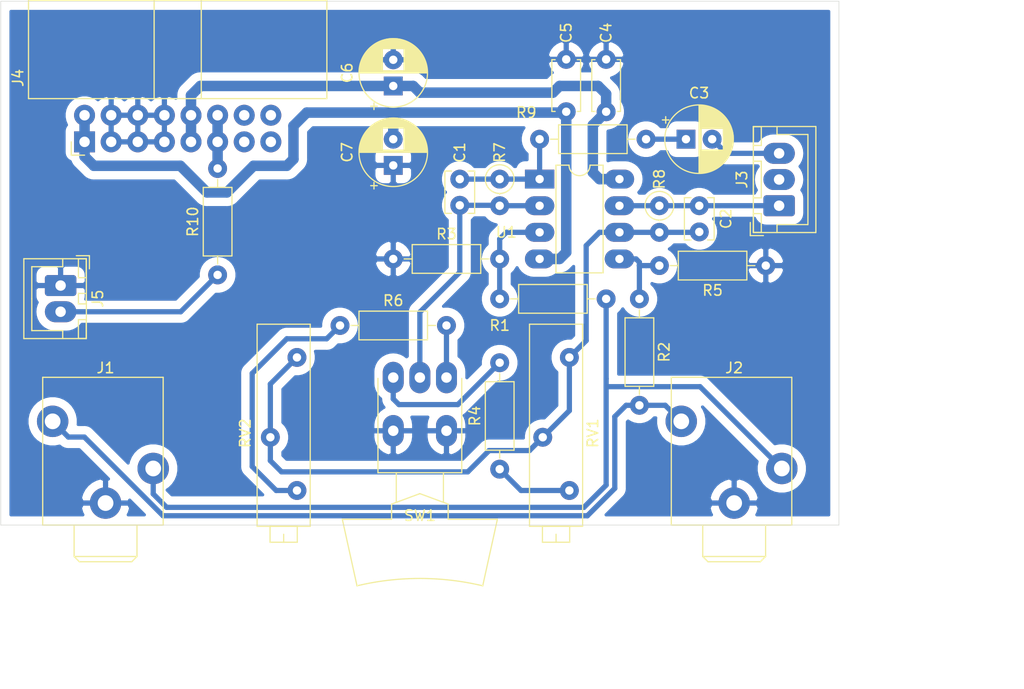
<source format=kicad_pcb>
(kicad_pcb (version 20171130) (host pcbnew "(5.1.5-0)")

  (general
    (thickness 1.6)
    (drawings 6)
    (tracks 109)
    (zones 0)
    (modules 26)
    (nets 20)
  )

  (page A4)
  (layers
    (0 F.Cu signal)
    (31 B.Cu signal)
    (32 B.Adhes user)
    (33 F.Adhes user)
    (34 B.Paste user)
    (35 F.Paste user)
    (36 B.SilkS user)
    (37 F.SilkS user)
    (38 B.Mask user)
    (39 F.Mask user)
    (40 Dwgs.User user)
    (41 Cmts.User user)
    (42 Eco1.User user)
    (43 Eco2.User user)
    (44 Edge.Cuts user)
    (45 Margin user)
    (46 B.CrtYd user)
    (47 F.CrtYd user)
    (48 B.Fab user)
    (49 F.Fab user)
  )

  (setup
    (last_trace_width 0.5)
    (trace_clearance 0.3)
    (zone_clearance 0.8)
    (zone_45_only no)
    (trace_min 0.2)
    (via_size 0.8)
    (via_drill 0.4)
    (via_min_size 0.4)
    (via_min_drill 0.3)
    (uvia_size 0.3)
    (uvia_drill 0.1)
    (uvias_allowed no)
    (uvia_min_size 0.2)
    (uvia_min_drill 0.1)
    (edge_width 0.05)
    (segment_width 0.2)
    (pcb_text_width 0.3)
    (pcb_text_size 1.5 1.5)
    (mod_edge_width 0.12)
    (mod_text_size 1 1)
    (mod_text_width 0.15)
    (pad_size 2 2)
    (pad_drill 1)
    (pad_to_mask_clearance 0.051)
    (solder_mask_min_width 0.25)
    (aux_axis_origin 70.49 124.46)
    (grid_origin 110.49 124.46)
    (visible_elements FFFFFF7F)
    (pcbplotparams
      (layerselection 0x010fc_ffffffff)
      (usegerberextensions false)
      (usegerberattributes false)
      (usegerberadvancedattributes false)
      (creategerberjobfile false)
      (excludeedgelayer true)
      (linewidth 0.100000)
      (plotframeref false)
      (viasonmask false)
      (mode 1)
      (useauxorigin false)
      (hpglpennumber 1)
      (hpglpenspeed 20)
      (hpglpendiameter 15.000000)
      (psnegative false)
      (psa4output false)
      (plotreference true)
      (plotvalue true)
      (plotinvisibletext false)
      (padsonsilk false)
      (subtractmaskfromsilk false)
      (outputformat 1)
      (mirror false)
      (drillshape 1)
      (scaleselection 1)
      (outputdirectory ""))
  )

  (net 0 "")
  (net 1 "Net-(C1-Pad1)")
  (net 2 "Net-(C1-Pad2)")
  (net 3 "Net-(C2-Pad2)")
  (net 4 "Net-(C2-Pad1)")
  (net 5 "Net-(C3-Pad1)")
  (net 6 "Net-(C3-Pad2)")
  (net 7 +12V)
  (net 8 GND)
  (net 9 -12V)
  (net 10 "Net-(J1-PadT)")
  (net 11 "Net-(J1-PadR)")
  (net 12 +5V)
  (net 13 "Net-(R1-Pad1)")
  (net 14 "Net-(R2-Pad1)")
  (net 15 "Net-(R4-Pad2)")
  (net 16 "Net-(R6-Pad2)")
  (net 17 "Net-(R4-Pad1)")
  (net 18 "Net-(R6-Pad1)")
  (net 19 "Net-(J5-Pad2)")

  (net_class Default "これはデフォルトのネット クラスです。"
    (clearance 0.3)
    (trace_width 0.5)
    (via_dia 0.8)
    (via_drill 0.4)
    (uvia_dia 0.3)
    (uvia_drill 0.1)
    (add_net "Net-(C1-Pad1)")
    (add_net "Net-(C1-Pad2)")
    (add_net "Net-(C2-Pad1)")
    (add_net "Net-(C2-Pad2)")
    (add_net "Net-(C3-Pad1)")
    (add_net "Net-(C3-Pad2)")
    (add_net "Net-(J1-PadR)")
    (add_net "Net-(J1-PadT)")
    (add_net "Net-(J5-Pad2)")
    (add_net "Net-(R1-Pad1)")
    (add_net "Net-(R2-Pad1)")
    (add_net "Net-(R4-Pad1)")
    (add_net "Net-(R4-Pad2)")
    (add_net "Net-(R6-Pad1)")
    (add_net "Net-(R6-Pad2)")
  )

  (net_class Bold ""
    (clearance 0.3)
    (trace_width 1)
    (via_dia 0.8)
    (via_drill 0.4)
    (uvia_dia 0.3)
    (uvia_drill 0.1)
    (add_net +12V)
    (add_net +5V)
    (add_net -12V)
    (add_net GND)
  )

  (module 4MS1R202M6QES:4MS1R202M6QES (layer F.Cu) (tedit 5F07CF55) (tstamp 5F08553F)
    (at 110.49 115.46 180)
    (path /5F085AB7)
    (fp_text reference SW1 (at 0 -8.095) (layer F.SilkS)
      (effects (font (size 1 1) (thickness 0.15)))
    )
    (fp_text value 4MS1R202M6QES (at 0 9.525) (layer F.Fab)
      (effects (font (size 1 1) (thickness 0.15)))
    )
    (fp_line (start -4 -4) (end 4 -4) (layer F.SilkS) (width 0.12))
    (fp_line (start -4 -4) (end -4 5) (layer F.SilkS) (width 0.12))
    (fp_line (start 4 -4) (end 4 5) (layer F.SilkS) (width 0.12))
    (fp_line (start 7.4 -8.45) (end 6 -14.800001) (layer F.SilkS) (width 0.12))
    (fp_line (start -7.4 -8.45) (end -5.999999 -14.800001) (layer F.SilkS) (width 0.12))
    (fp_arc (start 0 -40) (end -5.999998 -14.800002) (angle -26.78499438) (layer F.SilkS) (width 0.12))
    (fp_line (start 2.7 -7) (end 0 -6) (layer F.SilkS) (width 0.12))
    (fp_line (start 0 -6) (end -2.7 -7) (layer F.SilkS) (width 0.12))
    (fp_line (start 2.7 -7) (end 2.7 -8.45) (layer F.SilkS) (width 0.12))
    (fp_line (start -2.7 -7) (end -2.7 -8.45) (layer F.SilkS) (width 0.12))
    (fp_line (start -2.7 -8.45) (end -7.4 -8.45) (layer F.SilkS) (width 0.12))
    (fp_line (start 2.7 -8.45) (end 7.4 -8.45) (layer F.SilkS) (width 0.12))
    (fp_line (start 2.25 -4) (end 2.25 -6.8) (layer F.SilkS) (width 0.12))
    (fp_line (start -2.25 -4) (end -2.25 -6.8) (layer F.SilkS) (width 0.12))
    (pad 1 thru_hole oval (at -2.54 5.08 180) (size 2 3) (drill 1) (layers *.Cu *.Mask)
      (net 16 "Net-(R6-Pad2)"))
    (pad 2 thru_hole oval (at 0 5.08 180) (size 2 3) (drill 1) (layers *.Cu *.Mask)
      (net 2 "Net-(C1-Pad2)"))
    (pad 3 thru_hole oval (at 2.54 5.08 180) (size 2 3) (drill 1) (layers *.Cu *.Mask)
      (net 15 "Net-(R4-Pad2)"))
    (pad SH thru_hole oval (at -2.54 0 180) (size 2 3) (drill 1) (layers *.Cu *.Mask)
      (net 8 GND))
    (pad SH thru_hole oval (at 2.54 0 180) (size 2 3) (drill 1) (layers *.Cu *.Mask)
      (net 8 GND))
  )

  (module MJ-352W-0:MJ-352W-0 (layer F.Cu) (tedit 5F07F48E) (tstamp 5F086D57)
    (at 140.49 124.46 180)
    (path /5F0C4AB4)
    (fp_text reference J2 (at 0 15) (layer F.SilkS)
      (effects (font (size 1 1) (thickness 0.15)))
    )
    (fp_text value MJ-352W-0 (at 0 13) (layer F.Fab)
      (effects (font (size 1 1) (thickness 0.15)))
    )
    (fp_line (start -5.5 14.1) (end -5.5 0) (layer F.SilkS) (width 0.12))
    (fp_line (start 6 14.1) (end -5.5 14.1) (layer F.SilkS) (width 0.12))
    (fp_line (start 6 0) (end 6 14.1) (layer F.SilkS) (width 0.12))
    (fp_line (start -5.5 0) (end 6 0) (layer F.SilkS) (width 0.12))
    (fp_line (start -3 -3) (end 3 -3) (layer F.SilkS) (width 0.12))
    (fp_line (start 3 -3) (end 3 0) (layer F.SilkS) (width 0.12))
    (fp_line (start 2.5 -3.5) (end 3 -3) (layer F.SilkS) (width 0.12))
    (fp_line (start -2.5 -3.5) (end 2.5 -3.5) (layer F.SilkS) (width 0.12))
    (fp_line (start -3 -3) (end -2.5 -3.5) (layer F.SilkS) (width 0.12))
    (fp_line (start -3 0) (end -3 -3) (layer F.SilkS) (width 0.12))
    (pad R thru_hole oval (at 5.05 9.9 180) (size 3 3) (drill 1.5) (layers *.Cu *.Mask)
      (net 11 "Net-(J1-PadR)"))
    (pad T thru_hole oval (at -4.55 5.4 180) (size 3 3) (drill 1.5) (layers *.Cu *.Mask)
      (net 10 "Net-(J1-PadT)"))
    (pad S thru_hole oval (at 0 2.1 180) (size 3 3) (drill 1.5) (layers *.Cu *.Mask)
      (net 8 GND))
  )

  (module MJ-352W-0:MJ-352W-0 (layer F.Cu) (tedit 5F07F48E) (tstamp 5F086D46)
    (at 80.49 124.46 180)
    (path /5F0BAD54)
    (fp_text reference J1 (at 0 15) (layer F.SilkS)
      (effects (font (size 1 1) (thickness 0.15)))
    )
    (fp_text value MJ-352W-0 (at 0 13) (layer F.Fab)
      (effects (font (size 1 1) (thickness 0.15)))
    )
    (fp_line (start -5.5 14.1) (end -5.5 0) (layer F.SilkS) (width 0.12))
    (fp_line (start 6 14.1) (end -5.5 14.1) (layer F.SilkS) (width 0.12))
    (fp_line (start 6 0) (end 6 14.1) (layer F.SilkS) (width 0.12))
    (fp_line (start -5.5 0) (end 6 0) (layer F.SilkS) (width 0.12))
    (fp_line (start -3 -3) (end 3 -3) (layer F.SilkS) (width 0.12))
    (fp_line (start 3 -3) (end 3 0) (layer F.SilkS) (width 0.12))
    (fp_line (start 2.5 -3.5) (end 3 -3) (layer F.SilkS) (width 0.12))
    (fp_line (start -2.5 -3.5) (end 2.5 -3.5) (layer F.SilkS) (width 0.12))
    (fp_line (start -3 -3) (end -2.5 -3.5) (layer F.SilkS) (width 0.12))
    (fp_line (start -3 0) (end -3 -3) (layer F.SilkS) (width 0.12))
    (pad R thru_hole oval (at 5.05 9.9 180) (size 3 3) (drill 1.5) (layers *.Cu *.Mask)
      (net 11 "Net-(J1-PadR)"))
    (pad T thru_hole oval (at -4.55 5.4 180) (size 3 3) (drill 1.5) (layers *.Cu *.Mask)
      (net 10 "Net-(J1-PadT)"))
    (pad S thru_hole oval (at 0 2.1 180) (size 3 3) (drill 1.5) (layers *.Cu *.Mask)
      (net 8 GND))
  )

  (module Resistor_THT:R_Axial_DIN0207_L6.3mm_D2.5mm_P10.16mm_Horizontal (layer F.Cu) (tedit 5AE5139B) (tstamp 5F086EC0)
    (at 91.186 100.584 90)
    (descr "Resistor, Axial_DIN0207 series, Axial, Horizontal, pin pitch=10.16mm, 0.25W = 1/4W, length*diameter=6.3*2.5mm^2, http://cdn-reichelt.de/documents/datenblatt/B400/1_4W%23YAG.pdf")
    (tags "Resistor Axial_DIN0207 series Axial Horizontal pin pitch 10.16mm 0.25W = 1/4W length 6.3mm diameter 2.5mm")
    (path /5F160417)
    (fp_text reference R10 (at 5.08 -2.37 90) (layer F.SilkS)
      (effects (font (size 1 1) (thickness 0.15)))
    )
    (fp_text value 390Ω (at 5.08 2.37 90) (layer F.Fab)
      (effects (font (size 1 1) (thickness 0.15)))
    )
    (fp_text user %R (at 5.08 0 90) (layer F.Fab)
      (effects (font (size 1 1) (thickness 0.15)))
    )
    (fp_line (start 11.21 -1.5) (end -1.05 -1.5) (layer F.CrtYd) (width 0.05))
    (fp_line (start 11.21 1.5) (end 11.21 -1.5) (layer F.CrtYd) (width 0.05))
    (fp_line (start -1.05 1.5) (end 11.21 1.5) (layer F.CrtYd) (width 0.05))
    (fp_line (start -1.05 -1.5) (end -1.05 1.5) (layer F.CrtYd) (width 0.05))
    (fp_line (start 9.12 0) (end 8.35 0) (layer F.SilkS) (width 0.12))
    (fp_line (start 1.04 0) (end 1.81 0) (layer F.SilkS) (width 0.12))
    (fp_line (start 8.35 -1.37) (end 1.81 -1.37) (layer F.SilkS) (width 0.12))
    (fp_line (start 8.35 1.37) (end 8.35 -1.37) (layer F.SilkS) (width 0.12))
    (fp_line (start 1.81 1.37) (end 8.35 1.37) (layer F.SilkS) (width 0.12))
    (fp_line (start 1.81 -1.37) (end 1.81 1.37) (layer F.SilkS) (width 0.12))
    (fp_line (start 10.16 0) (end 8.23 0) (layer F.Fab) (width 0.1))
    (fp_line (start 0 0) (end 1.93 0) (layer F.Fab) (width 0.1))
    (fp_line (start 8.23 -1.25) (end 1.93 -1.25) (layer F.Fab) (width 0.1))
    (fp_line (start 8.23 1.25) (end 8.23 -1.25) (layer F.Fab) (width 0.1))
    (fp_line (start 1.93 1.25) (end 8.23 1.25) (layer F.Fab) (width 0.1))
    (fp_line (start 1.93 -1.25) (end 1.93 1.25) (layer F.Fab) (width 0.1))
    (pad 2 thru_hole oval (at 10.16 0 90) (size 1.8 1.8) (drill 0.8) (layers *.Cu *.Mask)
      (net 12 +5V))
    (pad 1 thru_hole circle (at 0 0 90) (size 1.8 1.8) (drill 0.8) (layers *.Cu *.Mask)
      (net 19 "Net-(J5-Pad2)"))
    (model ${KISYS3DMOD}/Resistor_THT.3dshapes/R_Axial_DIN0207_L6.3mm_D2.5mm_P10.16mm_Horizontal.wrl
      (at (xyz 0 0 0))
      (scale (xyz 1 1 1))
      (rotate (xyz 0 0 0))
    )
  )

  (module Resistor_THT:R_Axial_DIN0207_L6.3mm_D2.5mm_P10.16mm_Horizontal (layer F.Cu) (tedit 5AE5139B) (tstamp 5F08CCEC)
    (at 118.11 119.126 90)
    (descr "Resistor, Axial_DIN0207 series, Axial, Horizontal, pin pitch=10.16mm, 0.25W = 1/4W, length*diameter=6.3*2.5mm^2, http://cdn-reichelt.de/documents/datenblatt/B400/1_4W%23YAG.pdf")
    (tags "Resistor Axial_DIN0207 series Axial Horizontal pin pitch 10.16mm 0.25W = 1/4W length 6.3mm diameter 2.5mm")
    (path /5F09362C)
    (fp_text reference R4 (at 5.08 -2.37 90) (layer F.SilkS)
      (effects (font (size 1 1) (thickness 0.15)))
    )
    (fp_text value 820Ω (at 5.08 2.37 90) (layer F.Fab)
      (effects (font (size 1 1) (thickness 0.15)))
    )
    (fp_line (start 1.93 -1.25) (end 1.93 1.25) (layer F.Fab) (width 0.1))
    (fp_line (start 1.93 1.25) (end 8.23 1.25) (layer F.Fab) (width 0.1))
    (fp_line (start 8.23 1.25) (end 8.23 -1.25) (layer F.Fab) (width 0.1))
    (fp_line (start 8.23 -1.25) (end 1.93 -1.25) (layer F.Fab) (width 0.1))
    (fp_line (start 0 0) (end 1.93 0) (layer F.Fab) (width 0.1))
    (fp_line (start 10.16 0) (end 8.23 0) (layer F.Fab) (width 0.1))
    (fp_line (start 1.81 -1.37) (end 1.81 1.37) (layer F.SilkS) (width 0.12))
    (fp_line (start 1.81 1.37) (end 8.35 1.37) (layer F.SilkS) (width 0.12))
    (fp_line (start 8.35 1.37) (end 8.35 -1.37) (layer F.SilkS) (width 0.12))
    (fp_line (start 8.35 -1.37) (end 1.81 -1.37) (layer F.SilkS) (width 0.12))
    (fp_line (start 1.04 0) (end 1.81 0) (layer F.SilkS) (width 0.12))
    (fp_line (start 9.12 0) (end 8.35 0) (layer F.SilkS) (width 0.12))
    (fp_line (start -1.05 -1.5) (end -1.05 1.5) (layer F.CrtYd) (width 0.05))
    (fp_line (start -1.05 1.5) (end 11.21 1.5) (layer F.CrtYd) (width 0.05))
    (fp_line (start 11.21 1.5) (end 11.21 -1.5) (layer F.CrtYd) (width 0.05))
    (fp_line (start 11.21 -1.5) (end -1.05 -1.5) (layer F.CrtYd) (width 0.05))
    (fp_text user %R (at 5.08 0 90) (layer F.Fab)
      (effects (font (size 1 1) (thickness 0.15)))
    )
    (pad 1 thru_hole circle (at 0 0 90) (size 1.8 1.8) (drill 0.8) (layers *.Cu *.Mask)
      (net 17 "Net-(R4-Pad1)"))
    (pad 2 thru_hole oval (at 10.16 0 90) (size 1.8 1.8) (drill 0.8) (layers *.Cu *.Mask)
      (net 15 "Net-(R4-Pad2)"))
    (model ${KISYS3DMOD}/Resistor_THT.3dshapes/R_Axial_DIN0207_L6.3mm_D2.5mm_P10.16mm_Horizontal.wrl
      (at (xyz 0 0 0))
      (scale (xyz 1 1 1))
      (rotate (xyz 0 0 0))
    )
  )

  (module Connector_JST:JST_XH_B3B-XH-A_1x03_P2.50mm_Vertical (layer F.Cu) (tedit 5F0862E1) (tstamp 5F086D81)
    (at 144.78 93.98 90)
    (descr "JST XH series connector, B3B-XH-A (http://www.jst-mfg.com/product/pdf/eng/eXH.pdf), generated with kicad-footprint-generator")
    (tags "connector JST XH vertical")
    (path /5F153DB7)
    (fp_text reference J3 (at 2.5 -3.55 90) (layer F.SilkS)
      (effects (font (size 1 1) (thickness 0.15)))
    )
    (fp_text value METER (at 2.5 4.6 90) (layer F.Fab)
      (effects (font (size 1 1) (thickness 0.15)))
    )
    (fp_line (start -2.45 -2.35) (end -2.45 3.4) (layer F.Fab) (width 0.1))
    (fp_line (start -2.45 3.4) (end 7.45 3.4) (layer F.Fab) (width 0.1))
    (fp_line (start 7.45 3.4) (end 7.45 -2.35) (layer F.Fab) (width 0.1))
    (fp_line (start 7.45 -2.35) (end -2.45 -2.35) (layer F.Fab) (width 0.1))
    (fp_line (start -2.56 -2.46) (end -2.56 3.51) (layer F.SilkS) (width 0.12))
    (fp_line (start -2.56 3.51) (end 7.56 3.51) (layer F.SilkS) (width 0.12))
    (fp_line (start 7.56 3.51) (end 7.56 -2.46) (layer F.SilkS) (width 0.12))
    (fp_line (start 7.56 -2.46) (end -2.56 -2.46) (layer F.SilkS) (width 0.12))
    (fp_line (start -2.95 -2.85) (end -2.95 3.9) (layer F.CrtYd) (width 0.05))
    (fp_line (start -2.95 3.9) (end 7.95 3.9) (layer F.CrtYd) (width 0.05))
    (fp_line (start 7.95 3.9) (end 7.95 -2.85) (layer F.CrtYd) (width 0.05))
    (fp_line (start 7.95 -2.85) (end -2.95 -2.85) (layer F.CrtYd) (width 0.05))
    (fp_line (start -0.625 -2.35) (end 0 -1.35) (layer F.Fab) (width 0.1))
    (fp_line (start 0 -1.35) (end 0.625 -2.35) (layer F.Fab) (width 0.1))
    (fp_line (start 0.75 -2.45) (end 0.75 -1.7) (layer F.SilkS) (width 0.12))
    (fp_line (start 0.75 -1.7) (end 4.25 -1.7) (layer F.SilkS) (width 0.12))
    (fp_line (start 4.25 -1.7) (end 4.25 -2.45) (layer F.SilkS) (width 0.12))
    (fp_line (start 4.25 -2.45) (end 0.75 -2.45) (layer F.SilkS) (width 0.12))
    (fp_line (start -2.55 -2.45) (end -2.55 -1.7) (layer F.SilkS) (width 0.12))
    (fp_line (start -2.55 -1.7) (end -0.75 -1.7) (layer F.SilkS) (width 0.12))
    (fp_line (start -0.75 -1.7) (end -0.75 -2.45) (layer F.SilkS) (width 0.12))
    (fp_line (start -0.75 -2.45) (end -2.55 -2.45) (layer F.SilkS) (width 0.12))
    (fp_line (start 5.75 -2.45) (end 5.75 -1.7) (layer F.SilkS) (width 0.12))
    (fp_line (start 5.75 -1.7) (end 7.55 -1.7) (layer F.SilkS) (width 0.12))
    (fp_line (start 7.55 -1.7) (end 7.55 -2.45) (layer F.SilkS) (width 0.12))
    (fp_line (start 7.55 -2.45) (end 5.75 -2.45) (layer F.SilkS) (width 0.12))
    (fp_line (start -2.55 -0.2) (end -1.8 -0.2) (layer F.SilkS) (width 0.12))
    (fp_line (start -1.8 -0.2) (end -1.8 2.75) (layer F.SilkS) (width 0.12))
    (fp_line (start -1.8 2.75) (end 2.5 2.75) (layer F.SilkS) (width 0.12))
    (fp_line (start 7.55 -0.2) (end 6.8 -0.2) (layer F.SilkS) (width 0.12))
    (fp_line (start 6.8 -0.2) (end 6.8 2.75) (layer F.SilkS) (width 0.12))
    (fp_line (start 6.8 2.75) (end 2.5 2.75) (layer F.SilkS) (width 0.12))
    (fp_line (start -1.6 -2.75) (end -2.85 -2.75) (layer F.SilkS) (width 0.12))
    (fp_line (start -2.85 -2.75) (end -2.85 -1.5) (layer F.SilkS) (width 0.12))
    (fp_text user %R (at 2.5 2.7 90) (layer F.Fab)
      (effects (font (size 1 1) (thickness 0.15)))
    )
    (pad 1 thru_hole roundrect (at 0 0 90) (size 2 3) (drill 1) (layers *.Cu *.Mask) (roundrect_rratio 0.147)
      (net 4 "Net-(C2-Pad1)"))
    (pad 2 thru_hole oval (at 2.5 0 90) (size 2 3) (drill 1) (layers *.Cu *.Mask))
    (pad 3 thru_hole oval (at 5 0 90) (size 2 3) (drill 1) (layers *.Cu *.Mask)
      (net 6 "Net-(C3-Pad2)"))
    (model ${KISYS3DMOD}/Connector_JST.3dshapes/JST_XH_B3B-XH-A_1x03_P2.50mm_Vertical.wrl
      (at (xyz 0 0 0))
      (scale (xyz 1 1 1))
      (rotate (xyz 0 0 0))
    )
  )

  (module Potentiometer_THT:Potentiometer_Bourns_3006P_Horizontal (layer F.Cu) (tedit 5A3D4994) (tstamp 5F086EFC)
    (at 98.76 108.46 90)
    (descr "Potentiometer, horizontal, Bourns 3006P, https://www.bourns.com/docs/Product-Datasheets/3006.pdf")
    (tags "Potentiometer horizontal Bourns 3006P")
    (path /5F0A6046)
    (fp_text reference RV2 (at -7.235 -4.935 90) (layer F.SilkS)
      (effects (font (size 1 1) (thickness 0.15)))
    )
    (fp_text value 5kΩ (at -7.235 2.395 90) (layer F.Fab)
      (effects (font (size 1 1) (thickness 0.15)))
    )
    (fp_line (start -16 -3.685) (end -16 1.145) (layer F.Fab) (width 0.1))
    (fp_line (start -16 1.145) (end 3.05 1.145) (layer F.Fab) (width 0.1))
    (fp_line (start 3.05 1.145) (end 3.05 -3.685) (layer F.Fab) (width 0.1))
    (fp_line (start 3.05 -3.685) (end -16 -3.685) (layer F.Fab) (width 0.1))
    (fp_line (start -17.52 -2.45) (end -17.52 -0.09) (layer F.Fab) (width 0.1))
    (fp_line (start -17.52 -0.09) (end -16 -0.09) (layer F.Fab) (width 0.1))
    (fp_line (start -16 -0.09) (end -16 -2.45) (layer F.Fab) (width 0.1))
    (fp_line (start -16 -2.45) (end -17.52 -2.45) (layer F.Fab) (width 0.1))
    (fp_line (start -17.52 -1.27) (end -16.76 -1.27) (layer F.Fab) (width 0.1))
    (fp_line (start -16.12 -3.805) (end 3.17 -3.805) (layer F.SilkS) (width 0.12))
    (fp_line (start -16.12 1.265) (end 3.17 1.265) (layer F.SilkS) (width 0.12))
    (fp_line (start -16.12 -3.805) (end -16.12 1.265) (layer F.SilkS) (width 0.12))
    (fp_line (start 3.17 -3.805) (end 3.17 1.265) (layer F.SilkS) (width 0.12))
    (fp_line (start -17.64 -2.569) (end -16.121 -2.569) (layer F.SilkS) (width 0.12))
    (fp_line (start -17.64 0.03) (end -16.121 0.03) (layer F.SilkS) (width 0.12))
    (fp_line (start -17.64 -2.569) (end -17.64 0.03) (layer F.SilkS) (width 0.12))
    (fp_line (start -16.121 -2.569) (end -16.121 0.03) (layer F.SilkS) (width 0.12))
    (fp_line (start -17.64 -1.27) (end -16.881 -1.27) (layer F.SilkS) (width 0.12))
    (fp_line (start -17.8 -3.95) (end -17.8 1.4) (layer F.CrtYd) (width 0.05))
    (fp_line (start -17.8 1.4) (end 3.35 1.4) (layer F.CrtYd) (width 0.05))
    (fp_line (start 3.35 1.4) (end 3.35 -3.95) (layer F.CrtYd) (width 0.05))
    (fp_line (start 3.35 -3.95) (end -17.8 -3.95) (layer F.CrtYd) (width 0.05))
    (fp_text user %R (at -6.475 -1.27 90) (layer F.Fab)
      (effects (font (size 1 1) (thickness 0.15)))
    )
    (pad 1 thru_hole circle (at 0 0 90) (size 1.8 1.8) (drill 0.8) (layers *.Cu *.Mask)
      (net 3 "Net-(C2-Pad2)"))
    (pad 2 thru_hole circle (at -7.62 -2.54 90) (size 1.8 1.8) (drill 0.8) (layers *.Cu *.Mask)
      (net 3 "Net-(C2-Pad2)"))
    (pad 3 thru_hole circle (at -12.7 0 90) (size 1.8 1.8) (drill 0.8) (layers *.Cu *.Mask)
      (net 18 "Net-(R6-Pad1)"))
    (model ${KISYS3DMOD}/Potentiometer_THT.3dshapes/Potentiometer_Bourns_3006P_Horizontal.wrl
      (at (xyz 0 0 0))
      (scale (xyz 1 1 1))
      (rotate (xyz 0 0 0))
    )
  )

  (module Potentiometer_THT:Potentiometer_Bourns_3006P_Horizontal (layer F.Cu) (tedit 5A3D4994) (tstamp 5F0908EC)
    (at 124.76 108.46 90)
    (descr "Potentiometer, horizontal, Bourns 3006P, https://www.bourns.com/docs/Product-Datasheets/3006.pdf")
    (tags "Potentiometer horizontal Bourns 3006P")
    (path /5F093F3E)
    (fp_text reference RV1 (at -7.235 2.24 90) (layer F.SilkS)
      (effects (font (size 1 1) (thickness 0.15)))
    )
    (fp_text value 5kΩ (at -7.235 2.395 90) (layer F.Fab)
      (effects (font (size 1 1) (thickness 0.15)))
    )
    (fp_text user %R (at -6.475 -1.27 90) (layer F.Fab)
      (effects (font (size 1 1) (thickness 0.15)))
    )
    (fp_line (start 3.35 -3.95) (end -17.8 -3.95) (layer F.CrtYd) (width 0.05))
    (fp_line (start 3.35 1.4) (end 3.35 -3.95) (layer F.CrtYd) (width 0.05))
    (fp_line (start -17.8 1.4) (end 3.35 1.4) (layer F.CrtYd) (width 0.05))
    (fp_line (start -17.8 -3.95) (end -17.8 1.4) (layer F.CrtYd) (width 0.05))
    (fp_line (start -17.64 -1.27) (end -16.881 -1.27) (layer F.SilkS) (width 0.12))
    (fp_line (start -16.121 -2.569) (end -16.121 0.03) (layer F.SilkS) (width 0.12))
    (fp_line (start -17.64 -2.569) (end -17.64 0.03) (layer F.SilkS) (width 0.12))
    (fp_line (start -17.64 0.03) (end -16.121 0.03) (layer F.SilkS) (width 0.12))
    (fp_line (start -17.64 -2.569) (end -16.121 -2.569) (layer F.SilkS) (width 0.12))
    (fp_line (start 3.17 -3.805) (end 3.17 1.265) (layer F.SilkS) (width 0.12))
    (fp_line (start -16.12 -3.805) (end -16.12 1.265) (layer F.SilkS) (width 0.12))
    (fp_line (start -16.12 1.265) (end 3.17 1.265) (layer F.SilkS) (width 0.12))
    (fp_line (start -16.12 -3.805) (end 3.17 -3.805) (layer F.SilkS) (width 0.12))
    (fp_line (start -17.52 -1.27) (end -16.76 -1.27) (layer F.Fab) (width 0.1))
    (fp_line (start -16 -2.45) (end -17.52 -2.45) (layer F.Fab) (width 0.1))
    (fp_line (start -16 -0.09) (end -16 -2.45) (layer F.Fab) (width 0.1))
    (fp_line (start -17.52 -0.09) (end -16 -0.09) (layer F.Fab) (width 0.1))
    (fp_line (start -17.52 -2.45) (end -17.52 -0.09) (layer F.Fab) (width 0.1))
    (fp_line (start 3.05 -3.685) (end -16 -3.685) (layer F.Fab) (width 0.1))
    (fp_line (start 3.05 1.145) (end 3.05 -3.685) (layer F.Fab) (width 0.1))
    (fp_line (start -16 1.145) (end 3.05 1.145) (layer F.Fab) (width 0.1))
    (fp_line (start -16 -3.685) (end -16 1.145) (layer F.Fab) (width 0.1))
    (pad 3 thru_hole circle (at -12.7 0 90) (size 1.8 1.8) (drill 0.8) (layers *.Cu *.Mask)
      (net 17 "Net-(R4-Pad1)"))
    (pad 2 thru_hole circle (at -7.62 -2.54 90) (size 1.8 1.8) (drill 0.8) (layers *.Cu *.Mask)
      (net 3 "Net-(C2-Pad2)"))
    (pad 1 thru_hole circle (at 0 0 90) (size 1.8 1.8) (drill 0.8) (layers *.Cu *.Mask)
      (net 3 "Net-(C2-Pad2)"))
    (model ${KISYS3DMOD}/Potentiometer_THT.3dshapes/Potentiometer_Bourns_3006P_Horizontal.wrl
      (at (xyz 0 0 0))
      (scale (xyz 1 1 1))
      (rotate (xyz 0 0 0))
    )
  )

  (module Capacitor_THT:C_Disc_D3.8mm_W2.6mm_P2.50mm (layer F.Cu) (tedit 5AE50EF0) (tstamp 5F086B3A)
    (at 114.3 91.44 270)
    (descr "C, Disc series, Radial, pin pitch=2.50mm, , diameter*width=3.8*2.6mm^2, Capacitor, http://www.vishay.com/docs/45233/krseries.pdf")
    (tags "C Disc series Radial pin pitch 2.50mm  diameter 3.8mm width 2.6mm Capacitor")
    (path /5F1FA505)
    (fp_text reference C1 (at -2.54 0 90) (layer F.SilkS)
      (effects (font (size 1 1) (thickness 0.15)))
    )
    (fp_text value 10pF (at 1.25 2.55 90) (layer F.Fab)
      (effects (font (size 1 1) (thickness 0.15)))
    )
    (fp_line (start -0.65 -1.3) (end -0.65 1.3) (layer F.Fab) (width 0.1))
    (fp_line (start -0.65 1.3) (end 3.15 1.3) (layer F.Fab) (width 0.1))
    (fp_line (start 3.15 1.3) (end 3.15 -1.3) (layer F.Fab) (width 0.1))
    (fp_line (start 3.15 -1.3) (end -0.65 -1.3) (layer F.Fab) (width 0.1))
    (fp_line (start -0.77 -1.42) (end 3.27 -1.42) (layer F.SilkS) (width 0.12))
    (fp_line (start -0.77 1.42) (end 3.27 1.42) (layer F.SilkS) (width 0.12))
    (fp_line (start -0.77 -1.42) (end -0.77 -0.795) (layer F.SilkS) (width 0.12))
    (fp_line (start -0.77 0.795) (end -0.77 1.42) (layer F.SilkS) (width 0.12))
    (fp_line (start 3.27 -1.42) (end 3.27 -0.795) (layer F.SilkS) (width 0.12))
    (fp_line (start 3.27 0.795) (end 3.27 1.42) (layer F.SilkS) (width 0.12))
    (fp_line (start -1.05 -1.55) (end -1.05 1.55) (layer F.CrtYd) (width 0.05))
    (fp_line (start -1.05 1.55) (end 3.55 1.55) (layer F.CrtYd) (width 0.05))
    (fp_line (start 3.55 1.55) (end 3.55 -1.55) (layer F.CrtYd) (width 0.05))
    (fp_line (start 3.55 -1.55) (end -1.05 -1.55) (layer F.CrtYd) (width 0.05))
    (fp_text user %R (at 1.25 0 90) (layer F.Fab)
      (effects (font (size 0.76 0.76) (thickness 0.114)))
    )
    (pad 1 thru_hole circle (at 0 0 270) (size 1.8 1.8) (drill 0.8) (layers *.Cu *.Mask)
      (net 1 "Net-(C1-Pad1)"))
    (pad 2 thru_hole circle (at 2.5 0 270) (size 1.8 1.8) (drill 0.8) (layers *.Cu *.Mask)
      (net 2 "Net-(C1-Pad2)"))
    (model ${KISYS3DMOD}/Capacitor_THT.3dshapes/C_Disc_D3.8mm_W2.6mm_P2.50mm.wrl
      (at (xyz 0 0 0))
      (scale (xyz 1 1 1))
      (rotate (xyz 0 0 0))
    )
  )

  (module Capacitor_THT:C_Disc_D3.8mm_W2.6mm_P2.50mm (layer F.Cu) (tedit 5AE50EF0) (tstamp 5F086B4F)
    (at 137.16 93.98 270)
    (descr "C, Disc series, Radial, pin pitch=2.50mm, , diameter*width=3.8*2.6mm^2, Capacitor, http://www.vishay.com/docs/45233/krseries.pdf")
    (tags "C Disc series Radial pin pitch 2.50mm  diameter 3.8mm width 2.6mm Capacitor")
    (path /5F22EBE8)
    (fp_text reference C2 (at 1.25 -2.55 90) (layer F.SilkS)
      (effects (font (size 1 1) (thickness 0.15)))
    )
    (fp_text value 10pF (at 1.25 2.55 90) (layer F.Fab)
      (effects (font (size 1 1) (thickness 0.15)))
    )
    (fp_text user %R (at 1.25 0 90) (layer F.Fab)
      (effects (font (size 0.76 0.76) (thickness 0.114)))
    )
    (fp_line (start 3.55 -1.55) (end -1.05 -1.55) (layer F.CrtYd) (width 0.05))
    (fp_line (start 3.55 1.55) (end 3.55 -1.55) (layer F.CrtYd) (width 0.05))
    (fp_line (start -1.05 1.55) (end 3.55 1.55) (layer F.CrtYd) (width 0.05))
    (fp_line (start -1.05 -1.55) (end -1.05 1.55) (layer F.CrtYd) (width 0.05))
    (fp_line (start 3.27 0.795) (end 3.27 1.42) (layer F.SilkS) (width 0.12))
    (fp_line (start 3.27 -1.42) (end 3.27 -0.795) (layer F.SilkS) (width 0.12))
    (fp_line (start -0.77 0.795) (end -0.77 1.42) (layer F.SilkS) (width 0.12))
    (fp_line (start -0.77 -1.42) (end -0.77 -0.795) (layer F.SilkS) (width 0.12))
    (fp_line (start -0.77 1.42) (end 3.27 1.42) (layer F.SilkS) (width 0.12))
    (fp_line (start -0.77 -1.42) (end 3.27 -1.42) (layer F.SilkS) (width 0.12))
    (fp_line (start 3.15 -1.3) (end -0.65 -1.3) (layer F.Fab) (width 0.1))
    (fp_line (start 3.15 1.3) (end 3.15 -1.3) (layer F.Fab) (width 0.1))
    (fp_line (start -0.65 1.3) (end 3.15 1.3) (layer F.Fab) (width 0.1))
    (fp_line (start -0.65 -1.3) (end -0.65 1.3) (layer F.Fab) (width 0.1))
    (pad 2 thru_hole circle (at 2.5 0 270) (size 1.8 1.8) (drill 0.8) (layers *.Cu *.Mask)
      (net 3 "Net-(C2-Pad2)"))
    (pad 1 thru_hole circle (at 0 0 270) (size 1.8 1.8) (drill 0.8) (layers *.Cu *.Mask)
      (net 4 "Net-(C2-Pad1)"))
    (model ${KISYS3DMOD}/Capacitor_THT.3dshapes/C_Disc_D3.8mm_W2.6mm_P2.50mm.wrl
      (at (xyz 0 0 0))
      (scale (xyz 1 1 1))
      (rotate (xyz 0 0 0))
    )
  )

  (module Capacitor_THT:CP_Radial_D6.3mm_P2.50mm (layer F.Cu) (tedit 5AE50EF0) (tstamp 5F086BE3)
    (at 135.89 87.63)
    (descr "CP, Radial series, Radial, pin pitch=2.50mm, , diameter=6.3mm, Electrolytic Capacitor")
    (tags "CP Radial series Radial pin pitch 2.50mm  diameter 6.3mm Electrolytic Capacitor")
    (path /5F0B0666)
    (fp_text reference C3 (at 1.25 -4.4) (layer F.SilkS)
      (effects (font (size 1 1) (thickness 0.15)))
    )
    (fp_text value 100μF (at 1.25 4.4) (layer F.Fab)
      (effects (font (size 1 1) (thickness 0.15)))
    )
    (fp_circle (center 1.25 0) (end 4.4 0) (layer F.Fab) (width 0.1))
    (fp_circle (center 1.25 0) (end 4.52 0) (layer F.SilkS) (width 0.12))
    (fp_circle (center 1.25 0) (end 4.65 0) (layer F.CrtYd) (width 0.05))
    (fp_line (start -1.443972 -1.3735) (end -0.813972 -1.3735) (layer F.Fab) (width 0.1))
    (fp_line (start -1.128972 -1.6885) (end -1.128972 -1.0585) (layer F.Fab) (width 0.1))
    (fp_line (start 1.25 -3.23) (end 1.25 3.23) (layer F.SilkS) (width 0.12))
    (fp_line (start 1.29 -3.23) (end 1.29 3.23) (layer F.SilkS) (width 0.12))
    (fp_line (start 1.33 -3.23) (end 1.33 3.23) (layer F.SilkS) (width 0.12))
    (fp_line (start 1.37 -3.228) (end 1.37 3.228) (layer F.SilkS) (width 0.12))
    (fp_line (start 1.41 -3.227) (end 1.41 3.227) (layer F.SilkS) (width 0.12))
    (fp_line (start 1.45 -3.224) (end 1.45 3.224) (layer F.SilkS) (width 0.12))
    (fp_line (start 1.49 -3.222) (end 1.49 -1.04) (layer F.SilkS) (width 0.12))
    (fp_line (start 1.49 1.04) (end 1.49 3.222) (layer F.SilkS) (width 0.12))
    (fp_line (start 1.53 -3.218) (end 1.53 -1.04) (layer F.SilkS) (width 0.12))
    (fp_line (start 1.53 1.04) (end 1.53 3.218) (layer F.SilkS) (width 0.12))
    (fp_line (start 1.57 -3.215) (end 1.57 -1.04) (layer F.SilkS) (width 0.12))
    (fp_line (start 1.57 1.04) (end 1.57 3.215) (layer F.SilkS) (width 0.12))
    (fp_line (start 1.61 -3.211) (end 1.61 -1.04) (layer F.SilkS) (width 0.12))
    (fp_line (start 1.61 1.04) (end 1.61 3.211) (layer F.SilkS) (width 0.12))
    (fp_line (start 1.65 -3.206) (end 1.65 -1.04) (layer F.SilkS) (width 0.12))
    (fp_line (start 1.65 1.04) (end 1.65 3.206) (layer F.SilkS) (width 0.12))
    (fp_line (start 1.69 -3.201) (end 1.69 -1.04) (layer F.SilkS) (width 0.12))
    (fp_line (start 1.69 1.04) (end 1.69 3.201) (layer F.SilkS) (width 0.12))
    (fp_line (start 1.73 -3.195) (end 1.73 -1.04) (layer F.SilkS) (width 0.12))
    (fp_line (start 1.73 1.04) (end 1.73 3.195) (layer F.SilkS) (width 0.12))
    (fp_line (start 1.77 -3.189) (end 1.77 -1.04) (layer F.SilkS) (width 0.12))
    (fp_line (start 1.77 1.04) (end 1.77 3.189) (layer F.SilkS) (width 0.12))
    (fp_line (start 1.81 -3.182) (end 1.81 -1.04) (layer F.SilkS) (width 0.12))
    (fp_line (start 1.81 1.04) (end 1.81 3.182) (layer F.SilkS) (width 0.12))
    (fp_line (start 1.85 -3.175) (end 1.85 -1.04) (layer F.SilkS) (width 0.12))
    (fp_line (start 1.85 1.04) (end 1.85 3.175) (layer F.SilkS) (width 0.12))
    (fp_line (start 1.89 -3.167) (end 1.89 -1.04) (layer F.SilkS) (width 0.12))
    (fp_line (start 1.89 1.04) (end 1.89 3.167) (layer F.SilkS) (width 0.12))
    (fp_line (start 1.93 -3.159) (end 1.93 -1.04) (layer F.SilkS) (width 0.12))
    (fp_line (start 1.93 1.04) (end 1.93 3.159) (layer F.SilkS) (width 0.12))
    (fp_line (start 1.971 -3.15) (end 1.971 -1.04) (layer F.SilkS) (width 0.12))
    (fp_line (start 1.971 1.04) (end 1.971 3.15) (layer F.SilkS) (width 0.12))
    (fp_line (start 2.011 -3.141) (end 2.011 -1.04) (layer F.SilkS) (width 0.12))
    (fp_line (start 2.011 1.04) (end 2.011 3.141) (layer F.SilkS) (width 0.12))
    (fp_line (start 2.051 -3.131) (end 2.051 -1.04) (layer F.SilkS) (width 0.12))
    (fp_line (start 2.051 1.04) (end 2.051 3.131) (layer F.SilkS) (width 0.12))
    (fp_line (start 2.091 -3.121) (end 2.091 -1.04) (layer F.SilkS) (width 0.12))
    (fp_line (start 2.091 1.04) (end 2.091 3.121) (layer F.SilkS) (width 0.12))
    (fp_line (start 2.131 -3.11) (end 2.131 -1.04) (layer F.SilkS) (width 0.12))
    (fp_line (start 2.131 1.04) (end 2.131 3.11) (layer F.SilkS) (width 0.12))
    (fp_line (start 2.171 -3.098) (end 2.171 -1.04) (layer F.SilkS) (width 0.12))
    (fp_line (start 2.171 1.04) (end 2.171 3.098) (layer F.SilkS) (width 0.12))
    (fp_line (start 2.211 -3.086) (end 2.211 -1.04) (layer F.SilkS) (width 0.12))
    (fp_line (start 2.211 1.04) (end 2.211 3.086) (layer F.SilkS) (width 0.12))
    (fp_line (start 2.251 -3.074) (end 2.251 -1.04) (layer F.SilkS) (width 0.12))
    (fp_line (start 2.251 1.04) (end 2.251 3.074) (layer F.SilkS) (width 0.12))
    (fp_line (start 2.291 -3.061) (end 2.291 -1.04) (layer F.SilkS) (width 0.12))
    (fp_line (start 2.291 1.04) (end 2.291 3.061) (layer F.SilkS) (width 0.12))
    (fp_line (start 2.331 -3.047) (end 2.331 -1.04) (layer F.SilkS) (width 0.12))
    (fp_line (start 2.331 1.04) (end 2.331 3.047) (layer F.SilkS) (width 0.12))
    (fp_line (start 2.371 -3.033) (end 2.371 -1.04) (layer F.SilkS) (width 0.12))
    (fp_line (start 2.371 1.04) (end 2.371 3.033) (layer F.SilkS) (width 0.12))
    (fp_line (start 2.411 -3.018) (end 2.411 -1.04) (layer F.SilkS) (width 0.12))
    (fp_line (start 2.411 1.04) (end 2.411 3.018) (layer F.SilkS) (width 0.12))
    (fp_line (start 2.451 -3.002) (end 2.451 -1.04) (layer F.SilkS) (width 0.12))
    (fp_line (start 2.451 1.04) (end 2.451 3.002) (layer F.SilkS) (width 0.12))
    (fp_line (start 2.491 -2.986) (end 2.491 -1.04) (layer F.SilkS) (width 0.12))
    (fp_line (start 2.491 1.04) (end 2.491 2.986) (layer F.SilkS) (width 0.12))
    (fp_line (start 2.531 -2.97) (end 2.531 -1.04) (layer F.SilkS) (width 0.12))
    (fp_line (start 2.531 1.04) (end 2.531 2.97) (layer F.SilkS) (width 0.12))
    (fp_line (start 2.571 -2.952) (end 2.571 -1.04) (layer F.SilkS) (width 0.12))
    (fp_line (start 2.571 1.04) (end 2.571 2.952) (layer F.SilkS) (width 0.12))
    (fp_line (start 2.611 -2.934) (end 2.611 -1.04) (layer F.SilkS) (width 0.12))
    (fp_line (start 2.611 1.04) (end 2.611 2.934) (layer F.SilkS) (width 0.12))
    (fp_line (start 2.651 -2.916) (end 2.651 -1.04) (layer F.SilkS) (width 0.12))
    (fp_line (start 2.651 1.04) (end 2.651 2.916) (layer F.SilkS) (width 0.12))
    (fp_line (start 2.691 -2.896) (end 2.691 -1.04) (layer F.SilkS) (width 0.12))
    (fp_line (start 2.691 1.04) (end 2.691 2.896) (layer F.SilkS) (width 0.12))
    (fp_line (start 2.731 -2.876) (end 2.731 -1.04) (layer F.SilkS) (width 0.12))
    (fp_line (start 2.731 1.04) (end 2.731 2.876) (layer F.SilkS) (width 0.12))
    (fp_line (start 2.771 -2.856) (end 2.771 -1.04) (layer F.SilkS) (width 0.12))
    (fp_line (start 2.771 1.04) (end 2.771 2.856) (layer F.SilkS) (width 0.12))
    (fp_line (start 2.811 -2.834) (end 2.811 -1.04) (layer F.SilkS) (width 0.12))
    (fp_line (start 2.811 1.04) (end 2.811 2.834) (layer F.SilkS) (width 0.12))
    (fp_line (start 2.851 -2.812) (end 2.851 -1.04) (layer F.SilkS) (width 0.12))
    (fp_line (start 2.851 1.04) (end 2.851 2.812) (layer F.SilkS) (width 0.12))
    (fp_line (start 2.891 -2.79) (end 2.891 -1.04) (layer F.SilkS) (width 0.12))
    (fp_line (start 2.891 1.04) (end 2.891 2.79) (layer F.SilkS) (width 0.12))
    (fp_line (start 2.931 -2.766) (end 2.931 -1.04) (layer F.SilkS) (width 0.12))
    (fp_line (start 2.931 1.04) (end 2.931 2.766) (layer F.SilkS) (width 0.12))
    (fp_line (start 2.971 -2.742) (end 2.971 -1.04) (layer F.SilkS) (width 0.12))
    (fp_line (start 2.971 1.04) (end 2.971 2.742) (layer F.SilkS) (width 0.12))
    (fp_line (start 3.011 -2.716) (end 3.011 -1.04) (layer F.SilkS) (width 0.12))
    (fp_line (start 3.011 1.04) (end 3.011 2.716) (layer F.SilkS) (width 0.12))
    (fp_line (start 3.051 -2.69) (end 3.051 -1.04) (layer F.SilkS) (width 0.12))
    (fp_line (start 3.051 1.04) (end 3.051 2.69) (layer F.SilkS) (width 0.12))
    (fp_line (start 3.091 -2.664) (end 3.091 -1.04) (layer F.SilkS) (width 0.12))
    (fp_line (start 3.091 1.04) (end 3.091 2.664) (layer F.SilkS) (width 0.12))
    (fp_line (start 3.131 -2.636) (end 3.131 -1.04) (layer F.SilkS) (width 0.12))
    (fp_line (start 3.131 1.04) (end 3.131 2.636) (layer F.SilkS) (width 0.12))
    (fp_line (start 3.171 -2.607) (end 3.171 -1.04) (layer F.SilkS) (width 0.12))
    (fp_line (start 3.171 1.04) (end 3.171 2.607) (layer F.SilkS) (width 0.12))
    (fp_line (start 3.211 -2.578) (end 3.211 -1.04) (layer F.SilkS) (width 0.12))
    (fp_line (start 3.211 1.04) (end 3.211 2.578) (layer F.SilkS) (width 0.12))
    (fp_line (start 3.251 -2.548) (end 3.251 -1.04) (layer F.SilkS) (width 0.12))
    (fp_line (start 3.251 1.04) (end 3.251 2.548) (layer F.SilkS) (width 0.12))
    (fp_line (start 3.291 -2.516) (end 3.291 -1.04) (layer F.SilkS) (width 0.12))
    (fp_line (start 3.291 1.04) (end 3.291 2.516) (layer F.SilkS) (width 0.12))
    (fp_line (start 3.331 -2.484) (end 3.331 -1.04) (layer F.SilkS) (width 0.12))
    (fp_line (start 3.331 1.04) (end 3.331 2.484) (layer F.SilkS) (width 0.12))
    (fp_line (start 3.371 -2.45) (end 3.371 -1.04) (layer F.SilkS) (width 0.12))
    (fp_line (start 3.371 1.04) (end 3.371 2.45) (layer F.SilkS) (width 0.12))
    (fp_line (start 3.411 -2.416) (end 3.411 -1.04) (layer F.SilkS) (width 0.12))
    (fp_line (start 3.411 1.04) (end 3.411 2.416) (layer F.SilkS) (width 0.12))
    (fp_line (start 3.451 -2.38) (end 3.451 -1.04) (layer F.SilkS) (width 0.12))
    (fp_line (start 3.451 1.04) (end 3.451 2.38) (layer F.SilkS) (width 0.12))
    (fp_line (start 3.491 -2.343) (end 3.491 -1.04) (layer F.SilkS) (width 0.12))
    (fp_line (start 3.491 1.04) (end 3.491 2.343) (layer F.SilkS) (width 0.12))
    (fp_line (start 3.531 -2.305) (end 3.531 -1.04) (layer F.SilkS) (width 0.12))
    (fp_line (start 3.531 1.04) (end 3.531 2.305) (layer F.SilkS) (width 0.12))
    (fp_line (start 3.571 -2.265) (end 3.571 2.265) (layer F.SilkS) (width 0.12))
    (fp_line (start 3.611 -2.224) (end 3.611 2.224) (layer F.SilkS) (width 0.12))
    (fp_line (start 3.651 -2.182) (end 3.651 2.182) (layer F.SilkS) (width 0.12))
    (fp_line (start 3.691 -2.137) (end 3.691 2.137) (layer F.SilkS) (width 0.12))
    (fp_line (start 3.731 -2.092) (end 3.731 2.092) (layer F.SilkS) (width 0.12))
    (fp_line (start 3.771 -2.044) (end 3.771 2.044) (layer F.SilkS) (width 0.12))
    (fp_line (start 3.811 -1.995) (end 3.811 1.995) (layer F.SilkS) (width 0.12))
    (fp_line (start 3.851 -1.944) (end 3.851 1.944) (layer F.SilkS) (width 0.12))
    (fp_line (start 3.891 -1.89) (end 3.891 1.89) (layer F.SilkS) (width 0.12))
    (fp_line (start 3.931 -1.834) (end 3.931 1.834) (layer F.SilkS) (width 0.12))
    (fp_line (start 3.971 -1.776) (end 3.971 1.776) (layer F.SilkS) (width 0.12))
    (fp_line (start 4.011 -1.714) (end 4.011 1.714) (layer F.SilkS) (width 0.12))
    (fp_line (start 4.051 -1.65) (end 4.051 1.65) (layer F.SilkS) (width 0.12))
    (fp_line (start 4.091 -1.581) (end 4.091 1.581) (layer F.SilkS) (width 0.12))
    (fp_line (start 4.131 -1.509) (end 4.131 1.509) (layer F.SilkS) (width 0.12))
    (fp_line (start 4.171 -1.432) (end 4.171 1.432) (layer F.SilkS) (width 0.12))
    (fp_line (start 4.211 -1.35) (end 4.211 1.35) (layer F.SilkS) (width 0.12))
    (fp_line (start 4.251 -1.262) (end 4.251 1.262) (layer F.SilkS) (width 0.12))
    (fp_line (start 4.291 -1.165) (end 4.291 1.165) (layer F.SilkS) (width 0.12))
    (fp_line (start 4.331 -1.059) (end 4.331 1.059) (layer F.SilkS) (width 0.12))
    (fp_line (start 4.371 -0.94) (end 4.371 0.94) (layer F.SilkS) (width 0.12))
    (fp_line (start 4.411 -0.802) (end 4.411 0.802) (layer F.SilkS) (width 0.12))
    (fp_line (start 4.451 -0.633) (end 4.451 0.633) (layer F.SilkS) (width 0.12))
    (fp_line (start 4.491 -0.402) (end 4.491 0.402) (layer F.SilkS) (width 0.12))
    (fp_line (start -2.250241 -1.839) (end -1.620241 -1.839) (layer F.SilkS) (width 0.12))
    (fp_line (start -1.935241 -2.154) (end -1.935241 -1.524) (layer F.SilkS) (width 0.12))
    (fp_text user %R (at 1.25 0) (layer F.Fab)
      (effects (font (size 1 1) (thickness 0.15)))
    )
    (pad 1 thru_hole rect (at 0 0) (size 1.8 1.8) (drill 0.8) (layers *.Cu *.Mask)
      (net 5 "Net-(C3-Pad1)"))
    (pad 2 thru_hole circle (at 2.5 0) (size 1.8 1.8) (drill 0.8) (layers *.Cu *.Mask)
      (net 6 "Net-(C3-Pad2)"))
    (model ${KISYS3DMOD}/Capacitor_THT.3dshapes/CP_Radial_D6.3mm_P2.50mm.wrl
      (at (xyz 0 0 0))
      (scale (xyz 1 1 1))
      (rotate (xyz 0 0 0))
    )
  )

  (module Capacitor_THT:C_Disc_D4.7mm_W2.5mm_P5.00mm (layer F.Cu) (tedit 5F07F82C) (tstamp 5F086BF8)
    (at 128.27 85.01 90)
    (descr "C, Disc series, Radial, pin pitch=5.00mm, , diameter*width=4.7*2.5mm^2, Capacitor, http://www.vishay.com/docs/45233/krseries.pdf")
    (tags "C Disc series Radial pin pitch 5.00mm  diameter 4.7mm width 2.5mm Capacitor")
    (path /5F0DEB51)
    (fp_text reference C4 (at 7.54 0 90) (layer F.SilkS)
      (effects (font (size 1 1) (thickness 0.15)))
    )
    (fp_text value 2.2μF (at 2.5 2.5 90) (layer F.Fab)
      (effects (font (size 1 1) (thickness 0.15)))
    )
    (fp_line (start 0.15 -1.25) (end 0.15 1.25) (layer F.Fab) (width 0.1))
    (fp_line (start 0.15 1.25) (end 4.85 1.25) (layer F.Fab) (width 0.1))
    (fp_line (start 4.85 1.25) (end 4.85 -1.25) (layer F.Fab) (width 0.1))
    (fp_line (start 4.85 -1.25) (end 0.15 -1.25) (layer F.Fab) (width 0.1))
    (fp_line (start 0.03 -1.37) (end 4.97 -1.37) (layer F.SilkS) (width 0.12))
    (fp_line (start 0.03 1.37) (end 4.97 1.37) (layer F.SilkS) (width 0.12))
    (fp_line (start 0.03 -1.37) (end 0.03 -1.055) (layer F.SilkS) (width 0.12))
    (fp_line (start 0.03 1.055) (end 0.03 1.37) (layer F.SilkS) (width 0.12))
    (fp_line (start 4.97 -1.37) (end 4.97 -1.055) (layer F.SilkS) (width 0.12))
    (fp_line (start 4.97 1.055) (end 4.97 1.37) (layer F.SilkS) (width 0.12))
    (fp_line (start -1.05 -1.5) (end -1.05 1.5) (layer F.CrtYd) (width 0.05))
    (fp_line (start -1.05 1.5) (end 6.05 1.5) (layer F.CrtYd) (width 0.05))
    (fp_line (start 6.05 1.5) (end 6.05 -1.5) (layer F.CrtYd) (width 0.05))
    (fp_line (start 6.05 -1.5) (end -1.05 -1.5) (layer F.CrtYd) (width 0.05))
    (fp_text user %R (at 2.5 0 90) (layer F.Fab)
      (effects (font (size 0.94 0.94) (thickness 0.141)))
    )
    (pad 1 thru_hole circle (at 0 0 90) (size 1.8 1.8) (drill 0.8) (layers *.Cu *.Mask)
      (net 7 +12V))
    (pad 2 thru_hole oval (at 5 0 90) (size 1.8 1.8) (drill 0.8) (layers *.Cu *.Mask)
      (net 8 GND))
    (model ${KISYS3DMOD}/Capacitor_THT.3dshapes/C_Disc_D4.7mm_W2.5mm_P5.00mm.wrl
      (at (xyz 0 0 0))
      (scale (xyz 1 1 1))
      (rotate (xyz 0 0 0))
    )
  )

  (module Capacitor_THT:C_Disc_D4.7mm_W2.5mm_P5.00mm (layer F.Cu) (tedit 5F07F827) (tstamp 5F086C0D)
    (at 124.46 85.01 90)
    (descr "C, Disc series, Radial, pin pitch=5.00mm, , diameter*width=4.7*2.5mm^2, Capacitor, http://www.vishay.com/docs/45233/krseries.pdf")
    (tags "C Disc series Radial pin pitch 5.00mm  diameter 4.7mm width 2.5mm Capacitor")
    (path /5F0DF8D6)
    (fp_text reference C5 (at 7.54 0 90) (layer F.SilkS)
      (effects (font (size 1 1) (thickness 0.15)))
    )
    (fp_text value 2.2μF (at 2.5 2.5 90) (layer F.Fab)
      (effects (font (size 1 1) (thickness 0.15)))
    )
    (fp_text user %R (at 2.5 0 90) (layer F.Fab)
      (effects (font (size 0.94 0.94) (thickness 0.141)))
    )
    (fp_line (start 6.05 -1.5) (end -1.05 -1.5) (layer F.CrtYd) (width 0.05))
    (fp_line (start 6.05 1.5) (end 6.05 -1.5) (layer F.CrtYd) (width 0.05))
    (fp_line (start -1.05 1.5) (end 6.05 1.5) (layer F.CrtYd) (width 0.05))
    (fp_line (start -1.05 -1.5) (end -1.05 1.5) (layer F.CrtYd) (width 0.05))
    (fp_line (start 4.97 1.055) (end 4.97 1.37) (layer F.SilkS) (width 0.12))
    (fp_line (start 4.97 -1.37) (end 4.97 -1.055) (layer F.SilkS) (width 0.12))
    (fp_line (start 0.03 1.055) (end 0.03 1.37) (layer F.SilkS) (width 0.12))
    (fp_line (start 0.03 -1.37) (end 0.03 -1.055) (layer F.SilkS) (width 0.12))
    (fp_line (start 0.03 1.37) (end 4.97 1.37) (layer F.SilkS) (width 0.12))
    (fp_line (start 0.03 -1.37) (end 4.97 -1.37) (layer F.SilkS) (width 0.12))
    (fp_line (start 4.85 -1.25) (end 0.15 -1.25) (layer F.Fab) (width 0.1))
    (fp_line (start 4.85 1.25) (end 4.85 -1.25) (layer F.Fab) (width 0.1))
    (fp_line (start 0.15 1.25) (end 4.85 1.25) (layer F.Fab) (width 0.1))
    (fp_line (start 0.15 -1.25) (end 0.15 1.25) (layer F.Fab) (width 0.1))
    (pad 2 thru_hole oval (at 5 0 90) (size 1.8 1.8) (drill 0.8) (layers *.Cu *.Mask)
      (net 8 GND))
    (pad 1 thru_hole circle (at 0 0 90) (size 1.8 1.8) (drill 0.8) (layers *.Cu *.Mask)
      (net 9 -12V))
    (model ${KISYS3DMOD}/Capacitor_THT.3dshapes/C_Disc_D4.7mm_W2.5mm_P5.00mm.wrl
      (at (xyz 0 0 0))
      (scale (xyz 1 1 1))
      (rotate (xyz 0 0 0))
    )
  )

  (module Capacitor_THT:CP_Radial_D6.3mm_P2.50mm (layer F.Cu) (tedit 5F083C28) (tstamp 5F086CA1)
    (at 107.95 82.55 90)
    (descr "CP, Radial series, Radial, pin pitch=2.50mm, , diameter=6.3mm, Electrolytic Capacitor")
    (tags "CP Radial series Radial pin pitch 2.50mm  diameter 6.3mm Electrolytic Capacitor")
    (path /5F1852AA)
    (fp_text reference C6 (at 1.25 -4.4 90) (layer F.SilkS)
      (effects (font (size 1 1) (thickness 0.15)))
    )
    (fp_text value 100μF (at 1.25 4.4 90) (layer F.Fab)
      (effects (font (size 1 1) (thickness 0.15)))
    )
    (fp_text user %R (at 1.25 0 90) (layer F.Fab)
      (effects (font (size 1 1) (thickness 0.15)))
    )
    (fp_line (start -1.935241 -2.154) (end -1.935241 -1.524) (layer F.SilkS) (width 0.12))
    (fp_line (start -2.250241 -1.839) (end -1.620241 -1.839) (layer F.SilkS) (width 0.12))
    (fp_line (start 4.491 -0.402) (end 4.491 0.402) (layer F.SilkS) (width 0.12))
    (fp_line (start 4.451 -0.633) (end 4.451 0.633) (layer F.SilkS) (width 0.12))
    (fp_line (start 4.411 -0.802) (end 4.411 0.802) (layer F.SilkS) (width 0.12))
    (fp_line (start 4.371 -0.94) (end 4.371 0.94) (layer F.SilkS) (width 0.12))
    (fp_line (start 4.331 -1.059) (end 4.331 1.059) (layer F.SilkS) (width 0.12))
    (fp_line (start 4.291 -1.165) (end 4.291 1.165) (layer F.SilkS) (width 0.12))
    (fp_line (start 4.251 -1.262) (end 4.251 1.262) (layer F.SilkS) (width 0.12))
    (fp_line (start 4.211 -1.35) (end 4.211 1.35) (layer F.SilkS) (width 0.12))
    (fp_line (start 4.171 -1.432) (end 4.171 1.432) (layer F.SilkS) (width 0.12))
    (fp_line (start 4.131 -1.509) (end 4.131 1.509) (layer F.SilkS) (width 0.12))
    (fp_line (start 4.091 -1.581) (end 4.091 1.581) (layer F.SilkS) (width 0.12))
    (fp_line (start 4.051 -1.65) (end 4.051 1.65) (layer F.SilkS) (width 0.12))
    (fp_line (start 4.011 -1.714) (end 4.011 1.714) (layer F.SilkS) (width 0.12))
    (fp_line (start 3.971 -1.776) (end 3.971 1.776) (layer F.SilkS) (width 0.12))
    (fp_line (start 3.931 -1.834) (end 3.931 1.834) (layer F.SilkS) (width 0.12))
    (fp_line (start 3.891 -1.89) (end 3.891 1.89) (layer F.SilkS) (width 0.12))
    (fp_line (start 3.851 -1.944) (end 3.851 1.944) (layer F.SilkS) (width 0.12))
    (fp_line (start 3.811 -1.995) (end 3.811 1.995) (layer F.SilkS) (width 0.12))
    (fp_line (start 3.771 -2.044) (end 3.771 2.044) (layer F.SilkS) (width 0.12))
    (fp_line (start 3.731 -2.092) (end 3.731 2.092) (layer F.SilkS) (width 0.12))
    (fp_line (start 3.691 -2.137) (end 3.691 2.137) (layer F.SilkS) (width 0.12))
    (fp_line (start 3.651 -2.182) (end 3.651 2.182) (layer F.SilkS) (width 0.12))
    (fp_line (start 3.611 -2.224) (end 3.611 2.224) (layer F.SilkS) (width 0.12))
    (fp_line (start 3.571 -2.265) (end 3.571 2.265) (layer F.SilkS) (width 0.12))
    (fp_line (start 3.531 1.04) (end 3.531 2.305) (layer F.SilkS) (width 0.12))
    (fp_line (start 3.531 -2.305) (end 3.531 -1.04) (layer F.SilkS) (width 0.12))
    (fp_line (start 3.491 1.04) (end 3.491 2.343) (layer F.SilkS) (width 0.12))
    (fp_line (start 3.491 -2.343) (end 3.491 -1.04) (layer F.SilkS) (width 0.12))
    (fp_line (start 3.451 1.04) (end 3.451 2.38) (layer F.SilkS) (width 0.12))
    (fp_line (start 3.451 -2.38) (end 3.451 -1.04) (layer F.SilkS) (width 0.12))
    (fp_line (start 3.411 1.04) (end 3.411 2.416) (layer F.SilkS) (width 0.12))
    (fp_line (start 3.411 -2.416) (end 3.411 -1.04) (layer F.SilkS) (width 0.12))
    (fp_line (start 3.371 1.04) (end 3.371 2.45) (layer F.SilkS) (width 0.12))
    (fp_line (start 3.371 -2.45) (end 3.371 -1.04) (layer F.SilkS) (width 0.12))
    (fp_line (start 3.331 1.04) (end 3.331 2.484) (layer F.SilkS) (width 0.12))
    (fp_line (start 3.331 -2.484) (end 3.331 -1.04) (layer F.SilkS) (width 0.12))
    (fp_line (start 3.291 1.04) (end 3.291 2.516) (layer F.SilkS) (width 0.12))
    (fp_line (start 3.291 -2.516) (end 3.291 -1.04) (layer F.SilkS) (width 0.12))
    (fp_line (start 3.251 1.04) (end 3.251 2.548) (layer F.SilkS) (width 0.12))
    (fp_line (start 3.251 -2.548) (end 3.251 -1.04) (layer F.SilkS) (width 0.12))
    (fp_line (start 3.211 1.04) (end 3.211 2.578) (layer F.SilkS) (width 0.12))
    (fp_line (start 3.211 -2.578) (end 3.211 -1.04) (layer F.SilkS) (width 0.12))
    (fp_line (start 3.171 1.04) (end 3.171 2.607) (layer F.SilkS) (width 0.12))
    (fp_line (start 3.171 -2.607) (end 3.171 -1.04) (layer F.SilkS) (width 0.12))
    (fp_line (start 3.131 1.04) (end 3.131 2.636) (layer F.SilkS) (width 0.12))
    (fp_line (start 3.131 -2.636) (end 3.131 -1.04) (layer F.SilkS) (width 0.12))
    (fp_line (start 3.091 1.04) (end 3.091 2.664) (layer F.SilkS) (width 0.12))
    (fp_line (start 3.091 -2.664) (end 3.091 -1.04) (layer F.SilkS) (width 0.12))
    (fp_line (start 3.051 1.04) (end 3.051 2.69) (layer F.SilkS) (width 0.12))
    (fp_line (start 3.051 -2.69) (end 3.051 -1.04) (layer F.SilkS) (width 0.12))
    (fp_line (start 3.011 1.04) (end 3.011 2.716) (layer F.SilkS) (width 0.12))
    (fp_line (start 3.011 -2.716) (end 3.011 -1.04) (layer F.SilkS) (width 0.12))
    (fp_line (start 2.971 1.04) (end 2.971 2.742) (layer F.SilkS) (width 0.12))
    (fp_line (start 2.971 -2.742) (end 2.971 -1.04) (layer F.SilkS) (width 0.12))
    (fp_line (start 2.931 1.04) (end 2.931 2.766) (layer F.SilkS) (width 0.12))
    (fp_line (start 2.931 -2.766) (end 2.931 -1.04) (layer F.SilkS) (width 0.12))
    (fp_line (start 2.891 1.04) (end 2.891 2.79) (layer F.SilkS) (width 0.12))
    (fp_line (start 2.891 -2.79) (end 2.891 -1.04) (layer F.SilkS) (width 0.12))
    (fp_line (start 2.851 1.04) (end 2.851 2.812) (layer F.SilkS) (width 0.12))
    (fp_line (start 2.851 -2.812) (end 2.851 -1.04) (layer F.SilkS) (width 0.12))
    (fp_line (start 2.811 1.04) (end 2.811 2.834) (layer F.SilkS) (width 0.12))
    (fp_line (start 2.811 -2.834) (end 2.811 -1.04) (layer F.SilkS) (width 0.12))
    (fp_line (start 2.771 1.04) (end 2.771 2.856) (layer F.SilkS) (width 0.12))
    (fp_line (start 2.771 -2.856) (end 2.771 -1.04) (layer F.SilkS) (width 0.12))
    (fp_line (start 2.731 1.04) (end 2.731 2.876) (layer F.SilkS) (width 0.12))
    (fp_line (start 2.731 -2.876) (end 2.731 -1.04) (layer F.SilkS) (width 0.12))
    (fp_line (start 2.691 1.04) (end 2.691 2.896) (layer F.SilkS) (width 0.12))
    (fp_line (start 2.691 -2.896) (end 2.691 -1.04) (layer F.SilkS) (width 0.12))
    (fp_line (start 2.651 1.04) (end 2.651 2.916) (layer F.SilkS) (width 0.12))
    (fp_line (start 2.651 -2.916) (end 2.651 -1.04) (layer F.SilkS) (width 0.12))
    (fp_line (start 2.611 1.04) (end 2.611 2.934) (layer F.SilkS) (width 0.12))
    (fp_line (start 2.611 -2.934) (end 2.611 -1.04) (layer F.SilkS) (width 0.12))
    (fp_line (start 2.571 1.04) (end 2.571 2.952) (layer F.SilkS) (width 0.12))
    (fp_line (start 2.571 -2.952) (end 2.571 -1.04) (layer F.SilkS) (width 0.12))
    (fp_line (start 2.531 1.04) (end 2.531 2.97) (layer F.SilkS) (width 0.12))
    (fp_line (start 2.531 -2.97) (end 2.531 -1.04) (layer F.SilkS) (width 0.12))
    (fp_line (start 2.491 1.04) (end 2.491 2.986) (layer F.SilkS) (width 0.12))
    (fp_line (start 2.491 -2.986) (end 2.491 -1.04) (layer F.SilkS) (width 0.12))
    (fp_line (start 2.451 1.04) (end 2.451 3.002) (layer F.SilkS) (width 0.12))
    (fp_line (start 2.451 -3.002) (end 2.451 -1.04) (layer F.SilkS) (width 0.12))
    (fp_line (start 2.411 1.04) (end 2.411 3.018) (layer F.SilkS) (width 0.12))
    (fp_line (start 2.411 -3.018) (end 2.411 -1.04) (layer F.SilkS) (width 0.12))
    (fp_line (start 2.371 1.04) (end 2.371 3.033) (layer F.SilkS) (width 0.12))
    (fp_line (start 2.371 -3.033) (end 2.371 -1.04) (layer F.SilkS) (width 0.12))
    (fp_line (start 2.331 1.04) (end 2.331 3.047) (layer F.SilkS) (width 0.12))
    (fp_line (start 2.331 -3.047) (end 2.331 -1.04) (layer F.SilkS) (width 0.12))
    (fp_line (start 2.291 1.04) (end 2.291 3.061) (layer F.SilkS) (width 0.12))
    (fp_line (start 2.291 -3.061) (end 2.291 -1.04) (layer F.SilkS) (width 0.12))
    (fp_line (start 2.251 1.04) (end 2.251 3.074) (layer F.SilkS) (width 0.12))
    (fp_line (start 2.251 -3.074) (end 2.251 -1.04) (layer F.SilkS) (width 0.12))
    (fp_line (start 2.211 1.04) (end 2.211 3.086) (layer F.SilkS) (width 0.12))
    (fp_line (start 2.211 -3.086) (end 2.211 -1.04) (layer F.SilkS) (width 0.12))
    (fp_line (start 2.171 1.04) (end 2.171 3.098) (layer F.SilkS) (width 0.12))
    (fp_line (start 2.171 -3.098) (end 2.171 -1.04) (layer F.SilkS) (width 0.12))
    (fp_line (start 2.131 1.04) (end 2.131 3.11) (layer F.SilkS) (width 0.12))
    (fp_line (start 2.131 -3.11) (end 2.131 -1.04) (layer F.SilkS) (width 0.12))
    (fp_line (start 2.091 1.04) (end 2.091 3.121) (layer F.SilkS) (width 0.12))
    (fp_line (start 2.091 -3.121) (end 2.091 -1.04) (layer F.SilkS) (width 0.12))
    (fp_line (start 2.051 1.04) (end 2.051 3.131) (layer F.SilkS) (width 0.12))
    (fp_line (start 2.051 -3.131) (end 2.051 -1.04) (layer F.SilkS) (width 0.12))
    (fp_line (start 2.011 1.04) (end 2.011 3.141) (layer F.SilkS) (width 0.12))
    (fp_line (start 2.011 -3.141) (end 2.011 -1.04) (layer F.SilkS) (width 0.12))
    (fp_line (start 1.971 1.04) (end 1.971 3.15) (layer F.SilkS) (width 0.12))
    (fp_line (start 1.971 -3.15) (end 1.971 -1.04) (layer F.SilkS) (width 0.12))
    (fp_line (start 1.93 1.04) (end 1.93 3.159) (layer F.SilkS) (width 0.12))
    (fp_line (start 1.93 -3.159) (end 1.93 -1.04) (layer F.SilkS) (width 0.12))
    (fp_line (start 1.89 1.04) (end 1.89 3.167) (layer F.SilkS) (width 0.12))
    (fp_line (start 1.89 -3.167) (end 1.89 -1.04) (layer F.SilkS) (width 0.12))
    (fp_line (start 1.85 1.04) (end 1.85 3.175) (layer F.SilkS) (width 0.12))
    (fp_line (start 1.85 -3.175) (end 1.85 -1.04) (layer F.SilkS) (width 0.12))
    (fp_line (start 1.81 1.04) (end 1.81 3.182) (layer F.SilkS) (width 0.12))
    (fp_line (start 1.81 -3.182) (end 1.81 -1.04) (layer F.SilkS) (width 0.12))
    (fp_line (start 1.77 1.04) (end 1.77 3.189) (layer F.SilkS) (width 0.12))
    (fp_line (start 1.77 -3.189) (end 1.77 -1.04) (layer F.SilkS) (width 0.12))
    (fp_line (start 1.73 1.04) (end 1.73 3.195) (layer F.SilkS) (width 0.12))
    (fp_line (start 1.73 -3.195) (end 1.73 -1.04) (layer F.SilkS) (width 0.12))
    (fp_line (start 1.69 1.04) (end 1.69 3.201) (layer F.SilkS) (width 0.12))
    (fp_line (start 1.69 -3.201) (end 1.69 -1.04) (layer F.SilkS) (width 0.12))
    (fp_line (start 1.65 1.04) (end 1.65 3.206) (layer F.SilkS) (width 0.12))
    (fp_line (start 1.65 -3.206) (end 1.65 -1.04) (layer F.SilkS) (width 0.12))
    (fp_line (start 1.61 1.04) (end 1.61 3.211) (layer F.SilkS) (width 0.12))
    (fp_line (start 1.61 -3.211) (end 1.61 -1.04) (layer F.SilkS) (width 0.12))
    (fp_line (start 1.57 1.04) (end 1.57 3.215) (layer F.SilkS) (width 0.12))
    (fp_line (start 1.57 -3.215) (end 1.57 -1.04) (layer F.SilkS) (width 0.12))
    (fp_line (start 1.53 1.04) (end 1.53 3.218) (layer F.SilkS) (width 0.12))
    (fp_line (start 1.53 -3.218) (end 1.53 -1.04) (layer F.SilkS) (width 0.12))
    (fp_line (start 1.49 1.04) (end 1.49 3.222) (layer F.SilkS) (width 0.12))
    (fp_line (start 1.49 -3.222) (end 1.49 -1.04) (layer F.SilkS) (width 0.12))
    (fp_line (start 1.45 -3.224) (end 1.45 3.224) (layer F.SilkS) (width 0.12))
    (fp_line (start 1.41 -3.227) (end 1.41 3.227) (layer F.SilkS) (width 0.12))
    (fp_line (start 1.37 -3.228) (end 1.37 3.228) (layer F.SilkS) (width 0.12))
    (fp_line (start 1.33 -3.23) (end 1.33 3.23) (layer F.SilkS) (width 0.12))
    (fp_line (start 1.29 -3.23) (end 1.29 3.23) (layer F.SilkS) (width 0.12))
    (fp_line (start 1.25 -3.23) (end 1.25 3.23) (layer F.SilkS) (width 0.12))
    (fp_line (start -1.128972 -1.6885) (end -1.128972 -1.0585) (layer F.Fab) (width 0.1))
    (fp_line (start -1.443972 -1.3735) (end -0.813972 -1.3735) (layer F.Fab) (width 0.1))
    (fp_circle (center 1.25 0) (end 4.65 0) (layer F.CrtYd) (width 0.05))
    (fp_circle (center 1.25 0) (end 4.52 0) (layer F.SilkS) (width 0.12))
    (fp_circle (center 1.25 0) (end 4.4 0) (layer F.Fab) (width 0.1))
    (pad 2 thru_hole oval (at 2.5 0 90) (size 1.8 1.8) (drill 0.8) (layers *.Cu *.Mask)
      (net 8 GND))
    (pad 1 thru_hole rect (at 0 0 90) (size 1.8 1.8) (drill 0.8) (layers *.Cu *.Mask)
      (net 7 +12V))
    (model ${KISYS3DMOD}/Capacitor_THT.3dshapes/CP_Radial_D6.3mm_P2.50mm.wrl
      (at (xyz 0 0 0))
      (scale (xyz 1 1 1))
      (rotate (xyz 0 0 0))
    )
  )

  (module Capacitor_THT:CP_Radial_D6.3mm_P2.50mm (layer F.Cu) (tedit 5AE50EF0) (tstamp 5F086D35)
    (at 107.95 90.13 90)
    (descr "CP, Radial series, Radial, pin pitch=2.50mm, , diameter=6.3mm, Electrolytic Capacitor")
    (tags "CP Radial series Radial pin pitch 2.50mm  diameter 6.3mm Electrolytic Capacitor")
    (path /5F1860D9)
    (fp_text reference C7 (at 1.25 -4.4 90) (layer F.SilkS)
      (effects (font (size 1 1) (thickness 0.15)))
    )
    (fp_text value 100μF (at 1.25 4.4 90) (layer F.Fab)
      (effects (font (size 1 1) (thickness 0.15)))
    )
    (fp_circle (center 1.25 0) (end 4.4 0) (layer F.Fab) (width 0.1))
    (fp_circle (center 1.25 0) (end 4.52 0) (layer F.SilkS) (width 0.12))
    (fp_circle (center 1.25 0) (end 4.65 0) (layer F.CrtYd) (width 0.05))
    (fp_line (start -1.443972 -1.3735) (end -0.813972 -1.3735) (layer F.Fab) (width 0.1))
    (fp_line (start -1.128972 -1.6885) (end -1.128972 -1.0585) (layer F.Fab) (width 0.1))
    (fp_line (start 1.25 -3.23) (end 1.25 3.23) (layer F.SilkS) (width 0.12))
    (fp_line (start 1.29 -3.23) (end 1.29 3.23) (layer F.SilkS) (width 0.12))
    (fp_line (start 1.33 -3.23) (end 1.33 3.23) (layer F.SilkS) (width 0.12))
    (fp_line (start 1.37 -3.228) (end 1.37 3.228) (layer F.SilkS) (width 0.12))
    (fp_line (start 1.41 -3.227) (end 1.41 3.227) (layer F.SilkS) (width 0.12))
    (fp_line (start 1.45 -3.224) (end 1.45 3.224) (layer F.SilkS) (width 0.12))
    (fp_line (start 1.49 -3.222) (end 1.49 -1.04) (layer F.SilkS) (width 0.12))
    (fp_line (start 1.49 1.04) (end 1.49 3.222) (layer F.SilkS) (width 0.12))
    (fp_line (start 1.53 -3.218) (end 1.53 -1.04) (layer F.SilkS) (width 0.12))
    (fp_line (start 1.53 1.04) (end 1.53 3.218) (layer F.SilkS) (width 0.12))
    (fp_line (start 1.57 -3.215) (end 1.57 -1.04) (layer F.SilkS) (width 0.12))
    (fp_line (start 1.57 1.04) (end 1.57 3.215) (layer F.SilkS) (width 0.12))
    (fp_line (start 1.61 -3.211) (end 1.61 -1.04) (layer F.SilkS) (width 0.12))
    (fp_line (start 1.61 1.04) (end 1.61 3.211) (layer F.SilkS) (width 0.12))
    (fp_line (start 1.65 -3.206) (end 1.65 -1.04) (layer F.SilkS) (width 0.12))
    (fp_line (start 1.65 1.04) (end 1.65 3.206) (layer F.SilkS) (width 0.12))
    (fp_line (start 1.69 -3.201) (end 1.69 -1.04) (layer F.SilkS) (width 0.12))
    (fp_line (start 1.69 1.04) (end 1.69 3.201) (layer F.SilkS) (width 0.12))
    (fp_line (start 1.73 -3.195) (end 1.73 -1.04) (layer F.SilkS) (width 0.12))
    (fp_line (start 1.73 1.04) (end 1.73 3.195) (layer F.SilkS) (width 0.12))
    (fp_line (start 1.77 -3.189) (end 1.77 -1.04) (layer F.SilkS) (width 0.12))
    (fp_line (start 1.77 1.04) (end 1.77 3.189) (layer F.SilkS) (width 0.12))
    (fp_line (start 1.81 -3.182) (end 1.81 -1.04) (layer F.SilkS) (width 0.12))
    (fp_line (start 1.81 1.04) (end 1.81 3.182) (layer F.SilkS) (width 0.12))
    (fp_line (start 1.85 -3.175) (end 1.85 -1.04) (layer F.SilkS) (width 0.12))
    (fp_line (start 1.85 1.04) (end 1.85 3.175) (layer F.SilkS) (width 0.12))
    (fp_line (start 1.89 -3.167) (end 1.89 -1.04) (layer F.SilkS) (width 0.12))
    (fp_line (start 1.89 1.04) (end 1.89 3.167) (layer F.SilkS) (width 0.12))
    (fp_line (start 1.93 -3.159) (end 1.93 -1.04) (layer F.SilkS) (width 0.12))
    (fp_line (start 1.93 1.04) (end 1.93 3.159) (layer F.SilkS) (width 0.12))
    (fp_line (start 1.971 -3.15) (end 1.971 -1.04) (layer F.SilkS) (width 0.12))
    (fp_line (start 1.971 1.04) (end 1.971 3.15) (layer F.SilkS) (width 0.12))
    (fp_line (start 2.011 -3.141) (end 2.011 -1.04) (layer F.SilkS) (width 0.12))
    (fp_line (start 2.011 1.04) (end 2.011 3.141) (layer F.SilkS) (width 0.12))
    (fp_line (start 2.051 -3.131) (end 2.051 -1.04) (layer F.SilkS) (width 0.12))
    (fp_line (start 2.051 1.04) (end 2.051 3.131) (layer F.SilkS) (width 0.12))
    (fp_line (start 2.091 -3.121) (end 2.091 -1.04) (layer F.SilkS) (width 0.12))
    (fp_line (start 2.091 1.04) (end 2.091 3.121) (layer F.SilkS) (width 0.12))
    (fp_line (start 2.131 -3.11) (end 2.131 -1.04) (layer F.SilkS) (width 0.12))
    (fp_line (start 2.131 1.04) (end 2.131 3.11) (layer F.SilkS) (width 0.12))
    (fp_line (start 2.171 -3.098) (end 2.171 -1.04) (layer F.SilkS) (width 0.12))
    (fp_line (start 2.171 1.04) (end 2.171 3.098) (layer F.SilkS) (width 0.12))
    (fp_line (start 2.211 -3.086) (end 2.211 -1.04) (layer F.SilkS) (width 0.12))
    (fp_line (start 2.211 1.04) (end 2.211 3.086) (layer F.SilkS) (width 0.12))
    (fp_line (start 2.251 -3.074) (end 2.251 -1.04) (layer F.SilkS) (width 0.12))
    (fp_line (start 2.251 1.04) (end 2.251 3.074) (layer F.SilkS) (width 0.12))
    (fp_line (start 2.291 -3.061) (end 2.291 -1.04) (layer F.SilkS) (width 0.12))
    (fp_line (start 2.291 1.04) (end 2.291 3.061) (layer F.SilkS) (width 0.12))
    (fp_line (start 2.331 -3.047) (end 2.331 -1.04) (layer F.SilkS) (width 0.12))
    (fp_line (start 2.331 1.04) (end 2.331 3.047) (layer F.SilkS) (width 0.12))
    (fp_line (start 2.371 -3.033) (end 2.371 -1.04) (layer F.SilkS) (width 0.12))
    (fp_line (start 2.371 1.04) (end 2.371 3.033) (layer F.SilkS) (width 0.12))
    (fp_line (start 2.411 -3.018) (end 2.411 -1.04) (layer F.SilkS) (width 0.12))
    (fp_line (start 2.411 1.04) (end 2.411 3.018) (layer F.SilkS) (width 0.12))
    (fp_line (start 2.451 -3.002) (end 2.451 -1.04) (layer F.SilkS) (width 0.12))
    (fp_line (start 2.451 1.04) (end 2.451 3.002) (layer F.SilkS) (width 0.12))
    (fp_line (start 2.491 -2.986) (end 2.491 -1.04) (layer F.SilkS) (width 0.12))
    (fp_line (start 2.491 1.04) (end 2.491 2.986) (layer F.SilkS) (width 0.12))
    (fp_line (start 2.531 -2.97) (end 2.531 -1.04) (layer F.SilkS) (width 0.12))
    (fp_line (start 2.531 1.04) (end 2.531 2.97) (layer F.SilkS) (width 0.12))
    (fp_line (start 2.571 -2.952) (end 2.571 -1.04) (layer F.SilkS) (width 0.12))
    (fp_line (start 2.571 1.04) (end 2.571 2.952) (layer F.SilkS) (width 0.12))
    (fp_line (start 2.611 -2.934) (end 2.611 -1.04) (layer F.SilkS) (width 0.12))
    (fp_line (start 2.611 1.04) (end 2.611 2.934) (layer F.SilkS) (width 0.12))
    (fp_line (start 2.651 -2.916) (end 2.651 -1.04) (layer F.SilkS) (width 0.12))
    (fp_line (start 2.651 1.04) (end 2.651 2.916) (layer F.SilkS) (width 0.12))
    (fp_line (start 2.691 -2.896) (end 2.691 -1.04) (layer F.SilkS) (width 0.12))
    (fp_line (start 2.691 1.04) (end 2.691 2.896) (layer F.SilkS) (width 0.12))
    (fp_line (start 2.731 -2.876) (end 2.731 -1.04) (layer F.SilkS) (width 0.12))
    (fp_line (start 2.731 1.04) (end 2.731 2.876) (layer F.SilkS) (width 0.12))
    (fp_line (start 2.771 -2.856) (end 2.771 -1.04) (layer F.SilkS) (width 0.12))
    (fp_line (start 2.771 1.04) (end 2.771 2.856) (layer F.SilkS) (width 0.12))
    (fp_line (start 2.811 -2.834) (end 2.811 -1.04) (layer F.SilkS) (width 0.12))
    (fp_line (start 2.811 1.04) (end 2.811 2.834) (layer F.SilkS) (width 0.12))
    (fp_line (start 2.851 -2.812) (end 2.851 -1.04) (layer F.SilkS) (width 0.12))
    (fp_line (start 2.851 1.04) (end 2.851 2.812) (layer F.SilkS) (width 0.12))
    (fp_line (start 2.891 -2.79) (end 2.891 -1.04) (layer F.SilkS) (width 0.12))
    (fp_line (start 2.891 1.04) (end 2.891 2.79) (layer F.SilkS) (width 0.12))
    (fp_line (start 2.931 -2.766) (end 2.931 -1.04) (layer F.SilkS) (width 0.12))
    (fp_line (start 2.931 1.04) (end 2.931 2.766) (layer F.SilkS) (width 0.12))
    (fp_line (start 2.971 -2.742) (end 2.971 -1.04) (layer F.SilkS) (width 0.12))
    (fp_line (start 2.971 1.04) (end 2.971 2.742) (layer F.SilkS) (width 0.12))
    (fp_line (start 3.011 -2.716) (end 3.011 -1.04) (layer F.SilkS) (width 0.12))
    (fp_line (start 3.011 1.04) (end 3.011 2.716) (layer F.SilkS) (width 0.12))
    (fp_line (start 3.051 -2.69) (end 3.051 -1.04) (layer F.SilkS) (width 0.12))
    (fp_line (start 3.051 1.04) (end 3.051 2.69) (layer F.SilkS) (width 0.12))
    (fp_line (start 3.091 -2.664) (end 3.091 -1.04) (layer F.SilkS) (width 0.12))
    (fp_line (start 3.091 1.04) (end 3.091 2.664) (layer F.SilkS) (width 0.12))
    (fp_line (start 3.131 -2.636) (end 3.131 -1.04) (layer F.SilkS) (width 0.12))
    (fp_line (start 3.131 1.04) (end 3.131 2.636) (layer F.SilkS) (width 0.12))
    (fp_line (start 3.171 -2.607) (end 3.171 -1.04) (layer F.SilkS) (width 0.12))
    (fp_line (start 3.171 1.04) (end 3.171 2.607) (layer F.SilkS) (width 0.12))
    (fp_line (start 3.211 -2.578) (end 3.211 -1.04) (layer F.SilkS) (width 0.12))
    (fp_line (start 3.211 1.04) (end 3.211 2.578) (layer F.SilkS) (width 0.12))
    (fp_line (start 3.251 -2.548) (end 3.251 -1.04) (layer F.SilkS) (width 0.12))
    (fp_line (start 3.251 1.04) (end 3.251 2.548) (layer F.SilkS) (width 0.12))
    (fp_line (start 3.291 -2.516) (end 3.291 -1.04) (layer F.SilkS) (width 0.12))
    (fp_line (start 3.291 1.04) (end 3.291 2.516) (layer F.SilkS) (width 0.12))
    (fp_line (start 3.331 -2.484) (end 3.331 -1.04) (layer F.SilkS) (width 0.12))
    (fp_line (start 3.331 1.04) (end 3.331 2.484) (layer F.SilkS) (width 0.12))
    (fp_line (start 3.371 -2.45) (end 3.371 -1.04) (layer F.SilkS) (width 0.12))
    (fp_line (start 3.371 1.04) (end 3.371 2.45) (layer F.SilkS) (width 0.12))
    (fp_line (start 3.411 -2.416) (end 3.411 -1.04) (layer F.SilkS) (width 0.12))
    (fp_line (start 3.411 1.04) (end 3.411 2.416) (layer F.SilkS) (width 0.12))
    (fp_line (start 3.451 -2.38) (end 3.451 -1.04) (layer F.SilkS) (width 0.12))
    (fp_line (start 3.451 1.04) (end 3.451 2.38) (layer F.SilkS) (width 0.12))
    (fp_line (start 3.491 -2.343) (end 3.491 -1.04) (layer F.SilkS) (width 0.12))
    (fp_line (start 3.491 1.04) (end 3.491 2.343) (layer F.SilkS) (width 0.12))
    (fp_line (start 3.531 -2.305) (end 3.531 -1.04) (layer F.SilkS) (width 0.12))
    (fp_line (start 3.531 1.04) (end 3.531 2.305) (layer F.SilkS) (width 0.12))
    (fp_line (start 3.571 -2.265) (end 3.571 2.265) (layer F.SilkS) (width 0.12))
    (fp_line (start 3.611 -2.224) (end 3.611 2.224) (layer F.SilkS) (width 0.12))
    (fp_line (start 3.651 -2.182) (end 3.651 2.182) (layer F.SilkS) (width 0.12))
    (fp_line (start 3.691 -2.137) (end 3.691 2.137) (layer F.SilkS) (width 0.12))
    (fp_line (start 3.731 -2.092) (end 3.731 2.092) (layer F.SilkS) (width 0.12))
    (fp_line (start 3.771 -2.044) (end 3.771 2.044) (layer F.SilkS) (width 0.12))
    (fp_line (start 3.811 -1.995) (end 3.811 1.995) (layer F.SilkS) (width 0.12))
    (fp_line (start 3.851 -1.944) (end 3.851 1.944) (layer F.SilkS) (width 0.12))
    (fp_line (start 3.891 -1.89) (end 3.891 1.89) (layer F.SilkS) (width 0.12))
    (fp_line (start 3.931 -1.834) (end 3.931 1.834) (layer F.SilkS) (width 0.12))
    (fp_line (start 3.971 -1.776) (end 3.971 1.776) (layer F.SilkS) (width 0.12))
    (fp_line (start 4.011 -1.714) (end 4.011 1.714) (layer F.SilkS) (width 0.12))
    (fp_line (start 4.051 -1.65) (end 4.051 1.65) (layer F.SilkS) (width 0.12))
    (fp_line (start 4.091 -1.581) (end 4.091 1.581) (layer F.SilkS) (width 0.12))
    (fp_line (start 4.131 -1.509) (end 4.131 1.509) (layer F.SilkS) (width 0.12))
    (fp_line (start 4.171 -1.432) (end 4.171 1.432) (layer F.SilkS) (width 0.12))
    (fp_line (start 4.211 -1.35) (end 4.211 1.35) (layer F.SilkS) (width 0.12))
    (fp_line (start 4.251 -1.262) (end 4.251 1.262) (layer F.SilkS) (width 0.12))
    (fp_line (start 4.291 -1.165) (end 4.291 1.165) (layer F.SilkS) (width 0.12))
    (fp_line (start 4.331 -1.059) (end 4.331 1.059) (layer F.SilkS) (width 0.12))
    (fp_line (start 4.371 -0.94) (end 4.371 0.94) (layer F.SilkS) (width 0.12))
    (fp_line (start 4.411 -0.802) (end 4.411 0.802) (layer F.SilkS) (width 0.12))
    (fp_line (start 4.451 -0.633) (end 4.451 0.633) (layer F.SilkS) (width 0.12))
    (fp_line (start 4.491 -0.402) (end 4.491 0.402) (layer F.SilkS) (width 0.12))
    (fp_line (start -2.250241 -1.839) (end -1.620241 -1.839) (layer F.SilkS) (width 0.12))
    (fp_line (start -1.935241 -2.154) (end -1.935241 -1.524) (layer F.SilkS) (width 0.12))
    (fp_text user %R (at 1.25 0 90) (layer F.Fab)
      (effects (font (size 1 1) (thickness 0.15)))
    )
    (pad 1 thru_hole rect (at 0 0 90) (size 1.8 1.8) (drill 0.8) (layers *.Cu *.Mask)
      (net 8 GND))
    (pad 2 thru_hole circle (at 2.5 0 90) (size 1.8 1.8) (drill 0.8) (layers *.Cu *.Mask)
      (net 9 -12V))
    (model ${KISYS3DMOD}/Capacitor_THT.3dshapes/CP_Radial_D6.3mm_P2.50mm.wrl
      (at (xyz 0 0 0))
      (scale (xyz 1 1 1))
      (rotate (xyz 0 0 0))
    )
  )

  (module Connector_IDC:IDC-Header_2x08_P2.54mm_Horizontal (layer F.Cu) (tedit 5F086312) (tstamp 5F08B8F2)
    (at 78.486 87.884 90)
    (descr "Through hole angled IDC box header, 2x08, 2.54mm pitch, double rows")
    (tags "Through hole IDC box header THT 2x08 2.54mm double row")
    (path /5F12E562)
    (fp_text reference J4 (at 6.105 -6.35 90) (layer F.SilkS)
      (effects (font (size 1 1) (thickness 0.15)))
    )
    (fp_text value POWER (at 6.105 24.384 90) (layer F.Fab)
      (effects (font (size 1 1) (thickness 0.15)))
    )
    (fp_text user %R (at 8.805 8.89) (layer F.Fab)
      (effects (font (size 1 1) (thickness 0.15)))
    )
    (fp_line (start -0.32 -0.32) (end -0.32 0.32) (layer F.Fab) (width 0.1))
    (fp_line (start -0.32 0.32) (end 4.38 0.32) (layer F.Fab) (width 0.1))
    (fp_line (start -0.32 10.48) (end 4.38 10.48) (layer F.Fab) (width 0.1))
    (fp_line (start -0.32 12.38) (end -0.32 13.02) (layer F.Fab) (width 0.1))
    (fp_line (start -0.32 13.02) (end 4.38 13.02) (layer F.Fab) (width 0.1))
    (fp_line (start -0.32 14.92) (end -0.32 15.56) (layer F.Fab) (width 0.1))
    (fp_line (start -0.32 15.56) (end 4.38 15.56) (layer F.Fab) (width 0.1))
    (fp_line (start -0.32 17.46) (end -0.32 18.1) (layer F.Fab) (width 0.1))
    (fp_line (start -0.32 18.1) (end 4.38 18.1) (layer F.Fab) (width 0.1))
    (fp_line (start -0.32 2.22) (end -0.32 2.86) (layer F.Fab) (width 0.1))
    (fp_line (start -0.32 2.86) (end 4.38 2.86) (layer F.Fab) (width 0.1))
    (fp_line (start -0.32 4.76) (end -0.32 5.4) (layer F.Fab) (width 0.1))
    (fp_line (start -0.32 5.4) (end 4.38 5.4) (layer F.Fab) (width 0.1))
    (fp_line (start -0.32 7.3) (end -0.32 7.94) (layer F.Fab) (width 0.1))
    (fp_line (start -0.32 7.94) (end 4.38 7.94) (layer F.Fab) (width 0.1))
    (fp_line (start -0.32 9.84) (end -0.32 10.48) (layer F.Fab) (width 0.1))
    (fp_line (start 13.23 22.88) (end 13.23 -5.1) (layer F.Fab) (width 0.1))
    (fp_line (start 4.38 -0.32) (end -0.32 -0.32) (layer F.Fab) (width 0.1))
    (fp_line (start 4.38 -4.1) (end 5.38 -5.1) (layer F.Fab) (width 0.1))
    (fp_line (start 4.38 11.14) (end 13.23 11.14) (layer F.Fab) (width 0.1))
    (fp_line (start 4.38 12.38) (end -0.32 12.38) (layer F.Fab) (width 0.1))
    (fp_line (start 4.38 14.92) (end -0.32 14.92) (layer F.Fab) (width 0.1))
    (fp_line (start 4.38 17.46) (end -0.32 17.46) (layer F.Fab) (width 0.1))
    (fp_line (start 4.38 2.22) (end -0.32 2.22) (layer F.Fab) (width 0.1))
    (fp_line (start 4.38 22.88) (end 13.23 22.88) (layer F.Fab) (width 0.1))
    (fp_line (start 4.38 22.88) (end 4.38 -4.1) (layer F.Fab) (width 0.1))
    (fp_line (start 4.38 4.76) (end -0.32 4.76) (layer F.Fab) (width 0.1))
    (fp_line (start 4.38 6.64) (end 13.23 6.64) (layer F.Fab) (width 0.1))
    (fp_line (start 4.38 7.3) (end -0.32 7.3) (layer F.Fab) (width 0.1))
    (fp_line (start 4.38 9.84) (end -0.32 9.84) (layer F.Fab) (width 0.1))
    (fp_line (start 5.38 -5.1) (end 13.23 -5.1) (layer F.Fab) (width 0.1))
    (fp_line (start -1.27 -1.27) (end -1.27 0) (layer F.SilkS) (width 0.12))
    (fp_line (start 0 -1.27) (end -1.27 -1.27) (layer F.SilkS) (width 0.12))
    (fp_line (start 13.48 -5.35) (end 13.48 23.13) (layer F.SilkS) (width 0.12))
    (fp_line (start 4.13 -5.35) (end 13.48 -5.35) (layer F.SilkS) (width 0.12))
    (fp_line (start 4.13 11.14) (end 13.48 11.14) (layer F.SilkS) (width 0.12))
    (fp_line (start 4.13 23.13) (end 13.48 23.13) (layer F.SilkS) (width 0.12))
    (fp_line (start 4.13 23.13) (end 4.13 -5.35) (layer F.SilkS) (width 0.12))
    (fp_line (start 4.13 6.64) (end 13.48 6.64) (layer F.SilkS) (width 0.12))
    (fp_line (start -1.12 -5.35) (end 13.48 -5.35) (layer F.CrtYd) (width 0.05))
    (fp_line (start -1.12 23.13) (end -1.12 -5.35) (layer F.CrtYd) (width 0.05))
    (fp_line (start 13.48 -5.35) (end 13.48 23.13) (layer F.CrtYd) (width 0.05))
    (fp_line (start 13.48 23.13) (end -1.12 23.13) (layer F.CrtYd) (width 0.05))
    (pad 1 thru_hole rect (at 0 0 90) (size 2 2) (drill 1) (layers *.Cu *.Mask)
      (net 9 -12V))
    (pad 2 thru_hole oval (at 2.54 0 90) (size 2 2) (drill 1) (layers *.Cu *.Mask)
      (net 9 -12V))
    (pad 3 thru_hole oval (at 0 2.54 90) (size 2 2) (drill 1) (layers *.Cu *.Mask)
      (net 8 GND))
    (pad 4 thru_hole oval (at 2.54 2.54 90) (size 2 2) (drill 1) (layers *.Cu *.Mask)
      (net 8 GND))
    (pad 5 thru_hole oval (at 0 5.08 90) (size 2 2) (drill 1) (layers *.Cu *.Mask)
      (net 8 GND))
    (pad 6 thru_hole oval (at 2.54 5.08 90) (size 2 2) (drill 1) (layers *.Cu *.Mask)
      (net 8 GND))
    (pad 7 thru_hole oval (at 0 7.62 90) (size 2 2) (drill 1) (layers *.Cu *.Mask)
      (net 8 GND))
    (pad 8 thru_hole oval (at 2.54 7.62 90) (size 2 2) (drill 1) (layers *.Cu *.Mask)
      (net 8 GND))
    (pad 9 thru_hole oval (at 0 10.16 90) (size 2 2) (drill 1) (layers *.Cu *.Mask)
      (net 7 +12V))
    (pad 10 thru_hole oval (at 2.54 10.16 90) (size 2 2) (drill 1) (layers *.Cu *.Mask)
      (net 7 +12V))
    (pad 11 thru_hole oval (at 0 12.7 90) (size 2 2) (drill 1) (layers *.Cu *.Mask)
      (net 12 +5V))
    (pad 12 thru_hole oval (at 2.54 12.7 90) (size 2 2) (drill 1) (layers *.Cu *.Mask)
      (net 12 +5V))
    (pad 13 thru_hole oval (at 0 15.24 90) (size 2 2) (drill 1) (layers *.Cu *.Mask))
    (pad 14 thru_hole oval (at 2.54 15.24 90) (size 2 2) (drill 1) (layers *.Cu *.Mask))
    (pad 15 thru_hole oval (at 0 17.78 90) (size 2 2) (drill 1) (layers *.Cu *.Mask))
    (pad 16 thru_hole oval (at 2.54 17.78 90) (size 2 2) (drill 1) (layers *.Cu *.Mask))
    (model ${KISYS3DMOD}/Connector_IDC.3dshapes/IDC-Header_2x08_P2.54mm_Horizontal.wrl
      (at (xyz 0 0 0))
      (scale (xyz 1 1 1))
      (rotate (xyz 0 0 0))
    )
  )

  (module Connector_JST:JST_XH_B2B-XH-A_1x02_P2.50mm_Vertical (layer F.Cu) (tedit 5F0862FC) (tstamp 5F086DEA)
    (at 76.2 101.6 270)
    (descr "JST XH series connector, B2B-XH-A (http://www.jst-mfg.com/product/pdf/eng/eXH.pdf), generated with kicad-footprint-generator")
    (tags "connector JST XH vertical")
    (path /5F101BF1)
    (fp_text reference J5 (at 1.25 -3.55 90) (layer F.SilkS)
      (effects (font (size 1 1) (thickness 0.15)))
    )
    (fp_text value LAMP (at 1.25 4.6 90) (layer F.Fab)
      (effects (font (size 1 1) (thickness 0.15)))
    )
    (fp_line (start -2.45 -2.35) (end -2.45 3.4) (layer F.Fab) (width 0.1))
    (fp_line (start -2.45 3.4) (end 4.95 3.4) (layer F.Fab) (width 0.1))
    (fp_line (start 4.95 3.4) (end 4.95 -2.35) (layer F.Fab) (width 0.1))
    (fp_line (start 4.95 -2.35) (end -2.45 -2.35) (layer F.Fab) (width 0.1))
    (fp_line (start -2.56 -2.46) (end -2.56 3.51) (layer F.SilkS) (width 0.12))
    (fp_line (start -2.56 3.51) (end 5.06 3.51) (layer F.SilkS) (width 0.12))
    (fp_line (start 5.06 3.51) (end 5.06 -2.46) (layer F.SilkS) (width 0.12))
    (fp_line (start 5.06 -2.46) (end -2.56 -2.46) (layer F.SilkS) (width 0.12))
    (fp_line (start -2.95 -2.85) (end -2.95 3.9) (layer F.CrtYd) (width 0.05))
    (fp_line (start -2.95 3.9) (end 5.45 3.9) (layer F.CrtYd) (width 0.05))
    (fp_line (start 5.45 3.9) (end 5.45 -2.85) (layer F.CrtYd) (width 0.05))
    (fp_line (start 5.45 -2.85) (end -2.95 -2.85) (layer F.CrtYd) (width 0.05))
    (fp_line (start -0.625 -2.35) (end 0 -1.35) (layer F.Fab) (width 0.1))
    (fp_line (start 0 -1.35) (end 0.625 -2.35) (layer F.Fab) (width 0.1))
    (fp_line (start 0.75 -2.45) (end 0.75 -1.7) (layer F.SilkS) (width 0.12))
    (fp_line (start 0.75 -1.7) (end 1.75 -1.7) (layer F.SilkS) (width 0.12))
    (fp_line (start 1.75 -1.7) (end 1.75 -2.45) (layer F.SilkS) (width 0.12))
    (fp_line (start 1.75 -2.45) (end 0.75 -2.45) (layer F.SilkS) (width 0.12))
    (fp_line (start -2.55 -2.45) (end -2.55 -1.7) (layer F.SilkS) (width 0.12))
    (fp_line (start -2.55 -1.7) (end -0.75 -1.7) (layer F.SilkS) (width 0.12))
    (fp_line (start -0.75 -1.7) (end -0.75 -2.45) (layer F.SilkS) (width 0.12))
    (fp_line (start -0.75 -2.45) (end -2.55 -2.45) (layer F.SilkS) (width 0.12))
    (fp_line (start 3.25 -2.45) (end 3.25 -1.7) (layer F.SilkS) (width 0.12))
    (fp_line (start 3.25 -1.7) (end 5.05 -1.7) (layer F.SilkS) (width 0.12))
    (fp_line (start 5.05 -1.7) (end 5.05 -2.45) (layer F.SilkS) (width 0.12))
    (fp_line (start 5.05 -2.45) (end 3.25 -2.45) (layer F.SilkS) (width 0.12))
    (fp_line (start -2.55 -0.2) (end -1.8 -0.2) (layer F.SilkS) (width 0.12))
    (fp_line (start -1.8 -0.2) (end -1.8 2.75) (layer F.SilkS) (width 0.12))
    (fp_line (start -1.8 2.75) (end 1.25 2.75) (layer F.SilkS) (width 0.12))
    (fp_line (start 5.05 -0.2) (end 4.3 -0.2) (layer F.SilkS) (width 0.12))
    (fp_line (start 4.3 -0.2) (end 4.3 2.75) (layer F.SilkS) (width 0.12))
    (fp_line (start 4.3 2.75) (end 1.25 2.75) (layer F.SilkS) (width 0.12))
    (fp_line (start -1.6 -2.75) (end -2.85 -2.75) (layer F.SilkS) (width 0.12))
    (fp_line (start -2.85 -2.75) (end -2.85 -1.5) (layer F.SilkS) (width 0.12))
    (fp_text user %R (at 1.25 2.7 90) (layer F.Fab)
      (effects (font (size 1 1) (thickness 0.15)))
    )
    (pad 1 thru_hole roundrect (at 0 0 270) (size 2 3) (drill 1) (layers *.Cu *.Mask) (roundrect_rratio 0.147)
      (net 8 GND))
    (pad 2 thru_hole oval (at 2.5 0 270) (size 2 3) (drill 1) (layers *.Cu *.Mask)
      (net 19 "Net-(J5-Pad2)"))
    (model ${KISYS3DMOD}/Connector_JST.3dshapes/JST_XH_B2B-XH-A_1x02_P2.50mm_Vertical.wrl
      (at (xyz 0 0 0))
      (scale (xyz 1 1 1))
      (rotate (xyz 0 0 0))
    )
  )

  (module Resistor_THT:R_Axial_DIN0207_L6.3mm_D2.5mm_P10.16mm_Horizontal (layer F.Cu) (tedit 5AE5139B) (tstamp 5F086E01)
    (at 118.11 102.87)
    (descr "Resistor, Axial_DIN0207 series, Axial, Horizontal, pin pitch=10.16mm, 0.25W = 1/4W, length*diameter=6.3*2.5mm^2, http://cdn-reichelt.de/documents/datenblatt/B400/1_4W%23YAG.pdf")
    (tags "Resistor Axial_DIN0207 series Axial Horizontal pin pitch 10.16mm 0.25W = 1/4W length 6.3mm diameter 2.5mm")
    (path /5F083525)
    (fp_text reference R1 (at 0 2.54) (layer F.SilkS)
      (effects (font (size 1 1) (thickness 0.15)))
    )
    (fp_text value 100kΩ (at 5.08 2.37) (layer F.Fab)
      (effects (font (size 1 1) (thickness 0.15)))
    )
    (fp_line (start 1.93 -1.25) (end 1.93 1.25) (layer F.Fab) (width 0.1))
    (fp_line (start 1.93 1.25) (end 8.23 1.25) (layer F.Fab) (width 0.1))
    (fp_line (start 8.23 1.25) (end 8.23 -1.25) (layer F.Fab) (width 0.1))
    (fp_line (start 8.23 -1.25) (end 1.93 -1.25) (layer F.Fab) (width 0.1))
    (fp_line (start 0 0) (end 1.93 0) (layer F.Fab) (width 0.1))
    (fp_line (start 10.16 0) (end 8.23 0) (layer F.Fab) (width 0.1))
    (fp_line (start 1.81 -1.37) (end 1.81 1.37) (layer F.SilkS) (width 0.12))
    (fp_line (start 1.81 1.37) (end 8.35 1.37) (layer F.SilkS) (width 0.12))
    (fp_line (start 8.35 1.37) (end 8.35 -1.37) (layer F.SilkS) (width 0.12))
    (fp_line (start 8.35 -1.37) (end 1.81 -1.37) (layer F.SilkS) (width 0.12))
    (fp_line (start 1.04 0) (end 1.81 0) (layer F.SilkS) (width 0.12))
    (fp_line (start 9.12 0) (end 8.35 0) (layer F.SilkS) (width 0.12))
    (fp_line (start -1.05 -1.5) (end -1.05 1.5) (layer F.CrtYd) (width 0.05))
    (fp_line (start -1.05 1.5) (end 11.21 1.5) (layer F.CrtYd) (width 0.05))
    (fp_line (start 11.21 1.5) (end 11.21 -1.5) (layer F.CrtYd) (width 0.05))
    (fp_line (start 11.21 -1.5) (end -1.05 -1.5) (layer F.CrtYd) (width 0.05))
    (fp_text user %R (at 5.08 0) (layer F.Fab)
      (effects (font (size 1 1) (thickness 0.15)))
    )
    (pad 1 thru_hole circle (at 0 0) (size 1.8 1.8) (drill 0.8) (layers *.Cu *.Mask)
      (net 13 "Net-(R1-Pad1)"))
    (pad 2 thru_hole oval (at 10.16 0) (size 1.8 1.8) (drill 0.8) (layers *.Cu *.Mask)
      (net 10 "Net-(J1-PadT)"))
    (model ${KISYS3DMOD}/Resistor_THT.3dshapes/R_Axial_DIN0207_L6.3mm_D2.5mm_P10.16mm_Horizontal.wrl
      (at (xyz 0 0 0))
      (scale (xyz 1 1 1))
      (rotate (xyz 0 0 0))
    )
  )

  (module Resistor_THT:R_Axial_DIN0207_L6.3mm_D2.5mm_P10.16mm_Horizontal (layer F.Cu) (tedit 5AE5139B) (tstamp 5F086E18)
    (at 131.445 102.87 270)
    (descr "Resistor, Axial_DIN0207 series, Axial, Horizontal, pin pitch=10.16mm, 0.25W = 1/4W, length*diameter=6.3*2.5mm^2, http://cdn-reichelt.de/documents/datenblatt/B400/1_4W%23YAG.pdf")
    (tags "Resistor Axial_DIN0207 series Axial Horizontal pin pitch 10.16mm 0.25W = 1/4W length 6.3mm diameter 2.5mm")
    (path /5F0848AD)
    (fp_text reference R2 (at 5.08 -2.37 90) (layer F.SilkS)
      (effects (font (size 1 1) (thickness 0.15)))
    )
    (fp_text value 100kΩ (at 5.08 2.37 90) (layer F.Fab)
      (effects (font (size 1 1) (thickness 0.15)))
    )
    (fp_text user %R (at 5.08 0 90) (layer F.Fab)
      (effects (font (size 1 1) (thickness 0.15)))
    )
    (fp_line (start 11.21 -1.5) (end -1.05 -1.5) (layer F.CrtYd) (width 0.05))
    (fp_line (start 11.21 1.5) (end 11.21 -1.5) (layer F.CrtYd) (width 0.05))
    (fp_line (start -1.05 1.5) (end 11.21 1.5) (layer F.CrtYd) (width 0.05))
    (fp_line (start -1.05 -1.5) (end -1.05 1.5) (layer F.CrtYd) (width 0.05))
    (fp_line (start 9.12 0) (end 8.35 0) (layer F.SilkS) (width 0.12))
    (fp_line (start 1.04 0) (end 1.81 0) (layer F.SilkS) (width 0.12))
    (fp_line (start 8.35 -1.37) (end 1.81 -1.37) (layer F.SilkS) (width 0.12))
    (fp_line (start 8.35 1.37) (end 8.35 -1.37) (layer F.SilkS) (width 0.12))
    (fp_line (start 1.81 1.37) (end 8.35 1.37) (layer F.SilkS) (width 0.12))
    (fp_line (start 1.81 -1.37) (end 1.81 1.37) (layer F.SilkS) (width 0.12))
    (fp_line (start 10.16 0) (end 8.23 0) (layer F.Fab) (width 0.1))
    (fp_line (start 0 0) (end 1.93 0) (layer F.Fab) (width 0.1))
    (fp_line (start 8.23 -1.25) (end 1.93 -1.25) (layer F.Fab) (width 0.1))
    (fp_line (start 8.23 1.25) (end 8.23 -1.25) (layer F.Fab) (width 0.1))
    (fp_line (start 1.93 1.25) (end 8.23 1.25) (layer F.Fab) (width 0.1))
    (fp_line (start 1.93 -1.25) (end 1.93 1.25) (layer F.Fab) (width 0.1))
    (pad 2 thru_hole oval (at 10.16 0 270) (size 1.8 1.8) (drill 0.8) (layers *.Cu *.Mask)
      (net 11 "Net-(J1-PadR)"))
    (pad 1 thru_hole circle (at 0 0 270) (size 1.8 1.8) (drill 0.8) (layers *.Cu *.Mask)
      (net 14 "Net-(R2-Pad1)"))
    (model ${KISYS3DMOD}/Resistor_THT.3dshapes/R_Axial_DIN0207_L6.3mm_D2.5mm_P10.16mm_Horizontal.wrl
      (at (xyz 0 0 0))
      (scale (xyz 1 1 1))
      (rotate (xyz 0 0 0))
    )
  )

  (module Resistor_THT:R_Axial_DIN0207_L6.3mm_D2.5mm_P10.16mm_Horizontal (layer F.Cu) (tedit 5F07F839) (tstamp 5F089DDA)
    (at 107.95 99.06)
    (descr "Resistor, Axial_DIN0207 series, Axial, Horizontal, pin pitch=10.16mm, 0.25W = 1/4W, length*diameter=6.3*2.5mm^2, http://cdn-reichelt.de/documents/datenblatt/B400/1_4W%23YAG.pdf")
    (tags "Resistor Axial_DIN0207 series Axial Horizontal pin pitch 10.16mm 0.25W = 1/4W length 6.3mm diameter 2.5mm")
    (path /5F083F77)
    (fp_text reference R3 (at 5.08 -2.37) (layer F.SilkS)
      (effects (font (size 1 1) (thickness 0.15)))
    )
    (fp_text value 10kΩ (at 5.08 2.37) (layer F.Fab)
      (effects (font (size 1 1) (thickness 0.15)))
    )
    (fp_text user %R (at 5.08 0) (layer F.Fab)
      (effects (font (size 1 1) (thickness 0.15)))
    )
    (fp_line (start 11.21 -1.5) (end -1.05 -1.5) (layer F.CrtYd) (width 0.05))
    (fp_line (start 11.21 1.5) (end 11.21 -1.5) (layer F.CrtYd) (width 0.05))
    (fp_line (start -1.05 1.5) (end 11.21 1.5) (layer F.CrtYd) (width 0.05))
    (fp_line (start -1.05 -1.5) (end -1.05 1.5) (layer F.CrtYd) (width 0.05))
    (fp_line (start 9.12 0) (end 8.35 0) (layer F.SilkS) (width 0.12))
    (fp_line (start 1.04 0) (end 1.81 0) (layer F.SilkS) (width 0.12))
    (fp_line (start 8.35 -1.37) (end 1.81 -1.37) (layer F.SilkS) (width 0.12))
    (fp_line (start 8.35 1.37) (end 8.35 -1.37) (layer F.SilkS) (width 0.12))
    (fp_line (start 1.81 1.37) (end 8.35 1.37) (layer F.SilkS) (width 0.12))
    (fp_line (start 1.81 -1.37) (end 1.81 1.37) (layer F.SilkS) (width 0.12))
    (fp_line (start 10.16 0) (end 8.23 0) (layer F.Fab) (width 0.1))
    (fp_line (start 0 0) (end 1.93 0) (layer F.Fab) (width 0.1))
    (fp_line (start 8.23 -1.25) (end 1.93 -1.25) (layer F.Fab) (width 0.1))
    (fp_line (start 8.23 1.25) (end 8.23 -1.25) (layer F.Fab) (width 0.1))
    (fp_line (start 1.93 1.25) (end 8.23 1.25) (layer F.Fab) (width 0.1))
    (fp_line (start 1.93 -1.25) (end 1.93 1.25) (layer F.Fab) (width 0.1))
    (pad 2 thru_hole oval (at 10.16 0) (size 1.8 1.8) (drill 0.8) (layers *.Cu *.Mask)
      (net 13 "Net-(R1-Pad1)"))
    (pad 1 thru_hole oval (at 0 0) (size 1.8 1.8) (drill 0.8) (layers *.Cu *.Mask)
      (net 8 GND))
    (model ${KISYS3DMOD}/Resistor_THT.3dshapes/R_Axial_DIN0207_L6.3mm_D2.5mm_P10.16mm_Horizontal.wrl
      (at (xyz 0 0 0))
      (scale (xyz 1 1 1))
      (rotate (xyz 0 0 0))
    )
  )

  (module Resistor_THT:R_Axial_DIN0207_L6.3mm_D2.5mm_P10.16mm_Horizontal (layer F.Cu) (tedit 5F07F832) (tstamp 5F086E5D)
    (at 143.51 99.695 180)
    (descr "Resistor, Axial_DIN0207 series, Axial, Horizontal, pin pitch=10.16mm, 0.25W = 1/4W, length*diameter=6.3*2.5mm^2, http://cdn-reichelt.de/documents/datenblatt/B400/1_4W%23YAG.pdf")
    (tags "Resistor Axial_DIN0207 series Axial Horizontal pin pitch 10.16mm 0.25W = 1/4W length 6.3mm diameter 2.5mm")
    (path /5F084391)
    (fp_text reference R5 (at 5.08 -2.37) (layer F.SilkS)
      (effects (font (size 1 1) (thickness 0.15)))
    )
    (fp_text value 10kΩ (at 5.08 2.37) (layer F.Fab)
      (effects (font (size 1 1) (thickness 0.15)))
    )
    (fp_line (start 1.93 -1.25) (end 1.93 1.25) (layer F.Fab) (width 0.1))
    (fp_line (start 1.93 1.25) (end 8.23 1.25) (layer F.Fab) (width 0.1))
    (fp_line (start 8.23 1.25) (end 8.23 -1.25) (layer F.Fab) (width 0.1))
    (fp_line (start 8.23 -1.25) (end 1.93 -1.25) (layer F.Fab) (width 0.1))
    (fp_line (start 0 0) (end 1.93 0) (layer F.Fab) (width 0.1))
    (fp_line (start 10.16 0) (end 8.23 0) (layer F.Fab) (width 0.1))
    (fp_line (start 1.81 -1.37) (end 1.81 1.37) (layer F.SilkS) (width 0.12))
    (fp_line (start 1.81 1.37) (end 8.35 1.37) (layer F.SilkS) (width 0.12))
    (fp_line (start 8.35 1.37) (end 8.35 -1.37) (layer F.SilkS) (width 0.12))
    (fp_line (start 8.35 -1.37) (end 1.81 -1.37) (layer F.SilkS) (width 0.12))
    (fp_line (start 1.04 0) (end 1.81 0) (layer F.SilkS) (width 0.12))
    (fp_line (start 9.12 0) (end 8.35 0) (layer F.SilkS) (width 0.12))
    (fp_line (start -1.05 -1.5) (end -1.05 1.5) (layer F.CrtYd) (width 0.05))
    (fp_line (start -1.05 1.5) (end 11.21 1.5) (layer F.CrtYd) (width 0.05))
    (fp_line (start 11.21 1.5) (end 11.21 -1.5) (layer F.CrtYd) (width 0.05))
    (fp_line (start 11.21 -1.5) (end -1.05 -1.5) (layer F.CrtYd) (width 0.05))
    (fp_text user %R (at 5.08 0) (layer F.Fab)
      (effects (font (size 1 1) (thickness 0.15)))
    )
    (pad 1 thru_hole oval (at 0 0 180) (size 1.8 1.8) (drill 0.8) (layers *.Cu *.Mask)
      (net 8 GND))
    (pad 2 thru_hole oval (at 10.16 0 180) (size 1.8 1.8) (drill 0.8) (layers *.Cu *.Mask)
      (net 14 "Net-(R2-Pad1)"))
    (model ${KISYS3DMOD}/Resistor_THT.3dshapes/R_Axial_DIN0207_L6.3mm_D2.5mm_P10.16mm_Horizontal.wrl
      (at (xyz 0 0 0))
      (scale (xyz 1 1 1))
      (rotate (xyz 0 0 0))
    )
  )

  (module Resistor_THT:R_Axial_DIN0207_L6.3mm_D2.5mm_P10.16mm_Horizontal (layer F.Cu) (tedit 5AE5139B) (tstamp 5F08985C)
    (at 102.87 105.41)
    (descr "Resistor, Axial_DIN0207 series, Axial, Horizontal, pin pitch=10.16mm, 0.25W = 1/4W, length*diameter=6.3*2.5mm^2, http://cdn-reichelt.de/documents/datenblatt/B400/1_4W%23YAG.pdf")
    (tags "Resistor Axial_DIN0207 series Axial Horizontal pin pitch 10.16mm 0.25W = 1/4W length 6.3mm diameter 2.5mm")
    (path /5F0ABF64)
    (fp_text reference R6 (at 5.08 -2.37) (layer F.SilkS)
      (effects (font (size 1 1) (thickness 0.15)))
    )
    (fp_text value 820Ω (at 5.08 2.37) (layer F.Fab)
      (effects (font (size 1 1) (thickness 0.15)))
    )
    (fp_text user %R (at 5.08 0) (layer F.Fab)
      (effects (font (size 1 1) (thickness 0.15)))
    )
    (fp_line (start 11.21 -1.5) (end -1.05 -1.5) (layer F.CrtYd) (width 0.05))
    (fp_line (start 11.21 1.5) (end 11.21 -1.5) (layer F.CrtYd) (width 0.05))
    (fp_line (start -1.05 1.5) (end 11.21 1.5) (layer F.CrtYd) (width 0.05))
    (fp_line (start -1.05 -1.5) (end -1.05 1.5) (layer F.CrtYd) (width 0.05))
    (fp_line (start 9.12 0) (end 8.35 0) (layer F.SilkS) (width 0.12))
    (fp_line (start 1.04 0) (end 1.81 0) (layer F.SilkS) (width 0.12))
    (fp_line (start 8.35 -1.37) (end 1.81 -1.37) (layer F.SilkS) (width 0.12))
    (fp_line (start 8.35 1.37) (end 8.35 -1.37) (layer F.SilkS) (width 0.12))
    (fp_line (start 1.81 1.37) (end 8.35 1.37) (layer F.SilkS) (width 0.12))
    (fp_line (start 1.81 -1.37) (end 1.81 1.37) (layer F.SilkS) (width 0.12))
    (fp_line (start 10.16 0) (end 8.23 0) (layer F.Fab) (width 0.1))
    (fp_line (start 0 0) (end 1.93 0) (layer F.Fab) (width 0.1))
    (fp_line (start 8.23 -1.25) (end 1.93 -1.25) (layer F.Fab) (width 0.1))
    (fp_line (start 8.23 1.25) (end 8.23 -1.25) (layer F.Fab) (width 0.1))
    (fp_line (start 1.93 1.25) (end 8.23 1.25) (layer F.Fab) (width 0.1))
    (fp_line (start 1.93 -1.25) (end 1.93 1.25) (layer F.Fab) (width 0.1))
    (pad 2 thru_hole oval (at 10.16 0) (size 1.8 1.8) (drill 0.8) (layers *.Cu *.Mask)
      (net 16 "Net-(R6-Pad2)"))
    (pad 1 thru_hole circle (at 0 0) (size 1.8 1.8) (drill 0.8) (layers *.Cu *.Mask)
      (net 18 "Net-(R6-Pad1)"))
    (model ${KISYS3DMOD}/Resistor_THT.3dshapes/R_Axial_DIN0207_L6.3mm_D2.5mm_P10.16mm_Horizontal.wrl
      (at (xyz 0 0 0))
      (scale (xyz 1 1 1))
      (rotate (xyz 0 0 0))
    )
  )

  (module Resistor_THT:R_Axial_DIN0207_L6.3mm_D2.5mm_P2.54mm_Vertical (layer F.Cu) (tedit 5AE5139B) (tstamp 5F0909F4)
    (at 118.11 91.44 270)
    (descr "Resistor, Axial_DIN0207 series, Axial, Vertical, pin pitch=2.54mm, 0.25W = 1/4W, length*diameter=6.3*2.5mm^2, http://cdn-reichelt.de/documents/datenblatt/B400/1_4W%23YAG.pdf")
    (tags "Resistor Axial_DIN0207 series Axial Vertical pin pitch 2.54mm 0.25W = 1/4W length 6.3mm diameter 2.5mm")
    (path /5F08B0D2)
    (fp_text reference R7 (at -2.54 0 90) (layer F.SilkS)
      (effects (font (size 1 1) (thickness 0.15)))
    )
    (fp_text value 47kΩ (at 1.27 2.37 90) (layer F.Fab)
      (effects (font (size 1 1) (thickness 0.15)))
    )
    (fp_circle (center 0 0) (end 1.25 0) (layer F.Fab) (width 0.1))
    (fp_circle (center 0 0) (end 1.37 0) (layer F.SilkS) (width 0.12))
    (fp_line (start 0 0) (end 2.54 0) (layer F.Fab) (width 0.1))
    (fp_line (start 1.37 0) (end 1.44 0) (layer F.SilkS) (width 0.12))
    (fp_line (start -1.5 -1.5) (end -1.5 1.5) (layer F.CrtYd) (width 0.05))
    (fp_line (start -1.5 1.5) (end 3.59 1.5) (layer F.CrtYd) (width 0.05))
    (fp_line (start 3.59 1.5) (end 3.59 -1.5) (layer F.CrtYd) (width 0.05))
    (fp_line (start 3.59 -1.5) (end -1.5 -1.5) (layer F.CrtYd) (width 0.05))
    (fp_text user %R (at 1.27 -2.37 90) (layer F.Fab)
      (effects (font (size 1 1) (thickness 0.15)))
    )
    (pad 1 thru_hole circle (at 0 0 270) (size 1.8 1.8) (drill 0.8) (layers *.Cu *.Mask)
      (net 1 "Net-(C1-Pad1)"))
    (pad 2 thru_hole oval (at 2.54 0 270) (size 1.8 1.8) (drill 0.8) (layers *.Cu *.Mask)
      (net 2 "Net-(C1-Pad2)"))
    (model ${KISYS3DMOD}/Resistor_THT.3dshapes/R_Axial_DIN0207_L6.3mm_D2.5mm_P2.54mm_Vertical.wrl
      (at (xyz 0 0 0))
      (scale (xyz 1 1 1))
      (rotate (xyz 0 0 0))
    )
  )

  (module Resistor_THT:R_Axial_DIN0207_L6.3mm_D2.5mm_P2.54mm_Vertical (layer F.Cu) (tedit 5AE5139B) (tstamp 5F086E92)
    (at 133.35 93.98 270)
    (descr "Resistor, Axial_DIN0207 series, Axial, Vertical, pin pitch=2.54mm, 0.25W = 1/4W, length*diameter=6.3*2.5mm^2, http://cdn-reichelt.de/documents/datenblatt/B400/1_4W%23YAG.pdf")
    (tags "Resistor Axial_DIN0207 series Axial Vertical pin pitch 2.54mm 0.25W = 1/4W length 6.3mm diameter 2.5mm")
    (path /5F09023D)
    (fp_text reference R8 (at -2.54 0 90) (layer F.SilkS)
      (effects (font (size 1 1) (thickness 0.15)))
    )
    (fp_text value 47kΩ (at 1.27 2.37 90) (layer F.Fab)
      (effects (font (size 1 1) (thickness 0.15)))
    )
    (fp_text user %R (at 1.27 -2.37 90) (layer F.Fab)
      (effects (font (size 1 1) (thickness 0.15)))
    )
    (fp_line (start 3.59 -1.5) (end -1.5 -1.5) (layer F.CrtYd) (width 0.05))
    (fp_line (start 3.59 1.5) (end 3.59 -1.5) (layer F.CrtYd) (width 0.05))
    (fp_line (start -1.5 1.5) (end 3.59 1.5) (layer F.CrtYd) (width 0.05))
    (fp_line (start -1.5 -1.5) (end -1.5 1.5) (layer F.CrtYd) (width 0.05))
    (fp_line (start 1.37 0) (end 1.44 0) (layer F.SilkS) (width 0.12))
    (fp_line (start 0 0) (end 2.54 0) (layer F.Fab) (width 0.1))
    (fp_circle (center 0 0) (end 1.37 0) (layer F.SilkS) (width 0.12))
    (fp_circle (center 0 0) (end 1.25 0) (layer F.Fab) (width 0.1))
    (pad 2 thru_hole oval (at 2.54 0 270) (size 1.8 1.8) (drill 0.8) (layers *.Cu *.Mask)
      (net 3 "Net-(C2-Pad2)"))
    (pad 1 thru_hole circle (at 0 0 270) (size 1.8 1.8) (drill 0.8) (layers *.Cu *.Mask)
      (net 4 "Net-(C2-Pad1)"))
    (model ${KISYS3DMOD}/Resistor_THT.3dshapes/R_Axial_DIN0207_L6.3mm_D2.5mm_P2.54mm_Vertical.wrl
      (at (xyz 0 0 0))
      (scale (xyz 1 1 1))
      (rotate (xyz 0 0 0))
    )
  )

  (module Resistor_THT:R_Axial_DIN0207_L6.3mm_D2.5mm_P10.16mm_Horizontal (layer F.Cu) (tedit 5AE5139B) (tstamp 5F086EA9)
    (at 132.08 87.63 180)
    (descr "Resistor, Axial_DIN0207 series, Axial, Horizontal, pin pitch=10.16mm, 0.25W = 1/4W, length*diameter=6.3*2.5mm^2, http://cdn-reichelt.de/documents/datenblatt/B400/1_4W%23YAG.pdf")
    (tags "Resistor Axial_DIN0207 series Axial Horizontal pin pitch 10.16mm 0.25W = 1/4W length 6.3mm diameter 2.5mm")
    (path /5F108B55)
    (fp_text reference R9 (at 11.43 2.54) (layer F.SilkS)
      (effects (font (size 1 1) (thickness 0.15)))
    )
    (fp_text value 3.9kΩ (at 5.08 2.37) (layer F.Fab)
      (effects (font (size 1 1) (thickness 0.15)))
    )
    (fp_line (start 1.93 -1.25) (end 1.93 1.25) (layer F.Fab) (width 0.1))
    (fp_line (start 1.93 1.25) (end 8.23 1.25) (layer F.Fab) (width 0.1))
    (fp_line (start 8.23 1.25) (end 8.23 -1.25) (layer F.Fab) (width 0.1))
    (fp_line (start 8.23 -1.25) (end 1.93 -1.25) (layer F.Fab) (width 0.1))
    (fp_line (start 0 0) (end 1.93 0) (layer F.Fab) (width 0.1))
    (fp_line (start 10.16 0) (end 8.23 0) (layer F.Fab) (width 0.1))
    (fp_line (start 1.81 -1.37) (end 1.81 1.37) (layer F.SilkS) (width 0.12))
    (fp_line (start 1.81 1.37) (end 8.35 1.37) (layer F.SilkS) (width 0.12))
    (fp_line (start 8.35 1.37) (end 8.35 -1.37) (layer F.SilkS) (width 0.12))
    (fp_line (start 8.35 -1.37) (end 1.81 -1.37) (layer F.SilkS) (width 0.12))
    (fp_line (start 1.04 0) (end 1.81 0) (layer F.SilkS) (width 0.12))
    (fp_line (start 9.12 0) (end 8.35 0) (layer F.SilkS) (width 0.12))
    (fp_line (start -1.05 -1.5) (end -1.05 1.5) (layer F.CrtYd) (width 0.05))
    (fp_line (start -1.05 1.5) (end 11.21 1.5) (layer F.CrtYd) (width 0.05))
    (fp_line (start 11.21 1.5) (end 11.21 -1.5) (layer F.CrtYd) (width 0.05))
    (fp_line (start 11.21 -1.5) (end -1.05 -1.5) (layer F.CrtYd) (width 0.05))
    (fp_text user %R (at 5.08 0) (layer F.Fab)
      (effects (font (size 1 1) (thickness 0.15)))
    )
    (pad 1 thru_hole circle (at 0 0 180) (size 1.8 1.8) (drill 0.8) (layers *.Cu *.Mask)
      (net 5 "Net-(C3-Pad1)"))
    (pad 2 thru_hole oval (at 10.16 0 180) (size 1.8 1.8) (drill 0.8) (layers *.Cu *.Mask)
      (net 1 "Net-(C1-Pad1)"))
    (model ${KISYS3DMOD}/Resistor_THT.3dshapes/R_Axial_DIN0207_L6.3mm_D2.5mm_P10.16mm_Horizontal.wrl
      (at (xyz 0 0 0))
      (scale (xyz 1 1 1))
      (rotate (xyz 0 0 0))
    )
  )

  (module Package_DIP:DIP-8_W7.62mm_LongPads (layer F.Cu) (tedit 5F084276) (tstamp 5F086F2F)
    (at 121.92 91.44)
    (descr "8-lead though-hole mounted DIP package, row spacing 7.62 mm (300 mils), LongPads")
    (tags "THT DIP DIL PDIP 2.54mm 7.62mm 300mil LongPads")
    (path /5F07F077)
    (fp_text reference U1 (at -3.175 5.08) (layer F.SilkS)
      (effects (font (size 1 1) (thickness 0.15)))
    )
    (fp_text value LF412CN (at 3.81 9.95) (layer F.Fab)
      (effects (font (size 1 1) (thickness 0.15)))
    )
    (fp_arc (start 3.81 -1.33) (end 2.81 -1.33) (angle -180) (layer F.SilkS) (width 0.12))
    (fp_line (start 1.635 -1.27) (end 6.985 -1.27) (layer F.Fab) (width 0.1))
    (fp_line (start 6.985 -1.27) (end 6.985 8.89) (layer F.Fab) (width 0.1))
    (fp_line (start 6.985 8.89) (end 0.635 8.89) (layer F.Fab) (width 0.1))
    (fp_line (start 0.635 8.89) (end 0.635 -0.27) (layer F.Fab) (width 0.1))
    (fp_line (start 0.635 -0.27) (end 1.635 -1.27) (layer F.Fab) (width 0.1))
    (fp_line (start 2.81 -1.33) (end 1.56 -1.33) (layer F.SilkS) (width 0.12))
    (fp_line (start 1.56 -1.33) (end 1.56 8.95) (layer F.SilkS) (width 0.12))
    (fp_line (start 1.56 8.95) (end 6.06 8.95) (layer F.SilkS) (width 0.12))
    (fp_line (start 6.06 8.95) (end 6.06 -1.33) (layer F.SilkS) (width 0.12))
    (fp_line (start 6.06 -1.33) (end 4.81 -1.33) (layer F.SilkS) (width 0.12))
    (fp_line (start -1.45 -1.55) (end -1.45 9.15) (layer F.CrtYd) (width 0.05))
    (fp_line (start -1.45 9.15) (end 9.1 9.15) (layer F.CrtYd) (width 0.05))
    (fp_line (start 9.1 9.15) (end 9.1 -1.55) (layer F.CrtYd) (width 0.05))
    (fp_line (start 9.1 -1.55) (end -1.45 -1.55) (layer F.CrtYd) (width 0.05))
    (fp_text user %R (at 3.81 3.81) (layer F.Fab)
      (effects (font (size 1 1) (thickness 0.15)))
    )
    (pad 1 thru_hole rect (at 0 0) (size 2.8 1.8) (drill 0.8) (layers *.Cu *.Mask)
      (net 1 "Net-(C1-Pad1)"))
    (pad 5 thru_hole oval (at 7.62 7.62) (size 2.8 1.8) (drill 0.8) (layers *.Cu *.Mask)
      (net 14 "Net-(R2-Pad1)"))
    (pad 2 thru_hole oval (at 0 2.54) (size 2.8 1.8) (drill 0.8) (layers *.Cu *.Mask)
      (net 2 "Net-(C1-Pad2)"))
    (pad 6 thru_hole oval (at 7.62 5.08) (size 2.8 1.8) (drill 0.8) (layers *.Cu *.Mask)
      (net 3 "Net-(C2-Pad2)"))
    (pad 3 thru_hole oval (at 0 5.08) (size 2.8 1.8) (drill 0.8) (layers *.Cu *.Mask)
      (net 13 "Net-(R1-Pad1)"))
    (pad 7 thru_hole oval (at 7.62 2.54) (size 2.8 1.8) (drill 0.8) (layers *.Cu *.Mask)
      (net 4 "Net-(C2-Pad1)"))
    (pad 4 thru_hole oval (at 0 7.62) (size 2.8 1.8) (drill 0.8) (layers *.Cu *.Mask)
      (net 9 -12V))
    (pad 8 thru_hole oval (at 7.62 0) (size 2.8 1.8) (drill 0.8) (layers *.Cu *.Mask)
      (net 7 +12V))
    (model ${KISYS3DMOD}/Package_DIP.3dshapes/DIP-8_W7.62mm.wrl
      (at (xyz 0 0 0))
      (scale (xyz 1 1 1))
      (rotate (xyz 0 0 0))
    )
  )

  (dimension 50 (width 0.15) (layer Eco2.User)
    (gr_text "50.000 mm" (at 166.79 99.46 90) (layer Eco2.User)
      (effects (font (size 1 1) (thickness 0.15)))
    )
    (feature1 (pts (xy 160.49 74.46) (xy 166.076421 74.46)))
    (feature2 (pts (xy 160.49 124.46) (xy 166.076421 124.46)))
    (crossbar (pts (xy 165.49 124.46) (xy 165.49 74.46)))
    (arrow1a (pts (xy 165.49 74.46) (xy 166.076421 75.586504)))
    (arrow1b (pts (xy 165.49 74.46) (xy 164.903579 75.586504)))
    (arrow2a (pts (xy 165.49 124.46) (xy 166.076421 123.333496)))
    (arrow2b (pts (xy 165.49 124.46) (xy 164.903579 123.333496)))
  )
  (dimension 80 (width 0.15) (layer Eco2.User)
    (gr_text "80.000 mm" (at 110.49 140.76) (layer Eco2.User)
      (effects (font (size 1 1) (thickness 0.15)))
    )
    (feature1 (pts (xy 150.49 134.46) (xy 150.49 140.046421)))
    (feature2 (pts (xy 70.49 134.46) (xy 70.49 140.046421)))
    (crossbar (pts (xy 70.49 139.46) (xy 150.49 139.46)))
    (arrow1a (pts (xy 150.49 139.46) (xy 149.363496 140.046421)))
    (arrow1b (pts (xy 150.49 139.46) (xy 149.363496 138.873579)))
    (arrow2a (pts (xy 70.49 139.46) (xy 71.616504 140.046421)))
    (arrow2b (pts (xy 70.49 139.46) (xy 71.616504 138.873579)))
  )
  (gr_line (start 70.49 74.46) (end 70.49 124.46) (layer Edge.Cuts) (width 0.05) (tstamp 5F089A72))
  (gr_line (start 150.49 74.46) (end 70.49 74.46) (layer Edge.Cuts) (width 0.05))
  (gr_line (start 150.49 124.46) (end 150.49 74.46) (layer Edge.Cuts) (width 0.05))
  (gr_line (start 70.49 124.46) (end 150.49 124.46) (layer Edge.Cuts) (width 0.05))

  (segment (start 121.92 91.44) (end 118.11 91.44) (width 0.5) (layer B.Cu) (net 1))
  (segment (start 118.11 91.44) (end 114.3 91.44) (width 0.5) (layer B.Cu) (net 1))
  (segment (start 121.92 91.44) (end 121.92 87.63) (width 0.5) (layer B.Cu) (net 1))
  (segment (start 118.07 93.94) (end 118.11 93.98) (width 0.5) (layer B.Cu) (net 2))
  (segment (start 114.3 93.94) (end 118.07 93.94) (width 0.5) (layer B.Cu) (net 2))
  (segment (start 118.11 93.98) (end 121.92 93.98) (width 0.5) (layer B.Cu) (net 2))
  (segment (start 114.3 100.33) (end 114.3 93.94) (width 0.5) (layer B.Cu) (net 2))
  (segment (start 110.49 104.14) (end 114.3 100.33) (width 0.5) (layer B.Cu) (net 2))
  (segment (start 110.49 110.38) (end 110.49 104.14) (width 0.5) (layer B.Cu) (net 2))
  (segment (start 129.54 96.52) (end 133.35 96.52) (width 0.5) (layer B.Cu) (net 3))
  (segment (start 137.12 96.52) (end 137.16 96.48) (width 0.5) (layer B.Cu) (net 3))
  (segment (start 133.35 96.52) (end 137.12 96.52) (width 0.5) (layer B.Cu) (net 3))
  (segment (start 124.76 113.54) (end 122.22 116.08) (width 0.5) (layer B.Cu) (net 3))
  (segment (start 124.76 108.46) (end 124.76 113.54) (width 0.5) (layer B.Cu) (net 3))
  (segment (start 126.365 106.855) (end 124.76 108.46) (width 0.5) (layer B.Cu) (net 3))
  (segment (start 126.365 97.79) (end 126.365 106.855) (width 0.5) (layer B.Cu) (net 3))
  (segment (start 127.635 96.52) (end 126.365 97.79) (width 0.5) (layer B.Cu) (net 3))
  (segment (start 129.54 96.52) (end 127.635 96.52) (width 0.5) (layer B.Cu) (net 3))
  (segment (start 96.22 116.08) (end 96.22 111) (width 0.5) (layer B.Cu) (net 3))
  (segment (start 96.22 111) (end 98.76 108.46) (width 0.5) (layer B.Cu) (net 3))
  (segment (start 96.22 118.318) (end 96.22 116.08) (width 0.5) (layer B.Cu) (net 3))
  (segment (start 117.098 117.348) (end 115.066 119.38) (width 0.5) (layer B.Cu) (net 3))
  (segment (start 97.282 119.38) (end 96.22 118.318) (width 0.5) (layer B.Cu) (net 3))
  (segment (start 115.066 119.38) (end 97.282 119.38) (width 0.5) (layer B.Cu) (net 3))
  (segment (start 120.952 117.348) (end 117.098 117.348) (width 0.5) (layer B.Cu) (net 3))
  (segment (start 122.22 116.08) (end 120.952 117.348) (width 0.5) (layer B.Cu) (net 3))
  (segment (start 129.54 93.98) (end 133.35 93.98) (width 0.5) (layer B.Cu) (net 4))
  (segment (start 133.35 93.98) (end 137.16 93.98) (width 0.5) (layer B.Cu) (net 4))
  (segment (start 144.78 93.98) (end 137.16 93.98) (width 0.5) (layer B.Cu) (net 4))
  (segment (start 132.08 87.63) (end 135.89 87.63) (width 0.5) (layer B.Cu) (net 5))
  (segment (start 139.74 88.98) (end 144.78 88.98) (width 0.5) (layer B.Cu) (net 6))
  (segment (start 138.39 87.63) (end 139.74 88.98) (width 0.5) (layer B.Cu) (net 6))
  (segment (start 88.646 85.344) (end 88.646 87.884) (width 1) (layer B.Cu) (net 7))
  (segment (start 107.95 82.55) (end 89.535 82.55) (width 1) (layer B.Cu) (net 7))
  (segment (start 88.646 83.439) (end 88.646 85.344) (width 1) (layer B.Cu) (net 7))
  (segment (start 89.535 82.55) (end 88.646 83.439) (width 1) (layer B.Cu) (net 7))
  (segment (start 127 86.28) (end 127 90.805) (width 1) (layer B.Cu) (net 7))
  (segment (start 128.27 85.01) (end 127 86.28) (width 1) (layer B.Cu) (net 7))
  (segment (start 127.635 91.44) (end 129.54 91.44) (width 1) (layer B.Cu) (net 7))
  (segment (start 127 90.805) (end 127.635 91.44) (width 1) (layer B.Cu) (net 7))
  (segment (start 128.27 83.312) (end 128.27 85.01) (width 1) (layer B.Cu) (net 7))
  (segment (start 127.508 82.55) (end 128.27 83.312) (width 1) (layer B.Cu) (net 7))
  (segment (start 123.825 82.55) (end 127.508 82.55) (width 1) (layer B.Cu) (net 7))
  (segment (start 110.49 83.185) (end 123.19 83.185) (width 1) (layer B.Cu) (net 7))
  (segment (start 107.95 82.55) (end 109.855 82.55) (width 1) (layer B.Cu) (net 7))
  (segment (start 109.855 82.55) (end 110.49 83.185) (width 1) (layer B.Cu) (net 7))
  (segment (start 123.19 83.185) (end 123.825 82.55) (width 1) (layer B.Cu) (net 7))
  (segment (start 78.486 85.344) (end 78.486 87.884) (width 1) (layer B.Cu) (net 9))
  (segment (start 124.46 98.425) (end 124.46 85.09) (width 1) (layer B.Cu) (net 9))
  (segment (start 121.92 99.06) (end 123.825 99.06) (width 1) (layer B.Cu) (net 9))
  (segment (start 123.825 99.06) (end 124.46 98.425) (width 1) (layer B.Cu) (net 9))
  (segment (start 107.95 85.09) (end 107.95 87.63) (width 1) (layer B.Cu) (net 9))
  (segment (start 124.46 85.09) (end 107.95 85.09) (width 1) (layer B.Cu) (net 9))
  (segment (start 79.375 90.17) (end 78.486 89.281) (width 1) (layer B.Cu) (net 9))
  (segment (start 87.63 90.17) (end 79.375 90.17) (width 1) (layer B.Cu) (net 9))
  (segment (start 90.17 92.71) (end 87.63 90.17) (width 1) (layer B.Cu) (net 9))
  (segment (start 78.486 89.281) (end 78.486 87.884) (width 1) (layer B.Cu) (net 9))
  (segment (start 94.615 90.17) (end 92.075 92.71) (width 1) (layer B.Cu) (net 9))
  (segment (start 98.425 86.36) (end 98.425 89.535) (width 1) (layer B.Cu) (net 9))
  (segment (start 97.79 90.17) (end 94.615 90.17) (width 1) (layer B.Cu) (net 9))
  (segment (start 92.075 92.71) (end 90.17 92.71) (width 1) (layer B.Cu) (net 9))
  (segment (start 98.425 89.535) (end 97.79 90.17) (width 1) (layer B.Cu) (net 9))
  (segment (start 99.695 85.09) (end 98.425 86.36) (width 1) (layer B.Cu) (net 9))
  (segment (start 107.95 85.09) (end 99.695 85.09) (width 1) (layer B.Cu) (net 9))
  (segment (start 128.27 102.87) (end 128.27 110.49) (width 0.5) (layer B.Cu) (net 10))
  (segment (start 85.04 121.489) (end 85.04 119.06) (width 0.5) (layer B.Cu) (net 10))
  (segment (start 126.149011 122.770989) (end 86.321989 122.770989) (width 0.5) (layer B.Cu) (net 10))
  (segment (start 128.27 120.65) (end 126.149011 122.770989) (width 0.5) (layer B.Cu) (net 10))
  (segment (start 86.321989 122.770989) (end 85.04 121.489) (width 0.5) (layer B.Cu) (net 10))
  (segment (start 128.27 110.49) (end 128.27 120.65) (width 0.5) (layer B.Cu) (net 10))
  (segment (start 137.232 111.252) (end 128.27 111.252) (width 0.5) (layer B.Cu) (net 10))
  (segment (start 145.04 119.06) (end 137.232 111.252) (width 0.5) (layer B.Cu) (net 10))
  (segment (start 135.44 114.56) (end 133.91 113.03) (width 0.5) (layer B.Cu) (net 11))
  (segment (start 133.91 113.03) (end 131.445 113.03) (width 0.5) (layer B.Cu) (net 11))
  (segment (start 76.939999 116.059999) (end 75.44 114.56) (width 0.5) (layer B.Cu) (net 11))
  (segment (start 78.467999 116.059999) (end 76.939999 116.059999) (width 0.5) (layer B.Cu) (net 11))
  (segment (start 85.979 123.571) (end 78.467999 116.059999) (width 0.5) (layer B.Cu) (net 11))
  (segment (start 126.480386 123.571) (end 85.979 123.571) (width 0.5) (layer B.Cu) (net 11))
  (segment (start 129.0955 120.955886) (end 126.480386 123.571) (width 0.5) (layer B.Cu) (net 11))
  (segment (start 129.0955 114.1095) (end 129.0955 120.955886) (width 0.5) (layer B.Cu) (net 11))
  (segment (start 130.175 113.03) (end 129.0955 114.1095) (width 0.5) (layer B.Cu) (net 11))
  (segment (start 131.445 113.03) (end 130.175 113.03) (width 0.5) (layer B.Cu) (net 11))
  (segment (start 91.186 85.344) (end 91.186 87.884) (width 1) (layer B.Cu) (net 12))
  (segment (start 91.186 87.884) (end 91.186 90.424) (width 1) (layer B.Cu) (net 12))
  (segment (start 118.11 99.06) (end 118.11 97.155) (width 0.5) (layer B.Cu) (net 13))
  (segment (start 118.745 96.52) (end 121.92 96.52) (width 0.5) (layer B.Cu) (net 13))
  (segment (start 118.11 97.155) (end 118.745 96.52) (width 0.5) (layer B.Cu) (net 13))
  (segment (start 118.11 99.06) (end 118.11 102.87) (width 0.5) (layer B.Cu) (net 13))
  (segment (start 133.35 99.695) (end 132.08 99.695) (width 0.5) (layer B.Cu) (net 14))
  (segment (start 132.08 99.695) (end 131.445 99.695) (width 0.5) (layer B.Cu) (net 14))
  (segment (start 131.445 102.87) (end 131.445 99.695) (width 0.5) (layer B.Cu) (net 14))
  (segment (start 131.1275 99.06) (end 129.54 99.06) (width 0.5) (layer B.Cu) (net 14))
  (segment (start 131.445 99.3775) (end 131.1275 99.06) (width 0.5) (layer B.Cu) (net 14))
  (segment (start 131.445 99.695) (end 131.445 99.3775) (width 0.5) (layer B.Cu) (net 14))
  (segment (start 118.11 108.966) (end 114.116 112.96) (width 0.5) (layer B.Cu) (net 15))
  (segment (start 114.116 112.96) (end 108.49 112.96) (width 0.5) (layer B.Cu) (net 15))
  (segment (start 107.95 112.42) (end 107.95 110.38) (width 0.5) (layer B.Cu) (net 15))
  (segment (start 108.49 112.96) (end 107.95 112.42) (width 0.5) (layer B.Cu) (net 15))
  (segment (start 113.03 110.38) (end 113.03 105.41) (width 0.5) (layer B.Cu) (net 16))
  (segment (start 120.144 121.16) (end 118.11 119.126) (width 0.5) (layer B.Cu) (net 17))
  (segment (start 124.76 121.16) (end 120.144 121.16) (width 0.5) (layer B.Cu) (net 17))
  (segment (start 96.776 121.16) (end 98.76 121.16) (width 0.5) (layer B.Cu) (net 18))
  (segment (start 102.87 105.41) (end 101.6 106.68) (width 0.5) (layer B.Cu) (net 18))
  (segment (start 94.488 109.982) (end 94.488 118.872) (width 0.5) (layer B.Cu) (net 18))
  (segment (start 94.488 118.872) (end 96.776 121.16) (width 0.5) (layer B.Cu) (net 18))
  (segment (start 97.79 106.68) (end 94.488 109.982) (width 0.5) (layer B.Cu) (net 18))
  (segment (start 101.6 106.68) (end 97.79 106.68) (width 0.5) (layer B.Cu) (net 18))
  (segment (start 87.67 104.1) (end 91.186 100.584) (width 0.5) (layer B.Cu) (net 19))
  (segment (start 76.2 104.1) (end 87.67 104.1) (width 0.5) (layer B.Cu) (net 19))

  (zone (net 8) (net_name GND) (layer B.Cu) (tstamp 5F0904CF) (hatch edge 0.508)
    (connect_pads (clearance 0.8))
    (min_thickness 0.3)
    (fill yes (arc_segments 32) (thermal_gap 0.8) (thermal_bridge_width 0.5))
    (polygon
      (pts
        (xy 150.49 124.46) (xy 70.49 124.46) (xy 70.49 74.46) (xy 150.49 74.46)
      )
    )
    (filled_polygon
      (pts
        (xy 149.515 123.485) (xy 142.653282 123.485) (xy 142.754966 123.294049) (xy 142.892176 122.841714) (xy 142.700239 122.46)
        (xy 140.59 122.46) (xy 140.59 122.48) (xy 140.39 122.48) (xy 140.39 122.46) (xy 138.279761 122.46)
        (xy 138.087824 122.841714) (xy 138.225034 123.294049) (xy 138.326718 123.485) (xy 128.263442 123.485) (xy 129.870156 121.878286)
        (xy 138.087824 121.878286) (xy 138.279761 122.26) (xy 140.39 122.26) (xy 140.39 120.149539) (xy 140.59 120.149539)
        (xy 140.59 122.26) (xy 142.700239 122.26) (xy 142.892176 121.878286) (xy 142.754966 121.425951) (xy 142.529221 121.002026)
        (xy 142.22511 120.630287) (xy 141.85432 120.32502) (xy 141.4311 120.097956) (xy 140.971714 119.957821) (xy 140.59 120.149539)
        (xy 140.39 120.149539) (xy 140.008286 119.957821) (xy 139.5489 120.097956) (xy 139.12568 120.32502) (xy 138.75489 120.630287)
        (xy 138.450779 121.002026) (xy 138.225034 121.425951) (xy 138.087824 121.878286) (xy 129.870156 121.878286) (xy 129.90234 121.846102)
        (xy 129.948134 121.80852) (xy 130.098091 121.625796) (xy 130.209519 121.417328) (xy 130.278137 121.191127) (xy 130.2955 121.014836)
        (xy 130.301306 120.955886) (xy 130.2955 120.896936) (xy 130.2955 114.606556) (xy 130.367226 114.53483) (xy 130.568697 114.669448)
        (xy 130.905375 114.808905) (xy 131.262791 114.88) (xy 131.627209 114.88) (xy 131.984625 114.808905) (xy 132.321303 114.669448)
        (xy 132.624306 114.466989) (xy 132.861295 114.23) (xy 133.007643 114.23) (xy 132.99 114.318696) (xy 132.99 114.801304)
        (xy 133.084152 115.274639) (xy 133.268838 115.72051) (xy 133.53696 116.121784) (xy 133.878216 116.46304) (xy 134.27949 116.731162)
        (xy 134.725361 116.915848) (xy 135.198696 117.01) (xy 135.681304 117.01) (xy 136.154639 116.915848) (xy 136.60051 116.731162)
        (xy 137.001784 116.46304) (xy 137.34304 116.121784) (xy 137.611162 115.72051) (xy 137.795848 115.274639) (xy 137.89 114.801304)
        (xy 137.89 114.318696) (xy 137.795848 113.845361) (xy 137.611162 113.39949) (xy 137.467645 113.184701) (xy 142.674886 118.391942)
        (xy 142.59 118.818696) (xy 142.59 119.301304) (xy 142.684152 119.774639) (xy 142.868838 120.22051) (xy 143.13696 120.621784)
        (xy 143.478216 120.96304) (xy 143.87949 121.231162) (xy 144.325361 121.415848) (xy 144.798696 121.51) (xy 145.281304 121.51)
        (xy 145.754639 121.415848) (xy 146.20051 121.231162) (xy 146.601784 120.96304) (xy 146.94304 120.621784) (xy 147.211162 120.22051)
        (xy 147.395848 119.774639) (xy 147.49 119.301304) (xy 147.49 118.818696) (xy 147.395848 118.345361) (xy 147.211162 117.89949)
        (xy 146.94304 117.498216) (xy 146.601784 117.15696) (xy 146.20051 116.888838) (xy 145.754639 116.704152) (xy 145.281304 116.61)
        (xy 144.798696 116.61) (xy 144.371942 116.694886) (xy 138.122216 110.44516) (xy 138.084634 110.399366) (xy 137.90191 110.249409)
        (xy 137.693442 110.137981) (xy 137.467241 110.069363) (xy 137.29095 110.052) (xy 137.290947 110.052) (xy 137.232 110.046194)
        (xy 137.173053 110.052) (xy 129.47 110.052) (xy 129.47 104.286295) (xy 129.706989 104.049306) (xy 129.8575 103.824049)
        (xy 130.008011 104.049306) (xy 130.265694 104.306989) (xy 130.568697 104.509448) (xy 130.905375 104.648905) (xy 131.262791 104.72)
        (xy 131.627209 104.72) (xy 131.984625 104.648905) (xy 132.321303 104.509448) (xy 132.624306 104.306989) (xy 132.881989 104.049306)
        (xy 133.084448 103.746303) (xy 133.223905 103.409625) (xy 133.295 103.052209) (xy 133.295 102.687791) (xy 133.223905 102.330375)
        (xy 133.084448 101.993697) (xy 132.881989 101.690694) (xy 132.645 101.453705) (xy 132.645 101.405404) (xy 132.810375 101.473905)
        (xy 133.167791 101.545) (xy 133.532209 101.545) (xy 133.889625 101.473905) (xy 134.226303 101.334448) (xy 134.529306 101.131989)
        (xy 134.786989 100.874306) (xy 134.989448 100.571303) (xy 135.128905 100.234625) (xy 135.159115 100.082749) (xy 141.701092 100.082749)
        (xy 141.790523 100.377574) (xy 141.956726 100.699912) (xy 142.18262 100.983632) (xy 142.459525 101.21783) (xy 142.776799 101.393507)
        (xy 143.12225 101.503911) (xy 143.41 101.304798) (xy 143.41 99.795) (xy 143.61 99.795) (xy 143.61 101.304798)
        (xy 143.89775 101.503911) (xy 144.243201 101.393507) (xy 144.560475 101.21783) (xy 144.83738 100.983632) (xy 145.063274 100.699912)
        (xy 145.229477 100.377574) (xy 145.318908 100.082749) (xy 145.119396 99.795) (xy 143.61 99.795) (xy 143.41 99.795)
        (xy 141.900604 99.795) (xy 141.701092 100.082749) (xy 135.159115 100.082749) (xy 135.2 99.877209) (xy 135.2 99.512791)
        (xy 135.159116 99.307251) (xy 141.701092 99.307251) (xy 141.900604 99.595) (xy 143.41 99.595) (xy 143.41 98.085202)
        (xy 143.61 98.085202) (xy 143.61 99.595) (xy 145.119396 99.595) (xy 145.318908 99.307251) (xy 145.229477 99.012426)
        (xy 145.063274 98.690088) (xy 144.83738 98.406368) (xy 144.560475 98.17217) (xy 144.243201 97.996493) (xy 143.89775 97.886089)
        (xy 143.61 98.085202) (xy 143.41 98.085202) (xy 143.12225 97.886089) (xy 142.776799 97.996493) (xy 142.459525 98.17217)
        (xy 142.18262 98.406368) (xy 141.956726 98.690088) (xy 141.790523 99.012426) (xy 141.701092 99.307251) (xy 135.159116 99.307251)
        (xy 135.128905 99.155375) (xy 134.989448 98.818697) (xy 134.786989 98.515694) (xy 134.529306 98.258011) (xy 134.304049 98.1075)
        (xy 134.529306 97.956989) (xy 134.766295 97.72) (xy 135.783705 97.72) (xy 135.980694 97.916989) (xy 136.283697 98.119448)
        (xy 136.620375 98.258905) (xy 136.977791 98.33) (xy 137.342209 98.33) (xy 137.699625 98.258905) (xy 138.036303 98.119448)
        (xy 138.339306 97.916989) (xy 138.596989 97.659306) (xy 138.799448 97.356303) (xy 138.938905 97.019625) (xy 139.01 96.662209)
        (xy 139.01 96.297791) (xy 138.938905 95.940375) (xy 138.799448 95.603697) (xy 138.596989 95.300694) (xy 138.526295 95.23)
        (xy 138.576295 95.18) (xy 142.429098 95.18) (xy 142.53583 95.379683) (xy 142.691109 95.568891) (xy 142.880317 95.72417)
        (xy 143.096183 95.839552) (xy 143.330411 95.910605) (xy 143.574 95.934596) (xy 145.986 95.934596) (xy 146.229589 95.910605)
        (xy 146.463817 95.839552) (xy 146.679683 95.72417) (xy 146.868891 95.568891) (xy 147.02417 95.379683) (xy 147.139552 95.163817)
        (xy 147.210605 94.929589) (xy 147.234596 94.686) (xy 147.234596 93.274) (xy 147.210605 93.030411) (xy 147.139552 92.796183)
        (xy 147.02417 92.580317) (xy 146.950761 92.490868) (xy 147.090282 92.229843) (xy 147.201785 91.862267) (xy 147.239435 91.48)
        (xy 147.201785 91.097733) (xy 147.090282 90.730157) (xy 146.909211 90.391396) (xy 146.776757 90.23) (xy 146.909211 90.068604)
        (xy 147.090282 89.729843) (xy 147.201785 89.362267) (xy 147.239435 88.98) (xy 147.201785 88.597733) (xy 147.090282 88.230157)
        (xy 146.909211 87.891396) (xy 146.66553 87.59447) (xy 146.368604 87.350789) (xy 146.029843 87.169718) (xy 145.662267 87.058215)
        (xy 145.375795 87.03) (xy 144.184205 87.03) (xy 143.897733 87.058215) (xy 143.530157 87.169718) (xy 143.191396 87.350789)
        (xy 142.89447 87.59447) (xy 142.742209 87.78) (xy 140.24 87.78) (xy 140.24 87.447791) (xy 140.168905 87.090375)
        (xy 140.029448 86.753697) (xy 139.826989 86.450694) (xy 139.569306 86.193011) (xy 139.266303 85.990552) (xy 138.929625 85.851095)
        (xy 138.572209 85.78) (xy 138.207791 85.78) (xy 137.850375 85.851095) (xy 137.513697 85.990552) (xy 137.443569 86.03741)
        (xy 137.320345 85.936282) (xy 137.155308 85.848068) (xy 136.976232 85.793746) (xy 136.79 85.775404) (xy 134.99 85.775404)
        (xy 134.803768 85.793746) (xy 134.624692 85.848068) (xy 134.459655 85.936282) (xy 134.314999 86.054999) (xy 134.196282 86.199655)
        (xy 134.108068 86.364692) (xy 134.088257 86.43) (xy 133.496295 86.43) (xy 133.259306 86.193011) (xy 132.956303 85.990552)
        (xy 132.619625 85.851095) (xy 132.262209 85.78) (xy 131.897791 85.78) (xy 131.540375 85.851095) (xy 131.203697 85.990552)
        (xy 130.900694 86.193011) (xy 130.643011 86.450694) (xy 130.440552 86.753697) (xy 130.301095 87.090375) (xy 130.23 87.447791)
        (xy 130.23 87.812209) (xy 130.301095 88.169625) (xy 130.440552 88.506303) (xy 130.643011 88.809306) (xy 130.900694 89.066989)
        (xy 131.203697 89.269448) (xy 131.540375 89.408905) (xy 131.897791 89.48) (xy 132.262209 89.48) (xy 132.619625 89.408905)
        (xy 132.956303 89.269448) (xy 133.259306 89.066989) (xy 133.496295 88.83) (xy 134.088257 88.83) (xy 134.108068 88.895308)
        (xy 134.196282 89.060345) (xy 134.314999 89.205001) (xy 134.459655 89.323718) (xy 134.624692 89.411932) (xy 134.803768 89.466254)
        (xy 134.99 89.484596) (xy 136.79 89.484596) (xy 136.976232 89.466254) (xy 137.155308 89.411932) (xy 137.320345 89.323718)
        (xy 137.443569 89.22259) (xy 137.513697 89.269448) (xy 137.850375 89.408905) (xy 138.207791 89.48) (xy 138.542944 89.48)
        (xy 138.849784 89.78684) (xy 138.887366 89.832634) (xy 139.07009 89.982591) (xy 139.278558 90.094019) (xy 139.504759 90.162637)
        (xy 139.68105 90.18) (xy 139.681052 90.18) (xy 139.739999 90.185806) (xy 139.798946 90.18) (xy 142.742209 90.18)
        (xy 142.783243 90.23) (xy 142.650789 90.391396) (xy 142.469718 90.730157) (xy 142.358215 91.097733) (xy 142.320565 91.48)
        (xy 142.358215 91.862267) (xy 142.469718 92.229843) (xy 142.609239 92.490868) (xy 142.53583 92.580317) (xy 142.429098 92.78)
        (xy 138.576295 92.78) (xy 138.339306 92.543011) (xy 138.036303 92.340552) (xy 137.699625 92.201095) (xy 137.342209 92.13)
        (xy 136.977791 92.13) (xy 136.620375 92.201095) (xy 136.283697 92.340552) (xy 135.980694 92.543011) (xy 135.743705 92.78)
        (xy 134.766295 92.78) (xy 134.529306 92.543011) (xy 134.226303 92.340552) (xy 133.889625 92.201095) (xy 133.532209 92.13)
        (xy 133.167791 92.13) (xy 132.810375 92.201095) (xy 132.473697 92.340552) (xy 132.170694 92.543011) (xy 131.933705 92.78)
        (xy 131.448426 92.78) (xy 131.390978 92.71) (xy 131.585661 92.472778) (xy 131.757447 92.15139) (xy 131.863232 91.802663)
        (xy 131.898951 91.44) (xy 131.863232 91.077337) (xy 131.757447 90.72861) (xy 131.585661 90.407222) (xy 131.354477 90.125523)
        (xy 131.072778 89.894339) (xy 130.75139 89.722553) (xy 130.402663 89.616768) (xy 130.130882 89.59) (xy 128.949118 89.59)
        (xy 128.677337 89.616768) (xy 128.45 89.68573) (xy 128.45 86.880609) (xy 128.475178 86.855431) (xy 128.809625 86.788905)
        (xy 129.146303 86.649448) (xy 129.449306 86.446989) (xy 129.706989 86.189306) (xy 129.909448 85.886303) (xy 130.048905 85.549625)
        (xy 130.12 85.192209) (xy 130.12 84.827791) (xy 130.048905 84.470375) (xy 129.909448 84.133697) (xy 129.72 83.850166)
        (xy 129.72 83.383217) (xy 129.727014 83.312) (xy 129.72 83.240783) (xy 129.72 83.240775) (xy 129.699019 83.02775)
        (xy 129.616106 82.754424) (xy 129.481464 82.502526) (xy 129.300264 82.281735) (xy 129.244939 82.236331) (xy 128.788005 81.779397)
        (xy 128.952574 81.729477) (xy 129.274912 81.563274) (xy 129.558632 81.33738) (xy 129.79283 81.060475) (xy 129.968507 80.743201)
        (xy 130.078911 80.39775) (xy 129.879798 80.11) (xy 128.37 80.11) (xy 128.37 80.13) (xy 128.17 80.13)
        (xy 128.17 80.11) (xy 126.660202 80.11) (xy 126.461089 80.39775) (xy 126.571493 80.743201) (xy 126.74717 81.060475)
        (xy 126.780599 81.1) (xy 125.949401 81.1) (xy 125.98283 81.060475) (xy 126.158507 80.743201) (xy 126.268911 80.39775)
        (xy 126.069798 80.11) (xy 124.56 80.11) (xy 124.56 80.13) (xy 124.36 80.13) (xy 124.36 80.11)
        (xy 122.850202 80.11) (xy 122.651089 80.39775) (xy 122.761493 80.743201) (xy 122.93717 81.060475) (xy 123.123523 81.28081)
        (xy 123.015526 81.338536) (xy 122.794735 81.519735) (xy 122.749326 81.575066) (xy 122.589392 81.735) (xy 111.090609 81.735)
        (xy 110.930671 81.575062) (xy 110.885265 81.519735) (xy 110.664474 81.338536) (xy 110.412576 81.203894) (xy 110.13925 81.120981)
        (xy 109.926225 81.1) (xy 109.926215 81.1) (xy 109.855 81.092986) (xy 109.783785 81.1) (xy 109.627587 81.1)
        (xy 109.535335 80.987591) (xy 109.648507 80.783201) (xy 109.758911 80.43775) (xy 109.559798 80.15) (xy 108.05 80.15)
        (xy 108.05 80.17) (xy 107.85 80.17) (xy 107.85 80.15) (xy 106.340202 80.15) (xy 106.141089 80.43775)
        (xy 106.251493 80.783201) (xy 106.364665 80.987591) (xy 106.272413 81.1) (xy 89.606217 81.1) (xy 89.535 81.092986)
        (xy 89.463783 81.1) (xy 89.463775 81.1) (xy 89.25075 81.120981) (xy 88.977424 81.203894) (xy 88.725526 81.338536)
        (xy 88.504735 81.519735) (xy 88.45933 81.575061) (xy 87.671057 82.363334) (xy 87.615735 82.408736) (xy 87.434536 82.629527)
        (xy 87.299894 82.881425) (xy 87.216981 83.154751) (xy 87.196 83.367776) (xy 87.196 83.367785) (xy 87.188986 83.439)
        (xy 87.196 83.510215) (xy 87.196 83.730714) (xy 87.169772 83.709712) (xy 86.830498 83.533583) (xy 86.509415 83.436186)
        (xy 86.206 83.634422) (xy 86.206 85.244) (xy 86.226 85.244) (xy 86.226 85.444) (xy 86.206 85.444)
        (xy 86.206 87.784) (xy 86.226 87.784) (xy 86.226 87.984) (xy 86.206 87.984) (xy 86.206 88.004)
        (xy 86.006 88.004) (xy 86.006 87.984) (xy 83.666 87.984) (xy 83.666 88.004) (xy 83.466 88.004)
        (xy 83.466 87.984) (xy 81.126 87.984) (xy 81.126 88.004) (xy 80.926 88.004) (xy 80.926 87.984)
        (xy 80.906 87.984) (xy 80.906 87.784) (xy 80.926 87.784) (xy 80.926 85.444) (xy 81.126 85.444)
        (xy 81.126 87.784) (xy 83.466 87.784) (xy 83.466 85.444) (xy 83.666 85.444) (xy 83.666 87.784)
        (xy 86.006 87.784) (xy 86.006 85.444) (xy 83.666 85.444) (xy 83.466 85.444) (xy 81.126 85.444)
        (xy 80.926 85.444) (xy 80.906 85.444) (xy 80.906 85.244) (xy 80.926 85.244) (xy 80.926 83.634422)
        (xy 81.126 83.634422) (xy 81.126 85.244) (xy 83.466 85.244) (xy 83.466 83.634422) (xy 83.666 83.634422)
        (xy 83.666 85.244) (xy 86.006 85.244) (xy 86.006 83.634422) (xy 85.702585 83.436186) (xy 85.381502 83.533583)
        (xy 85.042228 83.709712) (xy 84.836 83.874846) (xy 84.629772 83.709712) (xy 84.290498 83.533583) (xy 83.969415 83.436186)
        (xy 83.666 83.634422) (xy 83.466 83.634422) (xy 83.162585 83.436186) (xy 82.841502 83.533583) (xy 82.502228 83.709712)
        (xy 82.296 83.874846) (xy 82.089772 83.709712) (xy 81.750498 83.533583) (xy 81.429415 83.436186) (xy 81.126 83.634422)
        (xy 80.926 83.634422) (xy 80.622585 83.436186) (xy 80.301502 83.533583) (xy 79.962228 83.709712) (xy 79.766308 83.866592)
        (xy 79.729052 83.829336) (xy 79.409671 83.615933) (xy 79.054794 83.468938) (xy 78.678058 83.394) (xy 78.293942 83.394)
        (xy 77.917206 83.468938) (xy 77.562329 83.615933) (xy 77.242948 83.829336) (xy 76.971336 84.100948) (xy 76.757933 84.420329)
        (xy 76.610938 84.775206) (xy 76.536 85.151942) (xy 76.536 85.536058) (xy 76.610938 85.912794) (xy 76.757933 86.267671)
        (xy 76.760139 86.270972) (xy 76.692282 86.353655) (xy 76.604068 86.518692) (xy 76.549746 86.697768) (xy 76.531404 86.884)
        (xy 76.531404 88.884) (xy 76.549746 89.070232) (xy 76.604068 89.249308) (xy 76.692282 89.414345) (xy 76.810999 89.559001)
        (xy 76.955655 89.677718) (xy 77.117309 89.764124) (xy 77.139894 89.838575) (xy 77.227787 90.003011) (xy 77.274536 90.090473)
        (xy 77.39872 90.241791) (xy 77.455735 90.311264) (xy 77.511057 90.356666) (xy 78.29933 91.144939) (xy 78.344735 91.200265)
        (xy 78.565526 91.381464) (xy 78.817424 91.516106) (xy 79.09075 91.599019) (xy 79.303775 91.62) (xy 79.303783 91.62)
        (xy 79.375 91.627014) (xy 79.446217 91.62) (xy 87.029391 91.62) (xy 89.094334 93.684944) (xy 89.139735 93.740265)
        (xy 89.195055 93.785665) (xy 89.195058 93.785668) (xy 89.20983 93.797791) (xy 89.360526 93.921464) (xy 89.612424 94.056106)
        (xy 89.88575 94.139019) (xy 90.098775 94.16) (xy 90.098784 94.16) (xy 90.169999 94.167014) (xy 90.241214 94.16)
        (xy 92.003785 94.16) (xy 92.075 94.167014) (xy 92.146215 94.16) (xy 92.146225 94.16) (xy 92.35925 94.139019)
        (xy 92.632576 94.056106) (xy 92.884474 93.921464) (xy 93.105265 93.740265) (xy 93.15067 93.684939) (xy 95.21561 91.62)
        (xy 97.718785 91.62) (xy 97.79 91.627014) (xy 97.861215 91.62) (xy 97.861225 91.62) (xy 98.07425 91.599019)
        (xy 98.347576 91.516106) (xy 98.599474 91.381464) (xy 98.820265 91.200265) (xy 98.865671 91.144938) (xy 98.980608 91.03)
        (xy 106.095403 91.03) (xy 106.113745 91.216233) (xy 106.168067 91.395308) (xy 106.256282 91.560346) (xy 106.374998 91.705002)
        (xy 106.519654 91.823718) (xy 106.684692 91.911933) (xy 106.863767 91.966255) (xy 107.05 91.984597) (xy 107.6125 91.98)
        (xy 107.85 91.7425) (xy 107.85 90.23) (xy 108.05 90.23) (xy 108.05 91.7425) (xy 108.2875 91.98)
        (xy 108.85 91.984597) (xy 109.036233 91.966255) (xy 109.215308 91.911933) (xy 109.380346 91.823718) (xy 109.525002 91.705002)
        (xy 109.643718 91.560346) (xy 109.731933 91.395308) (xy 109.786255 91.216233) (xy 109.804597 91.03) (xy 109.8 90.4675)
        (xy 109.5625 90.23) (xy 108.05 90.23) (xy 107.85 90.23) (xy 106.3375 90.23) (xy 106.1 90.4675)
        (xy 106.095403 91.03) (xy 98.980608 91.03) (xy 99.399934 90.610674) (xy 99.455265 90.565265) (xy 99.636464 90.344474)
        (xy 99.771106 90.092576) (xy 99.854019 89.81925) (xy 99.875 89.606225) (xy 99.882015 89.535) (xy 99.875 89.463775)
        (xy 99.875 86.960609) (xy 100.29561 86.54) (xy 106.453339 86.54) (xy 106.310552 86.753697) (xy 106.171095 87.090375)
        (xy 106.1 87.447791) (xy 106.1 87.812209) (xy 106.171095 88.169625) (xy 106.310552 88.506303) (xy 106.357409 88.57643)
        (xy 106.256282 88.699654) (xy 106.168067 88.864692) (xy 106.113745 89.043767) (xy 106.095403 89.23) (xy 106.1 89.7925)
        (xy 106.3375 90.03) (xy 107.85 90.03) (xy 107.85 90.01) (xy 108.05 90.01) (xy 108.05 90.03)
        (xy 109.5625 90.03) (xy 109.8 89.7925) (xy 109.804597 89.23) (xy 109.786255 89.043767) (xy 109.731933 88.864692)
        (xy 109.643718 88.699654) (xy 109.542591 88.57643) (xy 109.589448 88.506303) (xy 109.728905 88.169625) (xy 109.8 87.812209)
        (xy 109.8 87.447791) (xy 109.728905 87.090375) (xy 109.589448 86.753697) (xy 109.446661 86.54) (xy 120.423339 86.54)
        (xy 120.280552 86.753697) (xy 120.141095 87.090375) (xy 120.07 87.447791) (xy 120.07 87.812209) (xy 120.141095 88.169625)
        (xy 120.280552 88.506303) (xy 120.483011 88.809306) (xy 120.720001 89.046296) (xy 120.72 89.585404) (xy 120.52 89.585404)
        (xy 120.333768 89.603746) (xy 120.154692 89.658068) (xy 119.989655 89.746282) (xy 119.844999 89.864999) (xy 119.726282 90.009655)
        (xy 119.638068 90.174692) (xy 119.618257 90.24) (xy 119.526295 90.24) (xy 119.289306 90.003011) (xy 118.986303 89.800552)
        (xy 118.649625 89.661095) (xy 118.292209 89.59) (xy 117.927791 89.59) (xy 117.570375 89.661095) (xy 117.233697 89.800552)
        (xy 116.930694 90.003011) (xy 116.693705 90.24) (xy 115.716295 90.24) (xy 115.479306 90.003011) (xy 115.176303 89.800552)
        (xy 114.839625 89.661095) (xy 114.482209 89.59) (xy 114.117791 89.59) (xy 113.760375 89.661095) (xy 113.423697 89.800552)
        (xy 113.120694 90.003011) (xy 112.863011 90.260694) (xy 112.660552 90.563697) (xy 112.521095 90.900375) (xy 112.45 91.257791)
        (xy 112.45 91.622209) (xy 112.521095 91.979625) (xy 112.660552 92.316303) (xy 112.863011 92.619306) (xy 112.933705 92.69)
        (xy 112.863011 92.760694) (xy 112.660552 93.063697) (xy 112.521095 93.400375) (xy 112.45 93.757791) (xy 112.45 94.122209)
        (xy 112.521095 94.479625) (xy 112.660552 94.816303) (xy 112.863011 95.119306) (xy 113.100001 95.356296) (xy 113.1 99.832944)
        (xy 109.683155 103.249789) (xy 109.637367 103.287366) (xy 109.59979 103.333154) (xy 109.599788 103.333156) (xy 109.487409 103.47009)
        (xy 109.375981 103.678559) (xy 109.307364 103.90476) (xy 109.284194 104.14) (xy 109.290001 104.198957) (xy 109.29 108.34221)
        (xy 109.220001 108.399657) (xy 109.038604 108.250789) (xy 108.699843 108.069718) (xy 108.332267 107.958215) (xy 107.95 107.920565)
        (xy 107.567734 107.958215) (xy 107.200158 108.069718) (xy 106.861397 108.250789) (xy 106.564471 108.49447) (xy 106.32079 108.791396)
        (xy 106.139718 109.130157) (xy 106.028215 109.497733) (xy 106 109.784205) (xy 106 110.975794) (xy 106.028215 111.262266)
        (xy 106.139718 111.629842) (xy 106.320789 111.968604) (xy 106.56447 112.26553) (xy 106.74483 112.413547) (xy 106.744194 112.42)
        (xy 106.75 112.478947) (xy 106.75 112.478949) (xy 106.767363 112.65524) (xy 106.825773 112.847791) (xy 106.835981 112.881441)
        (xy 106.947409 113.08991) (xy 107.017353 113.175136) (xy 107.062449 113.230087) (xy 106.949786 113.283077) (xy 106.641853 113.510431)
        (xy 106.384192 113.793491) (xy 106.186704 114.121379) (xy 106.056978 114.481495) (xy 106 114.86) (xy 106 115.36)
        (xy 107.85 115.36) (xy 107.85 115.34) (xy 108.05 115.34) (xy 108.05 115.36) (xy 109.9 115.36)
        (xy 109.9 114.86) (xy 109.843022 114.481495) (xy 109.727209 114.16) (xy 111.252791 114.16) (xy 111.136978 114.481495)
        (xy 111.08 114.86) (xy 111.08 115.36) (xy 112.93 115.36) (xy 112.93 115.34) (xy 113.13 115.34)
        (xy 113.13 115.36) (xy 114.98 115.36) (xy 114.98 114.86) (xy 114.923022 114.481495) (xy 114.793296 114.121379)
        (xy 114.71915 113.998275) (xy 114.78591 113.962591) (xy 114.968634 113.812634) (xy 115.006216 113.76684) (xy 117.957057 110.816)
        (xy 118.292209 110.816) (xy 118.649625 110.744905) (xy 118.986303 110.605448) (xy 119.289306 110.402989) (xy 119.546989 110.145306)
        (xy 119.749448 109.842303) (xy 119.888905 109.505625) (xy 119.96 109.148209) (xy 119.96 108.783791) (xy 119.888905 108.426375)
        (xy 119.749448 108.089697) (xy 119.546989 107.786694) (xy 119.289306 107.529011) (xy 118.986303 107.326552) (xy 118.649625 107.187095)
        (xy 118.292209 107.116) (xy 117.927791 107.116) (xy 117.570375 107.187095) (xy 117.233697 107.326552) (xy 116.930694 107.529011)
        (xy 116.673011 107.786694) (xy 116.470552 108.089697) (xy 116.331095 108.426375) (xy 116.26 108.783791) (xy 116.26 109.118943)
        (xy 114.98 110.398944) (xy 114.98 109.784206) (xy 114.951785 109.497734) (xy 114.840282 109.130157) (xy 114.659211 108.791396)
        (xy 114.41553 108.49447) (xy 114.23 108.342209) (xy 114.23 106.826295) (xy 114.466989 106.589306) (xy 114.669448 106.286303)
        (xy 114.808905 105.949625) (xy 114.88 105.592209) (xy 114.88 105.227791) (xy 114.808905 104.870375) (xy 114.669448 104.533697)
        (xy 114.466989 104.230694) (xy 114.209306 103.973011) (xy 113.906303 103.770552) (xy 113.569625 103.631095) (xy 113.212209 103.56)
        (xy 112.847791 103.56) (xy 112.747009 103.580047) (xy 115.106841 101.220215) (xy 115.152634 101.182634) (xy 115.302591 100.99991)
        (xy 115.414019 100.791442) (xy 115.482637 100.565241) (xy 115.5 100.38895) (xy 115.5 100.388949) (xy 115.505806 100.33)
        (xy 115.5 100.27105) (xy 115.5 95.356295) (xy 115.716295 95.14) (xy 116.660111 95.14) (xy 116.673011 95.159306)
        (xy 116.930694 95.416989) (xy 117.233697 95.619448) (xy 117.570375 95.758905) (xy 117.769442 95.798502) (xy 117.303156 96.264788)
        (xy 117.257367 96.302366) (xy 117.21979 96.348154) (xy 117.219788 96.348156) (xy 117.107409 96.48509) (xy 116.995981 96.693559)
        (xy 116.927364 96.91976) (xy 116.904194 97.155) (xy 116.910001 97.213957) (xy 116.910001 97.643704) (xy 116.673011 97.880694)
        (xy 116.470552 98.183697) (xy 116.331095 98.520375) (xy 116.26 98.877791) (xy 116.26 99.242209) (xy 116.331095 99.599625)
        (xy 116.470552 99.936303) (xy 116.673011 100.239306) (xy 116.91 100.476295) (xy 116.910001 101.453704) (xy 116.673011 101.690694)
        (xy 116.470552 101.993697) (xy 116.331095 102.330375) (xy 116.26 102.687791) (xy 116.26 103.052209) (xy 116.331095 103.409625)
        (xy 116.470552 103.746303) (xy 116.673011 104.049306) (xy 116.930694 104.306989) (xy 117.233697 104.509448) (xy 117.570375 104.648905)
        (xy 117.927791 104.72) (xy 118.292209 104.72) (xy 118.649625 104.648905) (xy 118.986303 104.509448) (xy 119.289306 104.306989)
        (xy 119.546989 104.049306) (xy 119.749448 103.746303) (xy 119.888905 103.409625) (xy 119.96 103.052209) (xy 119.96 102.687791)
        (xy 119.888905 102.330375) (xy 119.749448 101.993697) (xy 119.546989 101.690694) (xy 119.31 101.453705) (xy 119.31 100.476295)
        (xy 119.546989 100.239306) (xy 119.749448 99.936303) (xy 119.767459 99.89282) (xy 119.874339 100.092778) (xy 120.105523 100.374477)
        (xy 120.387222 100.605661) (xy 120.70861 100.777447) (xy 121.057337 100.883232) (xy 121.329118 100.91) (xy 122.510882 100.91)
        (xy 122.782663 100.883232) (xy 123.13139 100.777447) (xy 123.452778 100.605661) (xy 123.569341 100.51) (xy 123.753785 100.51)
        (xy 123.825 100.517014) (xy 123.896215 100.51) (xy 123.896225 100.51) (xy 124.10925 100.489019) (xy 124.382576 100.406106)
        (xy 124.634474 100.271464) (xy 124.855265 100.090265) (xy 124.900671 100.034938) (xy 125.165 99.770608) (xy 125.165001 106.357942)
        (xy 124.912943 106.61) (xy 124.577791 106.61) (xy 124.220375 106.681095) (xy 123.883697 106.820552) (xy 123.580694 107.023011)
        (xy 123.323011 107.280694) (xy 123.120552 107.583697) (xy 122.981095 107.920375) (xy 122.91 108.277791) (xy 122.91 108.642209)
        (xy 122.981095 108.999625) (xy 123.120552 109.336303) (xy 123.323011 109.639306) (xy 123.56 109.876295) (xy 123.560001 113.042943)
        (xy 122.372944 114.23) (xy 122.037791 114.23) (xy 121.680375 114.301095) (xy 121.343697 114.440552) (xy 121.040694 114.643011)
        (xy 120.783011 114.900694) (xy 120.580552 115.203697) (xy 120.441095 115.540375) (xy 120.37 115.897791) (xy 120.37 116.148)
        (xy 117.156947 116.148) (xy 117.098 116.142194) (xy 117.039053 116.148) (xy 117.03905 116.148) (xy 116.862759 116.165363)
        (xy 116.636558 116.233981) (xy 116.428089 116.345409) (xy 116.291155 116.457788) (xy 116.245366 116.495366) (xy 116.207788 116.541155)
        (xy 114.568944 118.18) (xy 97.779057 118.18) (xy 97.42 117.820944) (xy 97.42 117.496295) (xy 97.656989 117.259306)
        (xy 97.859448 116.956303) (xy 97.998905 116.619625) (xy 98.07 116.262209) (xy 98.07 115.897791) (xy 98.002809 115.56)
        (xy 106 115.56) (xy 106 116.06) (xy 106.056978 116.438505) (xy 106.186704 116.798621) (xy 106.384192 117.126509)
        (xy 106.641853 117.409569) (xy 106.949786 117.636923) (xy 107.296156 117.799833) (xy 107.546585 117.867814) (xy 107.85 117.669578)
        (xy 107.85 115.56) (xy 108.05 115.56) (xy 108.05 117.669578) (xy 108.353415 117.867814) (xy 108.603844 117.799833)
        (xy 108.950214 117.636923) (xy 109.258147 117.409569) (xy 109.515808 117.126509) (xy 109.713296 116.798621) (xy 109.843022 116.438505)
        (xy 109.9 116.06) (xy 109.9 115.56) (xy 111.08 115.56) (xy 111.08 116.06) (xy 111.136978 116.438505)
        (xy 111.266704 116.798621) (xy 111.464192 117.126509) (xy 111.721853 117.409569) (xy 112.029786 117.636923) (xy 112.376156 117.799833)
        (xy 112.626585 117.867814) (xy 112.93 117.669578) (xy 112.93 115.56) (xy 113.13 115.56) (xy 113.13 117.669578)
        (xy 113.433415 117.867814) (xy 113.683844 117.799833) (xy 114.030214 117.636923) (xy 114.338147 117.409569) (xy 114.595808 117.126509)
        (xy 114.793296 116.798621) (xy 114.923022 116.438505) (xy 114.98 116.06) (xy 114.98 115.56) (xy 113.13 115.56)
        (xy 112.93 115.56) (xy 111.08 115.56) (xy 109.9 115.56) (xy 108.05 115.56) (xy 107.85 115.56)
        (xy 106 115.56) (xy 98.002809 115.56) (xy 97.998905 115.540375) (xy 97.859448 115.203697) (xy 97.656989 114.900694)
        (xy 97.42 114.663705) (xy 97.42 111.497056) (xy 98.607056 110.31) (xy 98.942209 110.31) (xy 99.299625 110.238905)
        (xy 99.636303 110.099448) (xy 99.939306 109.896989) (xy 100.196989 109.639306) (xy 100.399448 109.336303) (xy 100.538905 108.999625)
        (xy 100.61 108.642209) (xy 100.61 108.277791) (xy 100.538905 107.920375) (xy 100.522181 107.88) (xy 101.541053 107.88)
        (xy 101.6 107.885806) (xy 101.658947 107.88) (xy 101.65895 107.88) (xy 101.835241 107.862637) (xy 102.061442 107.794019)
        (xy 102.26991 107.682591) (xy 102.452634 107.532634) (xy 102.490216 107.48684) (xy 102.717056 107.26) (xy 103.052209 107.26)
        (xy 103.409625 107.188905) (xy 103.746303 107.049448) (xy 104.049306 106.846989) (xy 104.306989 106.589306) (xy 104.509448 106.286303)
        (xy 104.648905 105.949625) (xy 104.72 105.592209) (xy 104.72 105.227791) (xy 104.648905 104.870375) (xy 104.509448 104.533697)
        (xy 104.306989 104.230694) (xy 104.049306 103.973011) (xy 103.746303 103.770552) (xy 103.409625 103.631095) (xy 103.052209 103.56)
        (xy 102.687791 103.56) (xy 102.330375 103.631095) (xy 101.993697 103.770552) (xy 101.690694 103.973011) (xy 101.433011 104.230694)
        (xy 101.230552 104.533697) (xy 101.091095 104.870375) (xy 101.02 105.227791) (xy 101.02 105.48) (xy 97.848946 105.48)
        (xy 97.789999 105.474194) (xy 97.731052 105.48) (xy 97.73105 105.48) (xy 97.554759 105.497363) (xy 97.328558 105.565981)
        (xy 97.120089 105.677409) (xy 97.056969 105.729211) (xy 96.937366 105.827366) (xy 96.899784 105.87316) (xy 93.68116 109.091784)
        (xy 93.635366 109.129366) (xy 93.555353 109.226864) (xy 93.485409 109.31209) (xy 93.485119 109.312633) (xy 93.373981 109.520559)
        (xy 93.305363 109.74676) (xy 93.298141 109.82009) (xy 93.282194 109.982) (xy 93.288 110.040947) (xy 93.288001 118.813043)
        (xy 93.282194 118.872) (xy 93.293611 118.98791) (xy 93.305364 119.107241) (xy 93.324594 119.170634) (xy 93.373981 119.333441)
        (xy 93.485409 119.54191) (xy 93.597788 119.678844) (xy 93.635367 119.724634) (xy 93.681155 119.762211) (xy 95.489933 121.570989)
        (xy 86.819045 121.570989) (xy 86.367583 121.119527) (xy 86.601784 120.96304) (xy 86.94304 120.621784) (xy 87.211162 120.22051)
        (xy 87.395848 119.774639) (xy 87.49 119.301304) (xy 87.49 118.818696) (xy 87.395848 118.345361) (xy 87.211162 117.89949)
        (xy 86.94304 117.498216) (xy 86.601784 117.15696) (xy 86.20051 116.888838) (xy 85.754639 116.704152) (xy 85.281304 116.61)
        (xy 84.798696 116.61) (xy 84.325361 116.704152) (xy 83.87949 116.888838) (xy 83.478216 117.15696) (xy 83.13696 117.498216)
        (xy 82.868838 117.89949) (xy 82.684152 118.345361) (xy 82.645373 118.540317) (xy 79.358215 115.253159) (xy 79.320633 115.207365)
        (xy 79.137909 115.057408) (xy 78.929441 114.94598) (xy 78.70324 114.877362) (xy 78.526949 114.859999) (xy 78.526946 114.859999)
        (xy 78.467999 114.854193) (xy 78.409052 114.859999) (xy 77.878325 114.859999) (xy 77.89 114.801304) (xy 77.89 114.318696)
        (xy 77.795848 113.845361) (xy 77.611162 113.39949) (xy 77.34304 112.998216) (xy 77.001784 112.65696) (xy 76.60051 112.388838)
        (xy 76.154639 112.204152) (xy 75.681304 112.11) (xy 75.198696 112.11) (xy 74.725361 112.204152) (xy 74.27949 112.388838)
        (xy 73.878216 112.65696) (xy 73.53696 112.998216) (xy 73.268838 113.39949) (xy 73.084152 113.845361) (xy 72.99 114.318696)
        (xy 72.99 114.801304) (xy 73.084152 115.274639) (xy 73.268838 115.72051) (xy 73.53696 116.121784) (xy 73.878216 116.46304)
        (xy 74.27949 116.731162) (xy 74.725361 116.915848) (xy 75.198696 117.01) (xy 75.681304 117.01) (xy 76.103643 116.925992)
        (xy 76.133153 116.95021) (xy 76.133154 116.950211) (xy 76.270088 117.06259) (xy 76.478557 117.174018) (xy 76.704758 117.242636)
        (xy 76.881049 117.259999) (xy 76.881052 117.259999) (xy 76.939999 117.265805) (xy 76.998946 117.259999) (xy 77.970943 117.259999)
        (xy 80.770051 120.059107) (xy 80.59 120.149539) (xy 80.59 122.26) (xy 82.700239 122.26) (xy 82.790814 122.07987)
        (xy 84.195944 123.485) (xy 82.653282 123.485) (xy 82.754966 123.294049) (xy 82.892176 122.841714) (xy 82.700239 122.46)
        (xy 80.59 122.46) (xy 80.59 122.48) (xy 80.39 122.48) (xy 80.39 122.46) (xy 78.279761 122.46)
        (xy 78.087824 122.841714) (xy 78.225034 123.294049) (xy 78.326718 123.485) (xy 71.465 123.485) (xy 71.465 121.878286)
        (xy 78.087824 121.878286) (xy 78.279761 122.26) (xy 80.39 122.26) (xy 80.39 120.149539) (xy 80.008286 119.957821)
        (xy 79.5489 120.097956) (xy 79.12568 120.32502) (xy 78.75489 120.630287) (xy 78.450779 121.002026) (xy 78.225034 121.425951)
        (xy 78.087824 121.878286) (xy 71.465 121.878286) (xy 71.465 104.1) (xy 73.740565 104.1) (xy 73.778215 104.482267)
        (xy 73.889718 104.849843) (xy 74.070789 105.188604) (xy 74.31447 105.48553) (xy 74.611396 105.729211) (xy 74.950157 105.910282)
        (xy 75.317733 106.021785) (xy 75.604205 106.05) (xy 76.795795 106.05) (xy 77.082267 106.021785) (xy 77.449843 105.910282)
        (xy 77.788604 105.729211) (xy 78.08553 105.48553) (xy 78.237791 105.3) (xy 87.611053 105.3) (xy 87.67 105.305806)
        (xy 87.728947 105.3) (xy 87.72895 105.3) (xy 87.905241 105.282637) (xy 88.131442 105.214019) (xy 88.33991 105.102591)
        (xy 88.522634 104.952634) (xy 88.560216 104.90684) (xy 91.033057 102.434) (xy 91.368209 102.434) (xy 91.725625 102.362905)
        (xy 92.062303 102.223448) (xy 92.365306 102.020989) (xy 92.622989 101.763306) (xy 92.825448 101.460303) (xy 92.964905 101.123625)
        (xy 93.036 100.766209) (xy 93.036 100.401791) (xy 92.964905 100.044375) (xy 92.825448 99.707697) (xy 92.651758 99.447749)
        (xy 106.141092 99.447749) (xy 106.230523 99.742574) (xy 106.396726 100.064912) (xy 106.62262 100.348632) (xy 106.899525 100.58283)
        (xy 107.216799 100.758507) (xy 107.56225 100.868911) (xy 107.85 100.669798) (xy 107.85 99.16) (xy 108.05 99.16)
        (xy 108.05 100.669798) (xy 108.33775 100.868911) (xy 108.683201 100.758507) (xy 109.000475 100.58283) (xy 109.27738 100.348632)
        (xy 109.503274 100.064912) (xy 109.669477 99.742574) (xy 109.758908 99.447749) (xy 109.559396 99.16) (xy 108.05 99.16)
        (xy 107.85 99.16) (xy 106.340604 99.16) (xy 106.141092 99.447749) (xy 92.651758 99.447749) (xy 92.622989 99.404694)
        (xy 92.365306 99.147011) (xy 92.062303 98.944552) (xy 91.725625 98.805095) (xy 91.368209 98.734) (xy 91.003791 98.734)
        (xy 90.646375 98.805095) (xy 90.309697 98.944552) (xy 90.006694 99.147011) (xy 89.749011 99.404694) (xy 89.546552 99.707697)
        (xy 89.407095 100.044375) (xy 89.336 100.401791) (xy 89.336 100.736943) (xy 87.172944 102.9) (xy 78.601744 102.9)
        (xy 78.636255 102.786233) (xy 78.654597 102.6) (xy 78.65 101.9375) (xy 78.4125 101.7) (xy 76.3 101.7)
        (xy 76.3 101.72) (xy 76.1 101.72) (xy 76.1 101.7) (xy 73.9875 101.7) (xy 73.75 101.9375)
        (xy 73.745403 102.6) (xy 73.763745 102.786233) (xy 73.818067 102.965308) (xy 73.906282 103.130346) (xy 73.967402 103.204821)
        (xy 73.889718 103.350157) (xy 73.778215 103.717733) (xy 73.740565 104.1) (xy 71.465 104.1) (xy 71.465 100.6)
        (xy 73.745403 100.6) (xy 73.75 101.2625) (xy 73.9875 101.5) (xy 76.1 101.5) (xy 76.1 99.8875)
        (xy 76.3 99.8875) (xy 76.3 101.5) (xy 78.4125 101.5) (xy 78.65 101.2625) (xy 78.654597 100.6)
        (xy 78.636255 100.413767) (xy 78.581933 100.234692) (xy 78.493718 100.069654) (xy 78.375002 99.924998) (xy 78.230346 99.806282)
        (xy 78.065308 99.718067) (xy 77.886233 99.663745) (xy 77.7 99.645403) (xy 76.5375 99.65) (xy 76.3 99.8875)
        (xy 76.1 99.8875) (xy 75.8625 99.65) (xy 74.7 99.645403) (xy 74.513767 99.663745) (xy 74.334692 99.718067)
        (xy 74.169654 99.806282) (xy 74.024998 99.924998) (xy 73.906282 100.069654) (xy 73.818067 100.234692) (xy 73.763745 100.413767)
        (xy 73.745403 100.6) (xy 71.465 100.6) (xy 71.465 98.672251) (xy 106.141092 98.672251) (xy 106.340604 98.96)
        (xy 107.85 98.96) (xy 107.85 97.450202) (xy 108.05 97.450202) (xy 108.05 98.96) (xy 109.559396 98.96)
        (xy 109.758908 98.672251) (xy 109.669477 98.377426) (xy 109.503274 98.055088) (xy 109.27738 97.771368) (xy 109.000475 97.53717)
        (xy 108.683201 97.361493) (xy 108.33775 97.251089) (xy 108.05 97.450202) (xy 107.85 97.450202) (xy 107.56225 97.251089)
        (xy 107.216799 97.361493) (xy 106.899525 97.53717) (xy 106.62262 97.771368) (xy 106.396726 98.055088) (xy 106.230523 98.377426)
        (xy 106.141092 98.672251) (xy 71.465 98.672251) (xy 71.465 79.66225) (xy 106.141089 79.66225) (xy 106.340202 79.95)
        (xy 107.85 79.95) (xy 107.85 78.440604) (xy 108.05 78.440604) (xy 108.05 79.95) (xy 109.559798 79.95)
        (xy 109.758911 79.66225) (xy 109.746128 79.62225) (xy 122.651089 79.62225) (xy 122.850202 79.91) (xy 124.36 79.91)
        (xy 124.36 78.400604) (xy 124.56 78.400604) (xy 124.56 79.91) (xy 126.069798 79.91) (xy 126.268911 79.62225)
        (xy 126.461089 79.62225) (xy 126.660202 79.91) (xy 128.17 79.91) (xy 128.17 78.400604) (xy 128.37 78.400604)
        (xy 128.37 79.91) (xy 129.879798 79.91) (xy 130.078911 79.62225) (xy 129.968507 79.276799) (xy 129.79283 78.959525)
        (xy 129.558632 78.68262) (xy 129.274912 78.456726) (xy 128.952574 78.290523) (xy 128.657749 78.201092) (xy 128.37 78.400604)
        (xy 128.17 78.400604) (xy 127.882251 78.201092) (xy 127.587426 78.290523) (xy 127.265088 78.456726) (xy 126.981368 78.68262)
        (xy 126.74717 78.959525) (xy 126.571493 79.276799) (xy 126.461089 79.62225) (xy 126.268911 79.62225) (xy 126.158507 79.276799)
        (xy 125.98283 78.959525) (xy 125.748632 78.68262) (xy 125.464912 78.456726) (xy 125.142574 78.290523) (xy 124.847749 78.201092)
        (xy 124.56 78.400604) (xy 124.36 78.400604) (xy 124.072251 78.201092) (xy 123.777426 78.290523) (xy 123.455088 78.456726)
        (xy 123.171368 78.68262) (xy 122.93717 78.959525) (xy 122.761493 79.276799) (xy 122.651089 79.62225) (xy 109.746128 79.62225)
        (xy 109.648507 79.316799) (xy 109.47283 78.999525) (xy 109.238632 78.72262) (xy 108.954912 78.496726) (xy 108.632574 78.330523)
        (xy 108.337749 78.241092) (xy 108.05 78.440604) (xy 107.85 78.440604) (xy 107.562251 78.241092) (xy 107.267426 78.330523)
        (xy 106.945088 78.496726) (xy 106.661368 78.72262) (xy 106.42717 78.999525) (xy 106.251493 79.316799) (xy 106.141089 79.66225)
        (xy 71.465 79.66225) (xy 71.465 75.435) (xy 149.515001 75.435)
      )
    )
  )
)

</source>
